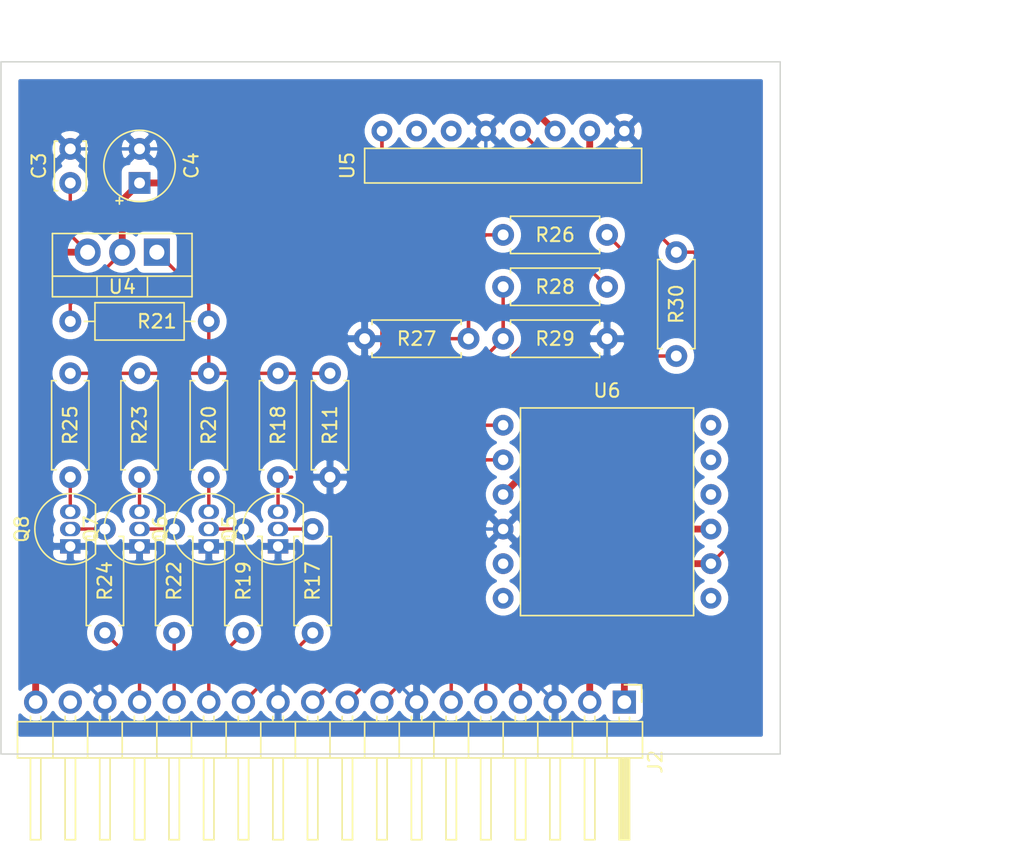
<source format=kicad_pcb>
(kicad_pcb (version 20171130) (host pcbnew "(5.1.6-0-10_14)")

  (general
    (thickness 1.6)
    (drawings 6)
    (tracks 138)
    (zones 0)
    (modules 25)
    (nets 35)
  )

  (page A4)
  (layers
    (0 F.Cu signal)
    (31 B.Cu signal hide)
    (32 B.Adhes user hide)
    (33 F.Adhes user hide)
    (34 B.Paste user hide)
    (35 F.Paste user hide)
    (36 B.SilkS user hide)
    (37 F.SilkS user)
    (38 B.Mask user hide)
    (39 F.Mask user hide)
    (40 Dwgs.User user)
    (41 Cmts.User user hide)
    (42 Eco1.User user hide)
    (43 Eco2.User user hide)
    (44 Edge.Cuts user)
    (45 Margin user hide)
    (46 B.CrtYd user hide)
    (47 F.CrtYd user hide)
    (48 B.Fab user hide)
    (49 F.Fab user hide)
  )

  (setup
    (last_trace_width 0.25)
    (trace_clearance 0.2)
    (zone_clearance 0.508)
    (zone_45_only no)
    (trace_min 0.2)
    (via_size 0.8)
    (via_drill 0.4)
    (via_min_size 0.4)
    (via_min_drill 0.3)
    (uvia_size 0.3)
    (uvia_drill 0.1)
    (uvias_allowed no)
    (uvia_min_size 0.2)
    (uvia_min_drill 0.1)
    (edge_width 0.1)
    (segment_width 0.2)
    (pcb_text_width 0.3)
    (pcb_text_size 1.5 1.5)
    (mod_edge_width 0.15)
    (mod_text_size 1 1)
    (mod_text_width 0.15)
    (pad_size 1.524 1.524)
    (pad_drill 0.762)
    (pad_to_mask_clearance 0)
    (aux_axis_origin 0 0)
    (visible_elements FFFFFF7F)
    (pcbplotparams
      (layerselection 0x01030_ffffffff)
      (usegerberextensions false)
      (usegerberattributes true)
      (usegerberadvancedattributes true)
      (creategerberjobfile true)
      (excludeedgelayer true)
      (linewidth 0.100000)
      (plotframeref false)
      (viasonmask false)
      (mode 1)
      (useauxorigin false)
      (hpglpennumber 1)
      (hpglpenspeed 20)
      (hpglpendiameter 15.000000)
      (psnegative false)
      (psa4output false)
      (plotreference true)
      (plotvalue true)
      (plotinvisibletext false)
      (padsonsilk false)
      (subtractmaskfromsilk false)
      (outputformat 1)
      (mirror false)
      (drillshape 0)
      (scaleselection 1)
      (outputdirectory "gerber_canton2/"))
  )

  (net 0 "")
  (net 1 GND)
  (net 2 12Vunreg)
  (net 3 "Net-(C4-Pad1)")
  (net 4 CT3)
  (net 5 CT2)
  (net 6 CT1)
  (net 7 CT0)
  (net 8 PWM2)
  (net 9 PWM1)
  (net 10 3.3V)
  (net 11 ISENSE)
  (net 12 VSENSE0)
  (net 13 VSENSE1)
  (net 14 TRACK1)
  (net 15 TRACK0)
  (net 16 "Net-(Q5-Pad3)")
  (net 17 "Net-(Q5-Pad2)")
  (net 18 "Net-(Q6-Pad3)")
  (net 19 "Net-(Q6-Pad2)")
  (net 20 "Net-(Q7-Pad3)")
  (net 21 "Net-(Q7-Pad2)")
  (net 22 "Net-(Q8-Pad3)")
  (net 23 "Net-(Q8-Pad2)")
  (net 24 "Net-(R11-Pad1)")
  (net 25 "Net-(U5-Pad2)")
  (net 26 "Net-(U5-Pad6)")
  (net 27 "Net-(U5-Pad7)")
  (net 28 "Net-(U6-Pad11)")
  (net 29 "Net-(U6-Pad12)")
  (net 30 "Net-(U6-Pad1)")
  (net 31 "Net-(U6-Pad4)")
  (net 32 "Net-(U6-Pad5)")
  (net 33 "Net-(U6-Pad6)")
  (net 34 "Net-(J2-Pad17)")

  (net_class Default "Ceci est la Netclass par défaut."
    (clearance 0.2)
    (trace_width 0.25)
    (via_dia 0.8)
    (via_drill 0.4)
    (uvia_dia 0.3)
    (uvia_drill 0.1)
    (add_net 12Vunreg)
    (add_net 3.3V)
    (add_net CT0)
    (add_net CT1)
    (add_net CT2)
    (add_net CT3)
    (add_net GND)
    (add_net ISENSE)
    (add_net "Net-(C4-Pad1)")
    (add_net "Net-(J2-Pad17)")
    (add_net "Net-(Q5-Pad2)")
    (add_net "Net-(Q5-Pad3)")
    (add_net "Net-(Q6-Pad2)")
    (add_net "Net-(Q6-Pad3)")
    (add_net "Net-(Q7-Pad2)")
    (add_net "Net-(Q7-Pad3)")
    (add_net "Net-(Q8-Pad2)")
    (add_net "Net-(Q8-Pad3)")
    (add_net "Net-(R11-Pad1)")
    (add_net "Net-(U5-Pad2)")
    (add_net "Net-(U5-Pad6)")
    (add_net "Net-(U5-Pad7)")
    (add_net "Net-(U6-Pad1)")
    (add_net "Net-(U6-Pad11)")
    (add_net "Net-(U6-Pad12)")
    (add_net "Net-(U6-Pad4)")
    (add_net "Net-(U6-Pad5)")
    (add_net "Net-(U6-Pad6)")
    (add_net PWM1)
    (add_net PWM2)
    (add_net TRACK0)
    (add_net TRACK1)
    (add_net VSENSE0)
    (add_net VSENSE1)
  )

  (module Module:module_2x6 (layer F.Cu) (tedit 5FC404AD) (tstamp 5FAEB7B3)
    (at 134.62 86.36 180)
    (path /5FB0EC7B)
    (fp_text reference U6 (at 1.27 -2.54 180) (layer F.SilkS)
      (effects (font (size 1 1) (thickness 0.15)))
    )
    (fp_text value ModuleDRV8833 (at 1.27 -8.89 180) (layer F.Fab)
      (effects (font (size 1 1) (thickness 0.15)))
    )
    (fp_line (start 7.62 -19.05) (end -5.08 -19.05) (layer F.SilkS) (width 0.12))
    (fp_line (start 7.62 -3.81) (end 7.62 -19.05) (layer F.SilkS) (width 0.12))
    (fp_line (start -5.08 -3.81) (end 7.62 -3.81) (layer F.SilkS) (width 0.12))
    (fp_line (start -5.08 -19.05) (end -5.08 -3.81) (layer F.SilkS) (width 0.12))
    (pad 7 thru_hole circle (at 8.89 -5.08 180) (size 1.524 1.524) (drill 0.762) (layers *.Cu *.Mask)
      (net 9 PWM1))
    (pad 8 thru_hole circle (at 8.89 -7.62 180) (size 1.524 1.524) (drill 0.762) (layers *.Cu *.Mask)
      (net 8 PWM2))
    (pad 9 thru_hole circle (at 8.89 -10.16 180) (size 1.524 1.524) (drill 0.762) (layers *.Cu *.Mask)
      (net 25 "Net-(U5-Pad2)"))
    (pad 10 thru_hole circle (at 8.89 -12.7 180) (size 1.524 1.524) (drill 0.762) (layers *.Cu *.Mask)
      (net 1 GND))
    (pad 11 thru_hole circle (at 8.89 -15.24 180) (size 1.524 1.524) (drill 0.762) (layers *.Cu *.Mask)
      (net 28 "Net-(U6-Pad11)"))
    (pad 12 thru_hole circle (at 8.89 -17.78 180) (size 1.524 1.524) (drill 0.762) (layers *.Cu *.Mask)
      (net 29 "Net-(U6-Pad12)"))
    (pad 1 thru_hole circle (at -6.35 -17.78 180) (size 1.524 1.524) (drill 0.762) (layers *.Cu *.Mask)
      (net 30 "Net-(U6-Pad1)"))
    (pad 2 thru_hole circle (at -6.35 -15.24 180) (size 1.524 1.524) (drill 0.762) (layers *.Cu *.Mask)
      (net 15 TRACK0))
    (pad 3 thru_hole circle (at -6.35 -12.7 180) (size 1.524 1.524) (drill 0.762) (layers *.Cu *.Mask)
      (net 14 TRACK1))
    (pad 4 thru_hole circle (at -6.35 -10.16 180) (size 1.524 1.524) (drill 0.762) (layers *.Cu *.Mask)
      (net 31 "Net-(U6-Pad4)"))
    (pad 5 thru_hole circle (at -6.35 -7.62 180) (size 1.524 1.524) (drill 0.762) (layers *.Cu *.Mask)
      (net 32 "Net-(U6-Pad5)"))
    (pad 6 thru_hole circle (at -6.35 -5.08 180) (size 1.524 1.524) (drill 0.762) (layers *.Cu *.Mask)
      (net 33 "Net-(U6-Pad6)"))
  )

  (module Module:module_1x8 (layer F.Cu) (tedit 5FC40478) (tstamp 5FAEB7A2)
    (at 113.03 76.2 270)
    (path /5FB0EC7E)
    (fp_text reference U5 (at -3.81 -1.27 270) (layer F.SilkS)
      (effects (font (size 1 1) (thickness 0.15)))
    )
    (fp_text value CJMCU-4080 (at -3.81 -11.43 180) (layer F.Fab)
      (effects (font (size 1 1) (thickness 0.15)))
    )
    (fp_line (start -5.08 -2.54) (end -5.08 -22.86) (layer F.SilkS) (width 0.12))
    (fp_line (start -2.54 -2.54) (end -5.08 -2.54) (layer F.SilkS) (width 0.12))
    (fp_line (start -2.54 -22.86) (end -2.54 -2.54) (layer F.SilkS) (width 0.12))
    (fp_line (start -5.08 -22.86) (end -2.54 -22.86) (layer F.SilkS) (width 0.12))
    (pad 8 thru_hole circle (at -6.35 -3.81 270) (size 1.524 1.524) (drill 0.762) (layers *.Cu *.Mask)
      (net 11 ISENSE))
    (pad 1 thru_hole circle (at -6.35 -21.59 270) (size 1.524 1.524) (drill 0.762) (layers *.Cu *.Mask)
      (net 1 GND))
    (pad 2 thru_hole circle (at -6.35 -19.05 270) (size 1.524 1.524) (drill 0.762) (layers *.Cu *.Mask)
      (net 25 "Net-(U5-Pad2)"))
    (pad 3 thru_hole circle (at -6.35 -16.51 270) (size 1.524 1.524) (drill 0.762) (layers *.Cu *.Mask)
      (net 3 "Net-(C4-Pad1)"))
    (pad 4 thru_hole circle (at -6.35 -13.97 270) (size 1.524 1.524) (drill 0.762) (layers *.Cu *.Mask)
      (net 10 3.3V))
    (pad 5 thru_hole circle (at -6.35 -11.43 270) (size 1.524 1.524) (drill 0.762) (layers *.Cu *.Mask)
      (net 1 GND))
    (pad 6 thru_hole circle (at -6.35 -8.89 270) (size 1.524 1.524) (drill 0.762) (layers *.Cu *.Mask)
      (net 26 "Net-(U5-Pad6)"))
    (pad 7 thru_hole circle (at -6.35 -6.35 270) (size 1.524 1.524) (drill 0.762) (layers *.Cu *.Mask)
      (net 27 "Net-(U5-Pad7)"))
  )

  (module Connector_PinHeader_2.54mm:PinHeader_1x18_P2.54mm_Horizontal (layer F.Cu) (tedit 59FED5CB) (tstamp 5FAEB5DA)
    (at 134.62 111.76 270)
    (descr "Through hole angled pin header, 1x18, 2.54mm pitch, 6mm pin length, single row")
    (tags "Through hole angled pin header THT 1x18 2.54mm single row")
    (path /5F987D23)
    (fp_text reference J2 (at 4.385 -2.27 90) (layer F.SilkS)
      (effects (font (size 1 1) (thickness 0.15)))
    )
    (fp_text value Conn_01x18 (at 4.385 45.45 90) (layer F.Fab)
      (effects (font (size 1 1) (thickness 0.15)))
    )
    (fp_line (start 2.135 -1.27) (end 4.04 -1.27) (layer F.Fab) (width 0.1))
    (fp_line (start 4.04 -1.27) (end 4.04 44.45) (layer F.Fab) (width 0.1))
    (fp_line (start 4.04 44.45) (end 1.5 44.45) (layer F.Fab) (width 0.1))
    (fp_line (start 1.5 44.45) (end 1.5 -0.635) (layer F.Fab) (width 0.1))
    (fp_line (start 1.5 -0.635) (end 2.135 -1.27) (layer F.Fab) (width 0.1))
    (fp_line (start -0.32 -0.32) (end 1.5 -0.32) (layer F.Fab) (width 0.1))
    (fp_line (start -0.32 -0.32) (end -0.32 0.32) (layer F.Fab) (width 0.1))
    (fp_line (start -0.32 0.32) (end 1.5 0.32) (layer F.Fab) (width 0.1))
    (fp_line (start 4.04 -0.32) (end 10.04 -0.32) (layer F.Fab) (width 0.1))
    (fp_line (start 10.04 -0.32) (end 10.04 0.32) (layer F.Fab) (width 0.1))
    (fp_line (start 4.04 0.32) (end 10.04 0.32) (layer F.Fab) (width 0.1))
    (fp_line (start -0.32 2.22) (end 1.5 2.22) (layer F.Fab) (width 0.1))
    (fp_line (start -0.32 2.22) (end -0.32 2.86) (layer F.Fab) (width 0.1))
    (fp_line (start -0.32 2.86) (end 1.5 2.86) (layer F.Fab) (width 0.1))
    (fp_line (start 4.04 2.22) (end 10.04 2.22) (layer F.Fab) (width 0.1))
    (fp_line (start 10.04 2.22) (end 10.04 2.86) (layer F.Fab) (width 0.1))
    (fp_line (start 4.04 2.86) (end 10.04 2.86) (layer F.Fab) (width 0.1))
    (fp_line (start -0.32 4.76) (end 1.5 4.76) (layer F.Fab) (width 0.1))
    (fp_line (start -0.32 4.76) (end -0.32 5.4) (layer F.Fab) (width 0.1))
    (fp_line (start -0.32 5.4) (end 1.5 5.4) (layer F.Fab) (width 0.1))
    (fp_line (start 4.04 4.76) (end 10.04 4.76) (layer F.Fab) (width 0.1))
    (fp_line (start 10.04 4.76) (end 10.04 5.4) (layer F.Fab) (width 0.1))
    (fp_line (start 4.04 5.4) (end 10.04 5.4) (layer F.Fab) (width 0.1))
    (fp_line (start -0.32 7.3) (end 1.5 7.3) (layer F.Fab) (width 0.1))
    (fp_line (start -0.32 7.3) (end -0.32 7.94) (layer F.Fab) (width 0.1))
    (fp_line (start -0.32 7.94) (end 1.5 7.94) (layer F.Fab) (width 0.1))
    (fp_line (start 4.04 7.3) (end 10.04 7.3) (layer F.Fab) (width 0.1))
    (fp_line (start 10.04 7.3) (end 10.04 7.94) (layer F.Fab) (width 0.1))
    (fp_line (start 4.04 7.94) (end 10.04 7.94) (layer F.Fab) (width 0.1))
    (fp_line (start -0.32 9.84) (end 1.5 9.84) (layer F.Fab) (width 0.1))
    (fp_line (start -0.32 9.84) (end -0.32 10.48) (layer F.Fab) (width 0.1))
    (fp_line (start -0.32 10.48) (end 1.5 10.48) (layer F.Fab) (width 0.1))
    (fp_line (start 4.04 9.84) (end 10.04 9.84) (layer F.Fab) (width 0.1))
    (fp_line (start 10.04 9.84) (end 10.04 10.48) (layer F.Fab) (width 0.1))
    (fp_line (start 4.04 10.48) (end 10.04 10.48) (layer F.Fab) (width 0.1))
    (fp_line (start -0.32 12.38) (end 1.5 12.38) (layer F.Fab) (width 0.1))
    (fp_line (start -0.32 12.38) (end -0.32 13.02) (layer F.Fab) (width 0.1))
    (fp_line (start -0.32 13.02) (end 1.5 13.02) (layer F.Fab) (width 0.1))
    (fp_line (start 4.04 12.38) (end 10.04 12.38) (layer F.Fab) (width 0.1))
    (fp_line (start 10.04 12.38) (end 10.04 13.02) (layer F.Fab) (width 0.1))
    (fp_line (start 4.04 13.02) (end 10.04 13.02) (layer F.Fab) (width 0.1))
    (fp_line (start -0.32 14.92) (end 1.5 14.92) (layer F.Fab) (width 0.1))
    (fp_line (start -0.32 14.92) (end -0.32 15.56) (layer F.Fab) (width 0.1))
    (fp_line (start -0.32 15.56) (end 1.5 15.56) (layer F.Fab) (width 0.1))
    (fp_line (start 4.04 14.92) (end 10.04 14.92) (layer F.Fab) (width 0.1))
    (fp_line (start 10.04 14.92) (end 10.04 15.56) (layer F.Fab) (width 0.1))
    (fp_line (start 4.04 15.56) (end 10.04 15.56) (layer F.Fab) (width 0.1))
    (fp_line (start -0.32 17.46) (end 1.5 17.46) (layer F.Fab) (width 0.1))
    (fp_line (start -0.32 17.46) (end -0.32 18.1) (layer F.Fab) (width 0.1))
    (fp_line (start -0.32 18.1) (end 1.5 18.1) (layer F.Fab) (width 0.1))
    (fp_line (start 4.04 17.46) (end 10.04 17.46) (layer F.Fab) (width 0.1))
    (fp_line (start 10.04 17.46) (end 10.04 18.1) (layer F.Fab) (width 0.1))
    (fp_line (start 4.04 18.1) (end 10.04 18.1) (layer F.Fab) (width 0.1))
    (fp_line (start -0.32 20) (end 1.5 20) (layer F.Fab) (width 0.1))
    (fp_line (start -0.32 20) (end -0.32 20.64) (layer F.Fab) (width 0.1))
    (fp_line (start -0.32 20.64) (end 1.5 20.64) (layer F.Fab) (width 0.1))
    (fp_line (start 4.04 20) (end 10.04 20) (layer F.Fab) (width 0.1))
    (fp_line (start 10.04 20) (end 10.04 20.64) (layer F.Fab) (width 0.1))
    (fp_line (start 4.04 20.64) (end 10.04 20.64) (layer F.Fab) (width 0.1))
    (fp_line (start -0.32 22.54) (end 1.5 22.54) (layer F.Fab) (width 0.1))
    (fp_line (start -0.32 22.54) (end -0.32 23.18) (layer F.Fab) (width 0.1))
    (fp_line (start -0.32 23.18) (end 1.5 23.18) (layer F.Fab) (width 0.1))
    (fp_line (start 4.04 22.54) (end 10.04 22.54) (layer F.Fab) (width 0.1))
    (fp_line (start 10.04 22.54) (end 10.04 23.18) (layer F.Fab) (width 0.1))
    (fp_line (start 4.04 23.18) (end 10.04 23.18) (layer F.Fab) (width 0.1))
    (fp_line (start -0.32 25.08) (end 1.5 25.08) (layer F.Fab) (width 0.1))
    (fp_line (start -0.32 25.08) (end -0.32 25.72) (layer F.Fab) (width 0.1))
    (fp_line (start -0.32 25.72) (end 1.5 25.72) (layer F.Fab) (width 0.1))
    (fp_line (start 4.04 25.08) (end 10.04 25.08) (layer F.Fab) (width 0.1))
    (fp_line (start 10.04 25.08) (end 10.04 25.72) (layer F.Fab) (width 0.1))
    (fp_line (start 4.04 25.72) (end 10.04 25.72) (layer F.Fab) (width 0.1))
    (fp_line (start -0.32 27.62) (end 1.5 27.62) (layer F.Fab) (width 0.1))
    (fp_line (start -0.32 27.62) (end -0.32 28.26) (layer F.Fab) (width 0.1))
    (fp_line (start -0.32 28.26) (end 1.5 28.26) (layer F.Fab) (width 0.1))
    (fp_line (start 4.04 27.62) (end 10.04 27.62) (layer F.Fab) (width 0.1))
    (fp_line (start 10.04 27.62) (end 10.04 28.26) (layer F.Fab) (width 0.1))
    (fp_line (start 4.04 28.26) (end 10.04 28.26) (layer F.Fab) (width 0.1))
    (fp_line (start -0.32 30.16) (end 1.5 30.16) (layer F.Fab) (width 0.1))
    (fp_line (start -0.32 30.16) (end -0.32 30.8) (layer F.Fab) (width 0.1))
    (fp_line (start -0.32 30.8) (end 1.5 30.8) (layer F.Fab) (width 0.1))
    (fp_line (start 4.04 30.16) (end 10.04 30.16) (layer F.Fab) (width 0.1))
    (fp_line (start 10.04 30.16) (end 10.04 30.8) (layer F.Fab) (width 0.1))
    (fp_line (start 4.04 30.8) (end 10.04 30.8) (layer F.Fab) (width 0.1))
    (fp_line (start -0.32 32.7) (end 1.5 32.7) (layer F.Fab) (width 0.1))
    (fp_line (start -0.32 32.7) (end -0.32 33.34) (layer F.Fab) (width 0.1))
    (fp_line (start -0.32 33.34) (end 1.5 33.34) (layer F.Fab) (width 0.1))
    (fp_line (start 4.04 32.7) (end 10.04 32.7) (layer F.Fab) (width 0.1))
    (fp_line (start 10.04 32.7) (end 10.04 33.34) (layer F.Fab) (width 0.1))
    (fp_line (start 4.04 33.34) (end 10.04 33.34) (layer F.Fab) (width 0.1))
    (fp_line (start -0.32 35.24) (end 1.5 35.24) (layer F.Fab) (width 0.1))
    (fp_line (start -0.32 35.24) (end -0.32 35.88) (layer F.Fab) (width 0.1))
    (fp_line (start -0.32 35.88) (end 1.5 35.88) (layer F.Fab) (width 0.1))
    (fp_line (start 4.04 35.24) (end 10.04 35.24) (layer F.Fab) (width 0.1))
    (fp_line (start 10.04 35.24) (end 10.04 35.88) (layer F.Fab) (width 0.1))
    (fp_line (start 4.04 35.88) (end 10.04 35.88) (layer F.Fab) (width 0.1))
    (fp_line (start -0.32 37.78) (end 1.5 37.78) (layer F.Fab) (width 0.1))
    (fp_line (start -0.32 37.78) (end -0.32 38.42) (layer F.Fab) (width 0.1))
    (fp_line (start -0.32 38.42) (end 1.5 38.42) (layer F.Fab) (width 0.1))
    (fp_line (start 4.04 37.78) (end 10.04 37.78) (layer F.Fab) (width 0.1))
    (fp_line (start 10.04 37.78) (end 10.04 38.42) (layer F.Fab) (width 0.1))
    (fp_line (start 4.04 38.42) (end 10.04 38.42) (layer F.Fab) (width 0.1))
    (fp_line (start -0.32 40.32) (end 1.5 40.32) (layer F.Fab) (width 0.1))
    (fp_line (start -0.32 40.32) (end -0.32 40.96) (layer F.Fab) (width 0.1))
    (fp_line (start -0.32 40.96) (end 1.5 40.96) (layer F.Fab) (width 0.1))
    (fp_line (start 4.04 40.32) (end 10.04 40.32) (layer F.Fab) (width 0.1))
    (fp_line (start 10.04 40.32) (end 10.04 40.96) (layer F.Fab) (width 0.1))
    (fp_line (start 4.04 40.96) (end 10.04 40.96) (layer F.Fab) (width 0.1))
    (fp_line (start -0.32 42.86) (end 1.5 42.86) (layer F.Fab) (width 0.1))
    (fp_line (start -0.32 42.86) (end -0.32 43.5) (layer F.Fab) (width 0.1))
    (fp_line (start -0.32 43.5) (end 1.5 43.5) (layer F.Fab) (width 0.1))
    (fp_line (start 4.04 42.86) (end 10.04 42.86) (layer F.Fab) (width 0.1))
    (fp_line (start 10.04 42.86) (end 10.04 43.5) (layer F.Fab) (width 0.1))
    (fp_line (start 4.04 43.5) (end 10.04 43.5) (layer F.Fab) (width 0.1))
    (fp_line (start 1.44 -1.33) (end 1.44 44.51) (layer F.SilkS) (width 0.12))
    (fp_line (start 1.44 44.51) (end 4.1 44.51) (layer F.SilkS) (width 0.12))
    (fp_line (start 4.1 44.51) (end 4.1 -1.33) (layer F.SilkS) (width 0.12))
    (fp_line (start 4.1 -1.33) (end 1.44 -1.33) (layer F.SilkS) (width 0.12))
    (fp_line (start 4.1 -0.38) (end 10.1 -0.38) (layer F.SilkS) (width 0.12))
    (fp_line (start 10.1 -0.38) (end 10.1 0.38) (layer F.SilkS) (width 0.12))
    (fp_line (start 10.1 0.38) (end 4.1 0.38) (layer F.SilkS) (width 0.12))
    (fp_line (start 4.1 -0.32) (end 10.1 -0.32) (layer F.SilkS) (width 0.12))
    (fp_line (start 4.1 -0.2) (end 10.1 -0.2) (layer F.SilkS) (width 0.12))
    (fp_line (start 4.1 -0.08) (end 10.1 -0.08) (layer F.SilkS) (width 0.12))
    (fp_line (start 4.1 0.04) (end 10.1 0.04) (layer F.SilkS) (width 0.12))
    (fp_line (start 4.1 0.16) (end 10.1 0.16) (layer F.SilkS) (width 0.12))
    (fp_line (start 4.1 0.28) (end 10.1 0.28) (layer F.SilkS) (width 0.12))
    (fp_line (start 1.11 -0.38) (end 1.44 -0.38) (layer F.SilkS) (width 0.12))
    (fp_line (start 1.11 0.38) (end 1.44 0.38) (layer F.SilkS) (width 0.12))
    (fp_line (start 1.44 1.27) (end 4.1 1.27) (layer F.SilkS) (width 0.12))
    (fp_line (start 4.1 2.16) (end 10.1 2.16) (layer F.SilkS) (width 0.12))
    (fp_line (start 10.1 2.16) (end 10.1 2.92) (layer F.SilkS) (width 0.12))
    (fp_line (start 10.1 2.92) (end 4.1 2.92) (layer F.SilkS) (width 0.12))
    (fp_line (start 1.042929 2.16) (end 1.44 2.16) (layer F.SilkS) (width 0.12))
    (fp_line (start 1.042929 2.92) (end 1.44 2.92) (layer F.SilkS) (width 0.12))
    (fp_line (start 1.44 3.81) (end 4.1 3.81) (layer F.SilkS) (width 0.12))
    (fp_line (start 4.1 4.7) (end 10.1 4.7) (layer F.SilkS) (width 0.12))
    (fp_line (start 10.1 4.7) (end 10.1 5.46) (layer F.SilkS) (width 0.12))
    (fp_line (start 10.1 5.46) (end 4.1 5.46) (layer F.SilkS) (width 0.12))
    (fp_line (start 1.042929 4.7) (end 1.44 4.7) (layer F.SilkS) (width 0.12))
    (fp_line (start 1.042929 5.46) (end 1.44 5.46) (layer F.SilkS) (width 0.12))
    (fp_line (start 1.44 6.35) (end 4.1 6.35) (layer F.SilkS) (width 0.12))
    (fp_line (start 4.1 7.24) (end 10.1 7.24) (layer F.SilkS) (width 0.12))
    (fp_line (start 10.1 7.24) (end 10.1 8) (layer F.SilkS) (width 0.12))
    (fp_line (start 10.1 8) (end 4.1 8) (layer F.SilkS) (width 0.12))
    (fp_line (start 1.042929 7.24) (end 1.44 7.24) (layer F.SilkS) (width 0.12))
    (fp_line (start 1.042929 8) (end 1.44 8) (layer F.SilkS) (width 0.12))
    (fp_line (start 1.44 8.89) (end 4.1 8.89) (layer F.SilkS) (width 0.12))
    (fp_line (start 4.1 9.78) (end 10.1 9.78) (layer F.SilkS) (width 0.12))
    (fp_line (start 10.1 9.78) (end 10.1 10.54) (layer F.SilkS) (width 0.12))
    (fp_line (start 10.1 10.54) (end 4.1 10.54) (layer F.SilkS) (width 0.12))
    (fp_line (start 1.042929 9.78) (end 1.44 9.78) (layer F.SilkS) (width 0.12))
    (fp_line (start 1.042929 10.54) (end 1.44 10.54) (layer F.SilkS) (width 0.12))
    (fp_line (start 1.44 11.43) (end 4.1 11.43) (layer F.SilkS) (width 0.12))
    (fp_line (start 4.1 12.32) (end 10.1 12.32) (layer F.SilkS) (width 0.12))
    (fp_line (start 10.1 12.32) (end 10.1 13.08) (layer F.SilkS) (width 0.12))
    (fp_line (start 10.1 13.08) (end 4.1 13.08) (layer F.SilkS) (width 0.12))
    (fp_line (start 1.042929 12.32) (end 1.44 12.32) (layer F.SilkS) (width 0.12))
    (fp_line (start 1.042929 13.08) (end 1.44 13.08) (layer F.SilkS) (width 0.12))
    (fp_line (start 1.44 13.97) (end 4.1 13.97) (layer F.SilkS) (width 0.12))
    (fp_line (start 4.1 14.86) (end 10.1 14.86) (layer F.SilkS) (width 0.12))
    (fp_line (start 10.1 14.86) (end 10.1 15.62) (layer F.SilkS) (width 0.12))
    (fp_line (start 10.1 15.62) (end 4.1 15.62) (layer F.SilkS) (width 0.12))
    (fp_line (start 1.042929 14.86) (end 1.44 14.86) (layer F.SilkS) (width 0.12))
    (fp_line (start 1.042929 15.62) (end 1.44 15.62) (layer F.SilkS) (width 0.12))
    (fp_line (start 1.44 16.51) (end 4.1 16.51) (layer F.SilkS) (width 0.12))
    (fp_line (start 4.1 17.4) (end 10.1 17.4) (layer F.SilkS) (width 0.12))
    (fp_line (start 10.1 17.4) (end 10.1 18.16) (layer F.SilkS) (width 0.12))
    (fp_line (start 10.1 18.16) (end 4.1 18.16) (layer F.SilkS) (width 0.12))
    (fp_line (start 1.042929 17.4) (end 1.44 17.4) (layer F.SilkS) (width 0.12))
    (fp_line (start 1.042929 18.16) (end 1.44 18.16) (layer F.SilkS) (width 0.12))
    (fp_line (start 1.44 19.05) (end 4.1 19.05) (layer F.SilkS) (width 0.12))
    (fp_line (start 4.1 19.94) (end 10.1 19.94) (layer F.SilkS) (width 0.12))
    (fp_line (start 10.1 19.94) (end 10.1 20.7) (layer F.SilkS) (width 0.12))
    (fp_line (start 10.1 20.7) (end 4.1 20.7) (layer F.SilkS) (width 0.12))
    (fp_line (start 1.042929 19.94) (end 1.44 19.94) (layer F.SilkS) (width 0.12))
    (fp_line (start 1.042929 20.7) (end 1.44 20.7) (layer F.SilkS) (width 0.12))
    (fp_line (start 1.44 21.59) (end 4.1 21.59) (layer F.SilkS) (width 0.12))
    (fp_line (start 4.1 22.48) (end 10.1 22.48) (layer F.SilkS) (width 0.12))
    (fp_line (start 10.1 22.48) (end 10.1 23.24) (layer F.SilkS) (width 0.12))
    (fp_line (start 10.1 23.24) (end 4.1 23.24) (layer F.SilkS) (width 0.12))
    (fp_line (start 1.042929 22.48) (end 1.44 22.48) (layer F.SilkS) (width 0.12))
    (fp_line (start 1.042929 23.24) (end 1.44 23.24) (layer F.SilkS) (width 0.12))
    (fp_line (start 1.44 24.13) (end 4.1 24.13) (layer F.SilkS) (width 0.12))
    (fp_line (start 4.1 25.02) (end 10.1 25.02) (layer F.SilkS) (width 0.12))
    (fp_line (start 10.1 25.02) (end 10.1 25.78) (layer F.SilkS) (width 0.12))
    (fp_line (start 10.1 25.78) (end 4.1 25.78) (layer F.SilkS) (width 0.12))
    (fp_line (start 1.042929 25.02) (end 1.44 25.02) (layer F.SilkS) (width 0.12))
    (fp_line (start 1.042929 25.78) (end 1.44 25.78) (layer F.SilkS) (width 0.12))
    (fp_line (start 1.44 26.67) (end 4.1 26.67) (layer F.SilkS) (width 0.12))
    (fp_line (start 4.1 27.56) (end 10.1 27.56) (layer F.SilkS) (width 0.12))
    (fp_line (start 10.1 27.56) (end 10.1 28.32) (layer F.SilkS) (width 0.12))
    (fp_line (start 10.1 28.32) (end 4.1 28.32) (layer F.SilkS) (width 0.12))
    (fp_line (start 1.042929 27.56) (end 1.44 27.56) (layer F.SilkS) (width 0.12))
    (fp_line (start 1.042929 28.32) (end 1.44 28.32) (layer F.SilkS) (width 0.12))
    (fp_line (start 1.44 29.21) (end 4.1 29.21) (layer F.SilkS) (width 0.12))
    (fp_line (start 4.1 30.1) (end 10.1 30.1) (layer F.SilkS) (width 0.12))
    (fp_line (start 10.1 30.1) (end 10.1 30.86) (layer F.SilkS) (width 0.12))
    (fp_line (start 10.1 30.86) (end 4.1 30.86) (layer F.SilkS) (width 0.12))
    (fp_line (start 1.042929 30.1) (end 1.44 30.1) (layer F.SilkS) (width 0.12))
    (fp_line (start 1.042929 30.86) (end 1.44 30.86) (layer F.SilkS) (width 0.12))
    (fp_line (start 1.44 31.75) (end 4.1 31.75) (layer F.SilkS) (width 0.12))
    (fp_line (start 4.1 32.64) (end 10.1 32.64) (layer F.SilkS) (width 0.12))
    (fp_line (start 10.1 32.64) (end 10.1 33.4) (layer F.SilkS) (width 0.12))
    (fp_line (start 10.1 33.4) (end 4.1 33.4) (layer F.SilkS) (width 0.12))
    (fp_line (start 1.042929 32.64) (end 1.44 32.64) (layer F.SilkS) (width 0.12))
    (fp_line (start 1.042929 33.4) (end 1.44 33.4) (layer F.SilkS) (width 0.12))
    (fp_line (start 1.44 34.29) (end 4.1 34.29) (layer F.SilkS) (width 0.12))
    (fp_line (start 4.1 35.18) (end 10.1 35.18) (layer F.SilkS) (width 0.12))
    (fp_line (start 10.1 35.18) (end 10.1 35.94) (layer F.SilkS) (width 0.12))
    (fp_line (start 10.1 35.94) (end 4.1 35.94) (layer F.SilkS) (width 0.12))
    (fp_line (start 1.042929 35.18) (end 1.44 35.18) (layer F.SilkS) (width 0.12))
    (fp_line (start 1.042929 35.94) (end 1.44 35.94) (layer F.SilkS) (width 0.12))
    (fp_line (start 1.44 36.83) (end 4.1 36.83) (layer F.SilkS) (width 0.12))
    (fp_line (start 4.1 37.72) (end 10.1 37.72) (layer F.SilkS) (width 0.12))
    (fp_line (start 10.1 37.72) (end 10.1 38.48) (layer F.SilkS) (width 0.12))
    (fp_line (start 10.1 38.48) (end 4.1 38.48) (layer F.SilkS) (width 0.12))
    (fp_line (start 1.042929 37.72) (end 1.44 37.72) (layer F.SilkS) (width 0.12))
    (fp_line (start 1.042929 38.48) (end 1.44 38.48) (layer F.SilkS) (width 0.12))
    (fp_line (start 1.44 39.37) (end 4.1 39.37) (layer F.SilkS) (width 0.12))
    (fp_line (start 4.1 40.26) (end 10.1 40.26) (layer F.SilkS) (width 0.12))
    (fp_line (start 10.1 40.26) (end 10.1 41.02) (layer F.SilkS) (width 0.12))
    (fp_line (start 10.1 41.02) (end 4.1 41.02) (layer F.SilkS) (width 0.12))
    (fp_line (start 1.042929 40.26) (end 1.44 40.26) (layer F.SilkS) (width 0.12))
    (fp_line (start 1.042929 41.02) (end 1.44 41.02) (layer F.SilkS) (width 0.12))
    (fp_line (start 1.44 41.91) (end 4.1 41.91) (layer F.SilkS) (width 0.12))
    (fp_line (start 4.1 42.8) (end 10.1 42.8) (layer F.SilkS) (width 0.12))
    (fp_line (start 10.1 42.8) (end 10.1 43.56) (layer F.SilkS) (width 0.12))
    (fp_line (start 10.1 43.56) (end 4.1 43.56) (layer F.SilkS) (width 0.12))
    (fp_line (start 1.042929 42.8) (end 1.44 42.8) (layer F.SilkS) (width 0.12))
    (fp_line (start 1.042929 43.56) (end 1.44 43.56) (layer F.SilkS) (width 0.12))
    (fp_line (start -1.27 0) (end -1.27 -1.27) (layer F.SilkS) (width 0.12))
    (fp_line (start -1.27 -1.27) (end 0 -1.27) (layer F.SilkS) (width 0.12))
    (fp_line (start -1.8 -1.8) (end -1.8 44.95) (layer F.CrtYd) (width 0.05))
    (fp_line (start -1.8 44.95) (end 10.55 44.95) (layer F.CrtYd) (width 0.05))
    (fp_line (start 10.55 44.95) (end 10.55 -1.8) (layer F.CrtYd) (width 0.05))
    (fp_line (start 10.55 -1.8) (end -1.8 -1.8) (layer F.CrtYd) (width 0.05))
    (fp_text user %R (at 2.77 21.59) (layer F.Fab)
      (effects (font (size 1 1) (thickness 0.15)))
    )
    (pad 18 thru_hole oval (at 0 43.18 270) (size 1.7 1.7) (drill 1) (layers *.Cu *.Mask)
      (net 2 12Vunreg))
    (pad 17 thru_hole oval (at 0 40.64 270) (size 1.7 1.7) (drill 1) (layers *.Cu *.Mask)
      (net 34 "Net-(J2-Pad17)"))
    (pad 16 thru_hole oval (at 0 38.1 270) (size 1.7 1.7) (drill 1) (layers *.Cu *.Mask)
      (net 1 GND))
    (pad 15 thru_hole oval (at 0 35.56 270) (size 1.7 1.7) (drill 1) (layers *.Cu *.Mask)
      (net 4 CT3))
    (pad 14 thru_hole oval (at 0 33.02 270) (size 1.7 1.7) (drill 1) (layers *.Cu *.Mask)
      (net 5 CT2))
    (pad 13 thru_hole oval (at 0 30.48 270) (size 1.7 1.7) (drill 1) (layers *.Cu *.Mask)
      (net 6 CT1))
    (pad 12 thru_hole oval (at 0 27.94 270) (size 1.7 1.7) (drill 1) (layers *.Cu *.Mask)
      (net 7 CT0))
    (pad 11 thru_hole oval (at 0 25.4 270) (size 1.7 1.7) (drill 1) (layers *.Cu *.Mask)
      (net 1 GND))
    (pad 10 thru_hole oval (at 0 22.86 270) (size 1.7 1.7) (drill 1) (layers *.Cu *.Mask)
      (net 11 ISENSE))
    (pad 9 thru_hole oval (at 0 20.32 270) (size 1.7 1.7) (drill 1) (layers *.Cu *.Mask)
      (net 12 VSENSE0))
    (pad 8 thru_hole oval (at 0 17.78 270) (size 1.7 1.7) (drill 1) (layers *.Cu *.Mask)
      (net 13 VSENSE1))
    (pad 7 thru_hole oval (at 0 15.24 270) (size 1.7 1.7) (drill 1) (layers *.Cu *.Mask)
      (net 1 GND))
    (pad 6 thru_hole oval (at 0 12.7 270) (size 1.7 1.7) (drill 1) (layers *.Cu *.Mask)
      (net 10 3.3V))
    (pad 5 thru_hole oval (at 0 10.16 270) (size 1.7 1.7) (drill 1) (layers *.Cu *.Mask)
      (net 9 PWM1))
    (pad 4 thru_hole oval (at 0 7.62 270) (size 1.7 1.7) (drill 1) (layers *.Cu *.Mask)
      (net 8 PWM2))
    (pad 3 thru_hole oval (at 0 5.08 270) (size 1.7 1.7) (drill 1) (layers *.Cu *.Mask)
      (net 1 GND))
    (pad 2 thru_hole oval (at 0 2.54 270) (size 1.7 1.7) (drill 1) (layers *.Cu *.Mask)
      (net 14 TRACK1))
    (pad 1 thru_hole rect (at 0 0 270) (size 1.7 1.7) (drill 1) (layers *.Cu *.Mask)
      (net 15 TRACK0))
    (model ${KISYS3DMOD}/Connector_PinHeader_2.54mm.3dshapes/PinHeader_1x18_P2.54mm_Horizontal.wrl
      (at (xyz 0 0 0))
      (scale (xyz 1 1 1))
      (rotate (xyz 0 0 0))
    )
  )

  (module Resistor_THT:R_Axial_DIN0207_L6.3mm_D2.5mm_P7.62mm_Horizontal (layer F.Cu) (tedit 5AE5139B) (tstamp 5FAEB736)
    (at 123.19 85.09 180)
    (descr "Resistor, Axial_DIN0207 series, Axial, Horizontal, pin pitch=7.62mm, 0.25W = 1/4W, length*diameter=6.3*2.5mm^2, http://cdn-reichelt.de/documents/datenblatt/B400/1_4W%23YAG.pdf")
    (tags "Resistor Axial_DIN0207 series Axial Horizontal pin pitch 7.62mm 0.25W = 1/4W length 6.3mm diameter 2.5mm")
    (path /5FB0EC71)
    (fp_text reference R27 (at 3.81 0) (layer F.SilkS)
      (effects (font (size 1 1) (thickness 0.15)))
    )
    (fp_text value 2200 (at 3.81 2.37) (layer F.Fab)
      (effects (font (size 1 1) (thickness 0.15)))
    )
    (fp_line (start 0.66 -1.25) (end 0.66 1.25) (layer F.Fab) (width 0.1))
    (fp_line (start 0.66 1.25) (end 6.96 1.25) (layer F.Fab) (width 0.1))
    (fp_line (start 6.96 1.25) (end 6.96 -1.25) (layer F.Fab) (width 0.1))
    (fp_line (start 6.96 -1.25) (end 0.66 -1.25) (layer F.Fab) (width 0.1))
    (fp_line (start 0 0) (end 0.66 0) (layer F.Fab) (width 0.1))
    (fp_line (start 7.62 0) (end 6.96 0) (layer F.Fab) (width 0.1))
    (fp_line (start 0.54 -1.04) (end 0.54 -1.37) (layer F.SilkS) (width 0.12))
    (fp_line (start 0.54 -1.37) (end 7.08 -1.37) (layer F.SilkS) (width 0.12))
    (fp_line (start 7.08 -1.37) (end 7.08 -1.04) (layer F.SilkS) (width 0.12))
    (fp_line (start 0.54 1.04) (end 0.54 1.37) (layer F.SilkS) (width 0.12))
    (fp_line (start 0.54 1.37) (end 7.08 1.37) (layer F.SilkS) (width 0.12))
    (fp_line (start 7.08 1.37) (end 7.08 1.04) (layer F.SilkS) (width 0.12))
    (fp_line (start -1.05 -1.5) (end -1.05 1.5) (layer F.CrtYd) (width 0.05))
    (fp_line (start -1.05 1.5) (end 8.67 1.5) (layer F.CrtYd) (width 0.05))
    (fp_line (start 8.67 1.5) (end 8.67 -1.5) (layer F.CrtYd) (width 0.05))
    (fp_line (start 8.67 -1.5) (end -1.05 -1.5) (layer F.CrtYd) (width 0.05))
    (fp_text user %R (at 3.81 0) (layer F.Fab)
      (effects (font (size 1 1) (thickness 0.15)))
    )
    (pad 2 thru_hole oval (at 7.62 0 180) (size 1.6 1.6) (drill 0.8) (layers *.Cu *.Mask)
      (net 1 GND))
    (pad 1 thru_hole circle (at 0 0 180) (size 1.6 1.6) (drill 0.8) (layers *.Cu *.Mask)
      (net 12 VSENSE0))
    (model ${KISYS3DMOD}/Resistor_THT.3dshapes/R_Axial_DIN0207_L6.3mm_D2.5mm_P7.62mm_Horizontal.wrl
      (at (xyz 0 0 0))
      (scale (xyz 1 1 1))
      (rotate (xyz 0 0 0))
    )
  )

  (module Package_TO_SOT_THT:TO-220-3_Vertical (layer F.Cu) (tedit 5AC8BA0D) (tstamp 5FAEB795)
    (at 100.33 78.74 180)
    (descr "TO-220-3, Vertical, RM 2.54mm, see https://www.vishay.com/docs/66542/to-220-1.pdf")
    (tags "TO-220-3 Vertical RM 2.54mm")
    (path /5F248AF8)
    (fp_text reference U4 (at 2.54 -2.54) (layer F.SilkS)
      (effects (font (size 1 1) (thickness 0.15)))
    )
    (fp_text value LM317_TO220 (at 2.54 2.5) (layer F.Fab)
      (effects (font (size 1 1) (thickness 0.15)))
    )
    (fp_line (start 7.79 -3.4) (end -2.71 -3.4) (layer F.CrtYd) (width 0.05))
    (fp_line (start 7.79 1.51) (end 7.79 -3.4) (layer F.CrtYd) (width 0.05))
    (fp_line (start -2.71 1.51) (end 7.79 1.51) (layer F.CrtYd) (width 0.05))
    (fp_line (start -2.71 -3.4) (end -2.71 1.51) (layer F.CrtYd) (width 0.05))
    (fp_line (start 4.391 -3.27) (end 4.391 -1.76) (layer F.SilkS) (width 0.12))
    (fp_line (start 0.69 -3.27) (end 0.69 -1.76) (layer F.SilkS) (width 0.12))
    (fp_line (start -2.58 -1.76) (end 7.66 -1.76) (layer F.SilkS) (width 0.12))
    (fp_line (start 7.66 -3.27) (end 7.66 1.371) (layer F.SilkS) (width 0.12))
    (fp_line (start -2.58 -3.27) (end -2.58 1.371) (layer F.SilkS) (width 0.12))
    (fp_line (start -2.58 1.371) (end 7.66 1.371) (layer F.SilkS) (width 0.12))
    (fp_line (start -2.58 -3.27) (end 7.66 -3.27) (layer F.SilkS) (width 0.12))
    (fp_line (start 4.39 -3.15) (end 4.39 -1.88) (layer F.Fab) (width 0.1))
    (fp_line (start 0.69 -3.15) (end 0.69 -1.88) (layer F.Fab) (width 0.1))
    (fp_line (start -2.46 -1.88) (end 7.54 -1.88) (layer F.Fab) (width 0.1))
    (fp_line (start 7.54 -3.15) (end -2.46 -3.15) (layer F.Fab) (width 0.1))
    (fp_line (start 7.54 1.25) (end 7.54 -3.15) (layer F.Fab) (width 0.1))
    (fp_line (start -2.46 1.25) (end 7.54 1.25) (layer F.Fab) (width 0.1))
    (fp_line (start -2.46 -3.15) (end -2.46 1.25) (layer F.Fab) (width 0.1))
    (fp_text user %R (at 2.54 -4.27) (layer F.Fab)
      (effects (font (size 1 1) (thickness 0.15)))
    )
    (pad 3 thru_hole oval (at 5.08 0 180) (size 1.905 2) (drill 1.1) (layers *.Cu *.Mask)
      (net 2 12Vunreg))
    (pad 2 thru_hole oval (at 2.54 0 180) (size 1.905 2) (drill 1.1) (layers *.Cu *.Mask)
      (net 3 "Net-(C4-Pad1)"))
    (pad 1 thru_hole rect (at 0 0 180) (size 1.905 2) (drill 1.1) (layers *.Cu *.Mask)
      (net 24 "Net-(R11-Pad1)"))
    (model ${KISYS3DMOD}/Package_TO_SOT_THT.3dshapes/TO-220-3_Vertical.wrl
      (at (xyz 0 0 0))
      (scale (xyz 1 1 1))
      (rotate (xyz 0 0 0))
    )
  )

  (module Resistor_THT:R_Axial_DIN0207_L6.3mm_D2.5mm_P7.62mm_Horizontal (layer F.Cu) (tedit 5AE5139B) (tstamp 5FAEB77B)
    (at 138.43 78.74 270)
    (descr "Resistor, Axial_DIN0207 series, Axial, Horizontal, pin pitch=7.62mm, 0.25W = 1/4W, length*diameter=6.3*2.5mm^2, http://cdn-reichelt.de/documents/datenblatt/B400/1_4W%23YAG.pdf")
    (tags "Resistor Axial_DIN0207 series Axial Horizontal pin pitch 7.62mm 0.25W = 1/4W length 6.3mm diameter 2.5mm")
    (path /5FB0EC7D)
    (fp_text reference R30 (at 3.81 0 90) (layer F.SilkS)
      (effects (font (size 1 1) (thickness 0.15)))
    )
    (fp_text value 3k (at 3.81 2.37 90) (layer F.Fab)
      (effects (font (size 1 1) (thickness 0.15)))
    )
    (fp_line (start 8.67 -1.5) (end -1.05 -1.5) (layer F.CrtYd) (width 0.05))
    (fp_line (start 8.67 1.5) (end 8.67 -1.5) (layer F.CrtYd) (width 0.05))
    (fp_line (start -1.05 1.5) (end 8.67 1.5) (layer F.CrtYd) (width 0.05))
    (fp_line (start -1.05 -1.5) (end -1.05 1.5) (layer F.CrtYd) (width 0.05))
    (fp_line (start 7.08 1.37) (end 7.08 1.04) (layer F.SilkS) (width 0.12))
    (fp_line (start 0.54 1.37) (end 7.08 1.37) (layer F.SilkS) (width 0.12))
    (fp_line (start 0.54 1.04) (end 0.54 1.37) (layer F.SilkS) (width 0.12))
    (fp_line (start 7.08 -1.37) (end 7.08 -1.04) (layer F.SilkS) (width 0.12))
    (fp_line (start 0.54 -1.37) (end 7.08 -1.37) (layer F.SilkS) (width 0.12))
    (fp_line (start 0.54 -1.04) (end 0.54 -1.37) (layer F.SilkS) (width 0.12))
    (fp_line (start 7.62 0) (end 6.96 0) (layer F.Fab) (width 0.1))
    (fp_line (start 0 0) (end 0.66 0) (layer F.Fab) (width 0.1))
    (fp_line (start 6.96 -1.25) (end 0.66 -1.25) (layer F.Fab) (width 0.1))
    (fp_line (start 6.96 1.25) (end 6.96 -1.25) (layer F.Fab) (width 0.1))
    (fp_line (start 0.66 1.25) (end 6.96 1.25) (layer F.Fab) (width 0.1))
    (fp_line (start 0.66 -1.25) (end 0.66 1.25) (layer F.Fab) (width 0.1))
    (fp_text user %R (at 3.81 0 90) (layer F.Fab)
      (effects (font (size 1 1) (thickness 0.15)))
    )
    (pad 2 thru_hole oval (at 7.62 0 270) (size 1.6 1.6) (drill 0.8) (layers *.Cu *.Mask)
      (net 14 TRACK1))
    (pad 1 thru_hole circle (at 0 0 270) (size 1.6 1.6) (drill 0.8) (layers *.Cu *.Mask)
      (net 15 TRACK0))
    (model ${KISYS3DMOD}/Resistor_THT.3dshapes/R_Axial_DIN0207_L6.3mm_D2.5mm_P7.62mm_Horizontal.wrl
      (at (xyz 0 0 0))
      (scale (xyz 1 1 1))
      (rotate (xyz 0 0 0))
    )
  )

  (module Resistor_THT:R_Axial_DIN0207_L6.3mm_D2.5mm_P7.62mm_Horizontal (layer F.Cu) (tedit 5AE5139B) (tstamp 5FAEB764)
    (at 125.73 85.09)
    (descr "Resistor, Axial_DIN0207 series, Axial, Horizontal, pin pitch=7.62mm, 0.25W = 1/4W, length*diameter=6.3*2.5mm^2, http://cdn-reichelt.de/documents/datenblatt/B400/1_4W%23YAG.pdf")
    (tags "Resistor Axial_DIN0207 series Axial Horizontal pin pitch 7.62mm 0.25W = 1/4W length 6.3mm diameter 2.5mm")
    (path /5FB0EC6F)
    (fp_text reference R29 (at 3.81 0) (layer F.SilkS)
      (effects (font (size 1 1) (thickness 0.15)))
    )
    (fp_text value 2200 (at 3.81 2.37) (layer F.Fab)
      (effects (font (size 1 1) (thickness 0.15)))
    )
    (fp_line (start 8.67 -1.5) (end -1.05 -1.5) (layer F.CrtYd) (width 0.05))
    (fp_line (start 8.67 1.5) (end 8.67 -1.5) (layer F.CrtYd) (width 0.05))
    (fp_line (start -1.05 1.5) (end 8.67 1.5) (layer F.CrtYd) (width 0.05))
    (fp_line (start -1.05 -1.5) (end -1.05 1.5) (layer F.CrtYd) (width 0.05))
    (fp_line (start 7.08 1.37) (end 7.08 1.04) (layer F.SilkS) (width 0.12))
    (fp_line (start 0.54 1.37) (end 7.08 1.37) (layer F.SilkS) (width 0.12))
    (fp_line (start 0.54 1.04) (end 0.54 1.37) (layer F.SilkS) (width 0.12))
    (fp_line (start 7.08 -1.37) (end 7.08 -1.04) (layer F.SilkS) (width 0.12))
    (fp_line (start 0.54 -1.37) (end 7.08 -1.37) (layer F.SilkS) (width 0.12))
    (fp_line (start 0.54 -1.04) (end 0.54 -1.37) (layer F.SilkS) (width 0.12))
    (fp_line (start 7.62 0) (end 6.96 0) (layer F.Fab) (width 0.1))
    (fp_line (start 0 0) (end 0.66 0) (layer F.Fab) (width 0.1))
    (fp_line (start 6.96 -1.25) (end 0.66 -1.25) (layer F.Fab) (width 0.1))
    (fp_line (start 6.96 1.25) (end 6.96 -1.25) (layer F.Fab) (width 0.1))
    (fp_line (start 0.66 1.25) (end 6.96 1.25) (layer F.Fab) (width 0.1))
    (fp_line (start 0.66 -1.25) (end 0.66 1.25) (layer F.Fab) (width 0.1))
    (fp_text user %R (at 3.81 0) (layer F.Fab)
      (effects (font (size 1 1) (thickness 0.15)))
    )
    (pad 2 thru_hole oval (at 7.62 0) (size 1.6 1.6) (drill 0.8) (layers *.Cu *.Mask)
      (net 1 GND))
    (pad 1 thru_hole circle (at 0 0) (size 1.6 1.6) (drill 0.8) (layers *.Cu *.Mask)
      (net 13 VSENSE1))
    (model ${KISYS3DMOD}/Resistor_THT.3dshapes/R_Axial_DIN0207_L6.3mm_D2.5mm_P7.62mm_Horizontal.wrl
      (at (xyz 0 0 0))
      (scale (xyz 1 1 1))
      (rotate (xyz 0 0 0))
    )
  )

  (module Resistor_THT:R_Axial_DIN0207_L6.3mm_D2.5mm_P7.62mm_Horizontal (layer F.Cu) (tedit 5AE5139B) (tstamp 5FAEB74D)
    (at 133.35 81.28 180)
    (descr "Resistor, Axial_DIN0207 series, Axial, Horizontal, pin pitch=7.62mm, 0.25W = 1/4W, length*diameter=6.3*2.5mm^2, http://cdn-reichelt.de/documents/datenblatt/B400/1_4W%23YAG.pdf")
    (tags "Resistor Axial_DIN0207 series Axial Horizontal pin pitch 7.62mm 0.25W = 1/4W length 6.3mm diameter 2.5mm")
    (path /5FB0EC6E)
    (fp_text reference R28 (at 3.81 0) (layer F.SilkS)
      (effects (font (size 1 1) (thickness 0.15)))
    )
    (fp_text value 10k (at 3.81 2.37) (layer F.Fab)
      (effects (font (size 1 1) (thickness 0.15)))
    )
    (fp_line (start 8.67 -1.5) (end -1.05 -1.5) (layer F.CrtYd) (width 0.05))
    (fp_line (start 8.67 1.5) (end 8.67 -1.5) (layer F.CrtYd) (width 0.05))
    (fp_line (start -1.05 1.5) (end 8.67 1.5) (layer F.CrtYd) (width 0.05))
    (fp_line (start -1.05 -1.5) (end -1.05 1.5) (layer F.CrtYd) (width 0.05))
    (fp_line (start 7.08 1.37) (end 7.08 1.04) (layer F.SilkS) (width 0.12))
    (fp_line (start 0.54 1.37) (end 7.08 1.37) (layer F.SilkS) (width 0.12))
    (fp_line (start 0.54 1.04) (end 0.54 1.37) (layer F.SilkS) (width 0.12))
    (fp_line (start 7.08 -1.37) (end 7.08 -1.04) (layer F.SilkS) (width 0.12))
    (fp_line (start 0.54 -1.37) (end 7.08 -1.37) (layer F.SilkS) (width 0.12))
    (fp_line (start 0.54 -1.04) (end 0.54 -1.37) (layer F.SilkS) (width 0.12))
    (fp_line (start 7.62 0) (end 6.96 0) (layer F.Fab) (width 0.1))
    (fp_line (start 0 0) (end 0.66 0) (layer F.Fab) (width 0.1))
    (fp_line (start 6.96 -1.25) (end 0.66 -1.25) (layer F.Fab) (width 0.1))
    (fp_line (start 6.96 1.25) (end 6.96 -1.25) (layer F.Fab) (width 0.1))
    (fp_line (start 0.66 1.25) (end 6.96 1.25) (layer F.Fab) (width 0.1))
    (fp_line (start 0.66 -1.25) (end 0.66 1.25) (layer F.Fab) (width 0.1))
    (fp_text user %R (at 3.81 0 180) (layer F.Fab)
      (effects (font (size 1 1) (thickness 0.15)))
    )
    (pad 2 thru_hole oval (at 7.62 0 180) (size 1.6 1.6) (drill 0.8) (layers *.Cu *.Mask)
      (net 13 VSENSE1))
    (pad 1 thru_hole circle (at 0 0 180) (size 1.6 1.6) (drill 0.8) (layers *.Cu *.Mask)
      (net 15 TRACK0))
    (model ${KISYS3DMOD}/Resistor_THT.3dshapes/R_Axial_DIN0207_L6.3mm_D2.5mm_P7.62mm_Horizontal.wrl
      (at (xyz 0 0 0))
      (scale (xyz 1 1 1))
      (rotate (xyz 0 0 0))
    )
  )

  (module Resistor_THT:R_Axial_DIN0207_L6.3mm_D2.5mm_P7.62mm_Horizontal (layer F.Cu) (tedit 5AE5139B) (tstamp 5FAF1D07)
    (at 133.35 77.47 180)
    (descr "Resistor, Axial_DIN0207 series, Axial, Horizontal, pin pitch=7.62mm, 0.25W = 1/4W, length*diameter=6.3*2.5mm^2, http://cdn-reichelt.de/documents/datenblatt/B400/1_4W%23YAG.pdf")
    (tags "Resistor Axial_DIN0207 series Axial Horizontal pin pitch 7.62mm 0.25W = 1/4W length 6.3mm diameter 2.5mm")
    (path /5FB0EC70)
    (fp_text reference R26 (at 3.81 0) (layer F.SilkS)
      (effects (font (size 1 1) (thickness 0.15)))
    )
    (fp_text value 10k (at 3.81 2.37) (layer F.Fab)
      (effects (font (size 1 1) (thickness 0.15)))
    )
    (fp_line (start 8.67 -1.5) (end -1.05 -1.5) (layer F.CrtYd) (width 0.05))
    (fp_line (start 8.67 1.5) (end 8.67 -1.5) (layer F.CrtYd) (width 0.05))
    (fp_line (start -1.05 1.5) (end 8.67 1.5) (layer F.CrtYd) (width 0.05))
    (fp_line (start -1.05 -1.5) (end -1.05 1.5) (layer F.CrtYd) (width 0.05))
    (fp_line (start 7.08 1.37) (end 7.08 1.04) (layer F.SilkS) (width 0.12))
    (fp_line (start 0.54 1.37) (end 7.08 1.37) (layer F.SilkS) (width 0.12))
    (fp_line (start 0.54 1.04) (end 0.54 1.37) (layer F.SilkS) (width 0.12))
    (fp_line (start 7.08 -1.37) (end 7.08 -1.04) (layer F.SilkS) (width 0.12))
    (fp_line (start 0.54 -1.37) (end 7.08 -1.37) (layer F.SilkS) (width 0.12))
    (fp_line (start 0.54 -1.04) (end 0.54 -1.37) (layer F.SilkS) (width 0.12))
    (fp_line (start 7.62 0) (end 6.96 0) (layer F.Fab) (width 0.1))
    (fp_line (start 0 0) (end 0.66 0) (layer F.Fab) (width 0.1))
    (fp_line (start 6.96 -1.25) (end 0.66 -1.25) (layer F.Fab) (width 0.1))
    (fp_line (start 6.96 1.25) (end 6.96 -1.25) (layer F.Fab) (width 0.1))
    (fp_line (start 0.66 1.25) (end 6.96 1.25) (layer F.Fab) (width 0.1))
    (fp_line (start 0.66 -1.25) (end 0.66 1.25) (layer F.Fab) (width 0.1))
    (fp_text user %R (at 3.81 0) (layer F.Fab)
      (effects (font (size 1 1) (thickness 0.15)))
    )
    (pad 2 thru_hole oval (at 7.62 0 180) (size 1.6 1.6) (drill 0.8) (layers *.Cu *.Mask)
      (net 12 VSENSE0))
    (pad 1 thru_hole circle (at 0 0 180) (size 1.6 1.6) (drill 0.8) (layers *.Cu *.Mask)
      (net 14 TRACK1))
    (model ${KISYS3DMOD}/Resistor_THT.3dshapes/R_Axial_DIN0207_L6.3mm_D2.5mm_P7.62mm_Horizontal.wrl
      (at (xyz 0 0 0))
      (scale (xyz 1 1 1))
      (rotate (xyz 0 0 0))
    )
  )

  (module Resistor_THT:R_Axial_DIN0207_L6.3mm_D2.5mm_P7.62mm_Horizontal (layer F.Cu) (tedit 5AE5139B) (tstamp 5FAEB708)
    (at 93.98 87.63 270)
    (descr "Resistor, Axial_DIN0207 series, Axial, Horizontal, pin pitch=7.62mm, 0.25W = 1/4W, length*diameter=6.3*2.5mm^2, http://cdn-reichelt.de/documents/datenblatt/B400/1_4W%23YAG.pdf")
    (tags "Resistor Axial_DIN0207 series Axial Horizontal pin pitch 7.62mm 0.25W = 1/4W length 6.3mm diameter 2.5mm")
    (path /5F25C453)
    (fp_text reference R25 (at 3.81 0 90) (layer F.SilkS)
      (effects (font (size 1 1) (thickness 0.15)))
    )
    (fp_text value R (at 3.81 2.37 90) (layer F.Fab)
      (effects (font (size 1 1) (thickness 0.15)))
    )
    (fp_line (start 8.67 -1.5) (end -1.05 -1.5) (layer F.CrtYd) (width 0.05))
    (fp_line (start 8.67 1.5) (end 8.67 -1.5) (layer F.CrtYd) (width 0.05))
    (fp_line (start -1.05 1.5) (end 8.67 1.5) (layer F.CrtYd) (width 0.05))
    (fp_line (start -1.05 -1.5) (end -1.05 1.5) (layer F.CrtYd) (width 0.05))
    (fp_line (start 7.08 1.37) (end 7.08 1.04) (layer F.SilkS) (width 0.12))
    (fp_line (start 0.54 1.37) (end 7.08 1.37) (layer F.SilkS) (width 0.12))
    (fp_line (start 0.54 1.04) (end 0.54 1.37) (layer F.SilkS) (width 0.12))
    (fp_line (start 7.08 -1.37) (end 7.08 -1.04) (layer F.SilkS) (width 0.12))
    (fp_line (start 0.54 -1.37) (end 7.08 -1.37) (layer F.SilkS) (width 0.12))
    (fp_line (start 0.54 -1.04) (end 0.54 -1.37) (layer F.SilkS) (width 0.12))
    (fp_line (start 7.62 0) (end 6.96 0) (layer F.Fab) (width 0.1))
    (fp_line (start 0 0) (end 0.66 0) (layer F.Fab) (width 0.1))
    (fp_line (start 6.96 -1.25) (end 0.66 -1.25) (layer F.Fab) (width 0.1))
    (fp_line (start 6.96 1.25) (end 6.96 -1.25) (layer F.Fab) (width 0.1))
    (fp_line (start 0.66 1.25) (end 6.96 1.25) (layer F.Fab) (width 0.1))
    (fp_line (start 0.66 -1.25) (end 0.66 1.25) (layer F.Fab) (width 0.1))
    (fp_text user %R (at 3.81 0 90) (layer F.Fab)
      (effects (font (size 1 1) (thickness 0.15)))
    )
    (pad 2 thru_hole oval (at 7.62 0 270) (size 1.6 1.6) (drill 0.8) (layers *.Cu *.Mask)
      (net 22 "Net-(Q8-Pad3)"))
    (pad 1 thru_hole circle (at 0 0 270) (size 1.6 1.6) (drill 0.8) (layers *.Cu *.Mask)
      (net 24 "Net-(R11-Pad1)"))
    (model ${KISYS3DMOD}/Resistor_THT.3dshapes/R_Axial_DIN0207_L6.3mm_D2.5mm_P7.62mm_Horizontal.wrl
      (at (xyz 0 0 0))
      (scale (xyz 1 1 1))
      (rotate (xyz 0 0 0))
    )
  )

  (module Resistor_THT:R_Axial_DIN0207_L6.3mm_D2.5mm_P7.62mm_Horizontal (layer F.Cu) (tedit 5AE5139B) (tstamp 5FAEB6F1)
    (at 96.52 99.06 270)
    (descr "Resistor, Axial_DIN0207 series, Axial, Horizontal, pin pitch=7.62mm, 0.25W = 1/4W, length*diameter=6.3*2.5mm^2, http://cdn-reichelt.de/documents/datenblatt/B400/1_4W%23YAG.pdf")
    (tags "Resistor Axial_DIN0207 series Axial Horizontal pin pitch 7.62mm 0.25W = 1/4W length 6.3mm diameter 2.5mm")
    (path /5FB0EC6D)
    (fp_text reference R24 (at 3.81 0 90) (layer F.SilkS)
      (effects (font (size 1 1) (thickness 0.15)))
    )
    (fp_text value 2200 (at 3.81 2.37 90) (layer F.Fab)
      (effects (font (size 1 1) (thickness 0.15)))
    )
    (fp_line (start 8.67 -1.5) (end -1.05 -1.5) (layer F.CrtYd) (width 0.05))
    (fp_line (start 8.67 1.5) (end 8.67 -1.5) (layer F.CrtYd) (width 0.05))
    (fp_line (start -1.05 1.5) (end 8.67 1.5) (layer F.CrtYd) (width 0.05))
    (fp_line (start -1.05 -1.5) (end -1.05 1.5) (layer F.CrtYd) (width 0.05))
    (fp_line (start 7.08 1.37) (end 7.08 1.04) (layer F.SilkS) (width 0.12))
    (fp_line (start 0.54 1.37) (end 7.08 1.37) (layer F.SilkS) (width 0.12))
    (fp_line (start 0.54 1.04) (end 0.54 1.37) (layer F.SilkS) (width 0.12))
    (fp_line (start 7.08 -1.37) (end 7.08 -1.04) (layer F.SilkS) (width 0.12))
    (fp_line (start 0.54 -1.37) (end 7.08 -1.37) (layer F.SilkS) (width 0.12))
    (fp_line (start 0.54 -1.04) (end 0.54 -1.37) (layer F.SilkS) (width 0.12))
    (fp_line (start 7.62 0) (end 6.96 0) (layer F.Fab) (width 0.1))
    (fp_line (start 0 0) (end 0.66 0) (layer F.Fab) (width 0.1))
    (fp_line (start 6.96 -1.25) (end 0.66 -1.25) (layer F.Fab) (width 0.1))
    (fp_line (start 6.96 1.25) (end 6.96 -1.25) (layer F.Fab) (width 0.1))
    (fp_line (start 0.66 1.25) (end 6.96 1.25) (layer F.Fab) (width 0.1))
    (fp_line (start 0.66 -1.25) (end 0.66 1.25) (layer F.Fab) (width 0.1))
    (fp_text user %R (at 3.81 0 90) (layer F.Fab)
      (effects (font (size 1 1) (thickness 0.15)))
    )
    (pad 2 thru_hole oval (at 7.62 0 270) (size 1.6 1.6) (drill 0.8) (layers *.Cu *.Mask)
      (net 4 CT3))
    (pad 1 thru_hole circle (at 0 0 270) (size 1.6 1.6) (drill 0.8) (layers *.Cu *.Mask)
      (net 23 "Net-(Q8-Pad2)"))
    (model ${KISYS3DMOD}/Resistor_THT.3dshapes/R_Axial_DIN0207_L6.3mm_D2.5mm_P7.62mm_Horizontal.wrl
      (at (xyz 0 0 0))
      (scale (xyz 1 1 1))
      (rotate (xyz 0 0 0))
    )
  )

  (module Resistor_THT:R_Axial_DIN0207_L6.3mm_D2.5mm_P7.62mm_Horizontal (layer F.Cu) (tedit 5AE5139B) (tstamp 5FAEDD00)
    (at 99.06 87.63 270)
    (descr "Resistor, Axial_DIN0207 series, Axial, Horizontal, pin pitch=7.62mm, 0.25W = 1/4W, length*diameter=6.3*2.5mm^2, http://cdn-reichelt.de/documents/datenblatt/B400/1_4W%23YAG.pdf")
    (tags "Resistor Axial_DIN0207 series Axial Horizontal pin pitch 7.62mm 0.25W = 1/4W length 6.3mm diameter 2.5mm")
    (path /5FB0EC64)
    (fp_text reference R23 (at 3.81 0 90) (layer F.SilkS)
      (effects (font (size 1 1) (thickness 0.15)))
    )
    (fp_text value R (at 3.81 2.37 90) (layer F.Fab)
      (effects (font (size 1 1) (thickness 0.15)))
    )
    (fp_line (start 8.67 -1.5) (end -1.05 -1.5) (layer F.CrtYd) (width 0.05))
    (fp_line (start 8.67 1.5) (end 8.67 -1.5) (layer F.CrtYd) (width 0.05))
    (fp_line (start -1.05 1.5) (end 8.67 1.5) (layer F.CrtYd) (width 0.05))
    (fp_line (start -1.05 -1.5) (end -1.05 1.5) (layer F.CrtYd) (width 0.05))
    (fp_line (start 7.08 1.37) (end 7.08 1.04) (layer F.SilkS) (width 0.12))
    (fp_line (start 0.54 1.37) (end 7.08 1.37) (layer F.SilkS) (width 0.12))
    (fp_line (start 0.54 1.04) (end 0.54 1.37) (layer F.SilkS) (width 0.12))
    (fp_line (start 7.08 -1.37) (end 7.08 -1.04) (layer F.SilkS) (width 0.12))
    (fp_line (start 0.54 -1.37) (end 7.08 -1.37) (layer F.SilkS) (width 0.12))
    (fp_line (start 0.54 -1.04) (end 0.54 -1.37) (layer F.SilkS) (width 0.12))
    (fp_line (start 7.62 0) (end 6.96 0) (layer F.Fab) (width 0.1))
    (fp_line (start 0 0) (end 0.66 0) (layer F.Fab) (width 0.1))
    (fp_line (start 6.96 -1.25) (end 0.66 -1.25) (layer F.Fab) (width 0.1))
    (fp_line (start 6.96 1.25) (end 6.96 -1.25) (layer F.Fab) (width 0.1))
    (fp_line (start 0.66 1.25) (end 6.96 1.25) (layer F.Fab) (width 0.1))
    (fp_line (start 0.66 -1.25) (end 0.66 1.25) (layer F.Fab) (width 0.1))
    (fp_text user %R (at 3.81 0 90) (layer F.Fab)
      (effects (font (size 1 1) (thickness 0.15)))
    )
    (pad 2 thru_hole oval (at 7.62 0 270) (size 1.6 1.6) (drill 0.8) (layers *.Cu *.Mask)
      (net 20 "Net-(Q7-Pad3)"))
    (pad 1 thru_hole circle (at 0 0 270) (size 1.6 1.6) (drill 0.8) (layers *.Cu *.Mask)
      (net 24 "Net-(R11-Pad1)"))
    (model ${KISYS3DMOD}/Resistor_THT.3dshapes/R_Axial_DIN0207_L6.3mm_D2.5mm_P7.62mm_Horizontal.wrl
      (at (xyz 0 0 0))
      (scale (xyz 1 1 1))
      (rotate (xyz 0 0 0))
    )
  )

  (module Resistor_THT:R_Axial_DIN0207_L6.3mm_D2.5mm_P7.62mm_Horizontal (layer F.Cu) (tedit 5AE5139B) (tstamp 5FAEB6C3)
    (at 101.6 99.06 270)
    (descr "Resistor, Axial_DIN0207 series, Axial, Horizontal, pin pitch=7.62mm, 0.25W = 1/4W, length*diameter=6.3*2.5mm^2, http://cdn-reichelt.de/documents/datenblatt/B400/1_4W%23YAG.pdf")
    (tags "Resistor Axial_DIN0207 series Axial Horizontal pin pitch 7.62mm 0.25W = 1/4W length 6.3mm diameter 2.5mm")
    (path /5FB0EC6C)
    (fp_text reference R22 (at 3.81 0 90) (layer F.SilkS)
      (effects (font (size 1 1) (thickness 0.15)))
    )
    (fp_text value 2200 (at 3.81 2.37 90) (layer F.Fab)
      (effects (font (size 1 1) (thickness 0.15)))
    )
    (fp_line (start 8.67 -1.5) (end -1.05 -1.5) (layer F.CrtYd) (width 0.05))
    (fp_line (start 8.67 1.5) (end 8.67 -1.5) (layer F.CrtYd) (width 0.05))
    (fp_line (start -1.05 1.5) (end 8.67 1.5) (layer F.CrtYd) (width 0.05))
    (fp_line (start -1.05 -1.5) (end -1.05 1.5) (layer F.CrtYd) (width 0.05))
    (fp_line (start 7.08 1.37) (end 7.08 1.04) (layer F.SilkS) (width 0.12))
    (fp_line (start 0.54 1.37) (end 7.08 1.37) (layer F.SilkS) (width 0.12))
    (fp_line (start 0.54 1.04) (end 0.54 1.37) (layer F.SilkS) (width 0.12))
    (fp_line (start 7.08 -1.37) (end 7.08 -1.04) (layer F.SilkS) (width 0.12))
    (fp_line (start 0.54 -1.37) (end 7.08 -1.37) (layer F.SilkS) (width 0.12))
    (fp_line (start 0.54 -1.04) (end 0.54 -1.37) (layer F.SilkS) (width 0.12))
    (fp_line (start 7.62 0) (end 6.96 0) (layer F.Fab) (width 0.1))
    (fp_line (start 0 0) (end 0.66 0) (layer F.Fab) (width 0.1))
    (fp_line (start 6.96 -1.25) (end 0.66 -1.25) (layer F.Fab) (width 0.1))
    (fp_line (start 6.96 1.25) (end 6.96 -1.25) (layer F.Fab) (width 0.1))
    (fp_line (start 0.66 1.25) (end 6.96 1.25) (layer F.Fab) (width 0.1))
    (fp_line (start 0.66 -1.25) (end 0.66 1.25) (layer F.Fab) (width 0.1))
    (fp_text user %R (at 3.81 0 90) (layer F.Fab)
      (effects (font (size 1 1) (thickness 0.15)))
    )
    (pad 2 thru_hole oval (at 7.62 0 270) (size 1.6 1.6) (drill 0.8) (layers *.Cu *.Mask)
      (net 5 CT2))
    (pad 1 thru_hole circle (at 0 0 270) (size 1.6 1.6) (drill 0.8) (layers *.Cu *.Mask)
      (net 21 "Net-(Q7-Pad2)"))
    (model ${KISYS3DMOD}/Resistor_THT.3dshapes/R_Axial_DIN0207_L6.3mm_D2.5mm_P7.62mm_Horizontal.wrl
      (at (xyz 0 0 0))
      (scale (xyz 1 1 1))
      (rotate (xyz 0 0 0))
    )
  )

  (module Resistor_THT:R_Axial_DIN0207_L6.3mm_D2.5mm_P10.16mm_Horizontal (layer F.Cu) (tedit 5AE5139B) (tstamp 5FAEB6AC)
    (at 93.98 83.82)
    (descr "Resistor, Axial_DIN0207 series, Axial, Horizontal, pin pitch=10.16mm, 0.25W = 1/4W, length*diameter=6.3*2.5mm^2, http://cdn-reichelt.de/documents/datenblatt/B400/1_4W%23YAG.pdf")
    (tags "Resistor Axial_DIN0207 series Axial Horizontal pin pitch 10.16mm 0.25W = 1/4W length 6.3mm diameter 2.5mm")
    (path /5F24E0D0)
    (fp_text reference R21 (at 6.35 0) (layer F.SilkS)
      (effects (font (size 1 1) (thickness 0.15)))
    )
    (fp_text value 240 (at 5.08 2.37) (layer F.Fab)
      (effects (font (size 1 1) (thickness 0.15)))
    )
    (fp_line (start 11.21 -1.5) (end -1.05 -1.5) (layer F.CrtYd) (width 0.05))
    (fp_line (start 11.21 1.5) (end 11.21 -1.5) (layer F.CrtYd) (width 0.05))
    (fp_line (start -1.05 1.5) (end 11.21 1.5) (layer F.CrtYd) (width 0.05))
    (fp_line (start -1.05 -1.5) (end -1.05 1.5) (layer F.CrtYd) (width 0.05))
    (fp_line (start 9.12 0) (end 8.35 0) (layer F.SilkS) (width 0.12))
    (fp_line (start 1.04 0) (end 1.81 0) (layer F.SilkS) (width 0.12))
    (fp_line (start 8.35 -1.37) (end 1.81 -1.37) (layer F.SilkS) (width 0.12))
    (fp_line (start 8.35 1.37) (end 8.35 -1.37) (layer F.SilkS) (width 0.12))
    (fp_line (start 1.81 1.37) (end 8.35 1.37) (layer F.SilkS) (width 0.12))
    (fp_line (start 1.81 -1.37) (end 1.81 1.37) (layer F.SilkS) (width 0.12))
    (fp_line (start 10.16 0) (end 8.23 0) (layer F.Fab) (width 0.1))
    (fp_line (start 0 0) (end 1.93 0) (layer F.Fab) (width 0.1))
    (fp_line (start 8.23 -1.25) (end 1.93 -1.25) (layer F.Fab) (width 0.1))
    (fp_line (start 8.23 1.25) (end 8.23 -1.25) (layer F.Fab) (width 0.1))
    (fp_line (start 1.93 1.25) (end 8.23 1.25) (layer F.Fab) (width 0.1))
    (fp_line (start 1.93 -1.25) (end 1.93 1.25) (layer F.Fab) (width 0.1))
    (pad 2 thru_hole oval (at 10.16 0) (size 1.6 1.6) (drill 0.8) (layers *.Cu *.Mask)
      (net 24 "Net-(R11-Pad1)"))
    (pad 1 thru_hole circle (at 0 0) (size 1.6 1.6) (drill 0.8) (layers *.Cu *.Mask)
      (net 3 "Net-(C4-Pad1)"))
    (model ${KISYS3DMOD}/Resistor_THT.3dshapes/R_Axial_DIN0207_L6.3mm_D2.5mm_P10.16mm_Horizontal.wrl
      (at (xyz 0 0 0))
      (scale (xyz 1 1 1))
      (rotate (xyz 0 0 0))
    )
  )

  (module Resistor_THT:R_Axial_DIN0207_L6.3mm_D2.5mm_P7.62mm_Horizontal (layer F.Cu) (tedit 5AE5139B) (tstamp 5FAEB695)
    (at 104.14 87.63 270)
    (descr "Resistor, Axial_DIN0207 series, Axial, Horizontal, pin pitch=7.62mm, 0.25W = 1/4W, length*diameter=6.3*2.5mm^2, http://cdn-reichelt.de/documents/datenblatt/B400/1_4W%23YAG.pdf")
    (tags "Resistor Axial_DIN0207 series Axial Horizontal pin pitch 7.62mm 0.25W = 1/4W length 6.3mm diameter 2.5mm")
    (path /5FB0EC63)
    (fp_text reference R20 (at 3.81 0 90) (layer F.SilkS)
      (effects (font (size 1 1) (thickness 0.15)))
    )
    (fp_text value R (at 3.81 2.37 90) (layer F.Fab)
      (effects (font (size 1 1) (thickness 0.15)))
    )
    (fp_line (start 8.67 -1.5) (end -1.05 -1.5) (layer F.CrtYd) (width 0.05))
    (fp_line (start 8.67 1.5) (end 8.67 -1.5) (layer F.CrtYd) (width 0.05))
    (fp_line (start -1.05 1.5) (end 8.67 1.5) (layer F.CrtYd) (width 0.05))
    (fp_line (start -1.05 -1.5) (end -1.05 1.5) (layer F.CrtYd) (width 0.05))
    (fp_line (start 7.08 1.37) (end 7.08 1.04) (layer F.SilkS) (width 0.12))
    (fp_line (start 0.54 1.37) (end 7.08 1.37) (layer F.SilkS) (width 0.12))
    (fp_line (start 0.54 1.04) (end 0.54 1.37) (layer F.SilkS) (width 0.12))
    (fp_line (start 7.08 -1.37) (end 7.08 -1.04) (layer F.SilkS) (width 0.12))
    (fp_line (start 0.54 -1.37) (end 7.08 -1.37) (layer F.SilkS) (width 0.12))
    (fp_line (start 0.54 -1.04) (end 0.54 -1.37) (layer F.SilkS) (width 0.12))
    (fp_line (start 7.62 0) (end 6.96 0) (layer F.Fab) (width 0.1))
    (fp_line (start 0 0) (end 0.66 0) (layer F.Fab) (width 0.1))
    (fp_line (start 6.96 -1.25) (end 0.66 -1.25) (layer F.Fab) (width 0.1))
    (fp_line (start 6.96 1.25) (end 6.96 -1.25) (layer F.Fab) (width 0.1))
    (fp_line (start 0.66 1.25) (end 6.96 1.25) (layer F.Fab) (width 0.1))
    (fp_line (start 0.66 -1.25) (end 0.66 1.25) (layer F.Fab) (width 0.1))
    (fp_text user %R (at 3.81 0 90) (layer F.Fab)
      (effects (font (size 1 1) (thickness 0.15)))
    )
    (pad 2 thru_hole oval (at 7.62 0 270) (size 1.6 1.6) (drill 0.8) (layers *.Cu *.Mask)
      (net 18 "Net-(Q6-Pad3)"))
    (pad 1 thru_hole circle (at 0 0 270) (size 1.6 1.6) (drill 0.8) (layers *.Cu *.Mask)
      (net 24 "Net-(R11-Pad1)"))
    (model ${KISYS3DMOD}/Resistor_THT.3dshapes/R_Axial_DIN0207_L6.3mm_D2.5mm_P7.62mm_Horizontal.wrl
      (at (xyz 0 0 0))
      (scale (xyz 1 1 1))
      (rotate (xyz 0 0 0))
    )
  )

  (module Resistor_THT:R_Axial_DIN0207_L6.3mm_D2.5mm_P7.62mm_Horizontal (layer F.Cu) (tedit 5AE5139B) (tstamp 5FAEB67E)
    (at 106.68 99.06 270)
    (descr "Resistor, Axial_DIN0207 series, Axial, Horizontal, pin pitch=7.62mm, 0.25W = 1/4W, length*diameter=6.3*2.5mm^2, http://cdn-reichelt.de/documents/datenblatt/B400/1_4W%23YAG.pdf")
    (tags "Resistor Axial_DIN0207 series Axial Horizontal pin pitch 7.62mm 0.25W = 1/4W length 6.3mm diameter 2.5mm")
    (path /5F2623C3)
    (fp_text reference R19 (at 3.81 0 90) (layer F.SilkS)
      (effects (font (size 1 1) (thickness 0.15)))
    )
    (fp_text value 2200 (at 3.81 2.37 90) (layer F.Fab)
      (effects (font (size 1 1) (thickness 0.15)))
    )
    (fp_line (start 8.67 -1.5) (end -1.05 -1.5) (layer F.CrtYd) (width 0.05))
    (fp_line (start 8.67 1.5) (end 8.67 -1.5) (layer F.CrtYd) (width 0.05))
    (fp_line (start -1.05 1.5) (end 8.67 1.5) (layer F.CrtYd) (width 0.05))
    (fp_line (start -1.05 -1.5) (end -1.05 1.5) (layer F.CrtYd) (width 0.05))
    (fp_line (start 7.08 1.37) (end 7.08 1.04) (layer F.SilkS) (width 0.12))
    (fp_line (start 0.54 1.37) (end 7.08 1.37) (layer F.SilkS) (width 0.12))
    (fp_line (start 0.54 1.04) (end 0.54 1.37) (layer F.SilkS) (width 0.12))
    (fp_line (start 7.08 -1.37) (end 7.08 -1.04) (layer F.SilkS) (width 0.12))
    (fp_line (start 0.54 -1.37) (end 7.08 -1.37) (layer F.SilkS) (width 0.12))
    (fp_line (start 0.54 -1.04) (end 0.54 -1.37) (layer F.SilkS) (width 0.12))
    (fp_line (start 7.62 0) (end 6.96 0) (layer F.Fab) (width 0.1))
    (fp_line (start 0 0) (end 0.66 0) (layer F.Fab) (width 0.1))
    (fp_line (start 6.96 -1.25) (end 0.66 -1.25) (layer F.Fab) (width 0.1))
    (fp_line (start 6.96 1.25) (end 6.96 -1.25) (layer F.Fab) (width 0.1))
    (fp_line (start 0.66 1.25) (end 6.96 1.25) (layer F.Fab) (width 0.1))
    (fp_line (start 0.66 -1.25) (end 0.66 1.25) (layer F.Fab) (width 0.1))
    (fp_text user %R (at 3.81 0 90) (layer F.Fab)
      (effects (font (size 1 1) (thickness 0.15)))
    )
    (pad 2 thru_hole oval (at 7.62 0 270) (size 1.6 1.6) (drill 0.8) (layers *.Cu *.Mask)
      (net 6 CT1))
    (pad 1 thru_hole circle (at 0 0 270) (size 1.6 1.6) (drill 0.8) (layers *.Cu *.Mask)
      (net 19 "Net-(Q6-Pad2)"))
    (model ${KISYS3DMOD}/Resistor_THT.3dshapes/R_Axial_DIN0207_L6.3mm_D2.5mm_P7.62mm_Horizontal.wrl
      (at (xyz 0 0 0))
      (scale (xyz 1 1 1))
      (rotate (xyz 0 0 0))
    )
  )

  (module Resistor_THT:R_Axial_DIN0207_L6.3mm_D2.5mm_P7.62mm_Horizontal (layer F.Cu) (tedit 5AE5139B) (tstamp 5FAEB667)
    (at 109.22 87.63 270)
    (descr "Resistor, Axial_DIN0207 series, Axial, Horizontal, pin pitch=7.62mm, 0.25W = 1/4W, length*diameter=6.3*2.5mm^2, http://cdn-reichelt.de/documents/datenblatt/B400/1_4W%23YAG.pdf")
    (tags "Resistor Axial_DIN0207 series Axial Horizontal pin pitch 7.62mm 0.25W = 1/4W length 6.3mm diameter 2.5mm")
    (path /5F24EEA1)
    (fp_text reference R18 (at 3.81 0 90) (layer F.SilkS)
      (effects (font (size 1 1) (thickness 0.15)))
    )
    (fp_text value R (at 3.81 2.37 90) (layer F.Fab)
      (effects (font (size 1 1) (thickness 0.15)))
    )
    (fp_line (start 8.67 -1.5) (end -1.05 -1.5) (layer F.CrtYd) (width 0.05))
    (fp_line (start 8.67 1.5) (end 8.67 -1.5) (layer F.CrtYd) (width 0.05))
    (fp_line (start -1.05 1.5) (end 8.67 1.5) (layer F.CrtYd) (width 0.05))
    (fp_line (start -1.05 -1.5) (end -1.05 1.5) (layer F.CrtYd) (width 0.05))
    (fp_line (start 7.08 1.37) (end 7.08 1.04) (layer F.SilkS) (width 0.12))
    (fp_line (start 0.54 1.37) (end 7.08 1.37) (layer F.SilkS) (width 0.12))
    (fp_line (start 0.54 1.04) (end 0.54 1.37) (layer F.SilkS) (width 0.12))
    (fp_line (start 7.08 -1.37) (end 7.08 -1.04) (layer F.SilkS) (width 0.12))
    (fp_line (start 0.54 -1.37) (end 7.08 -1.37) (layer F.SilkS) (width 0.12))
    (fp_line (start 0.54 -1.04) (end 0.54 -1.37) (layer F.SilkS) (width 0.12))
    (fp_line (start 7.62 0) (end 6.96 0) (layer F.Fab) (width 0.1))
    (fp_line (start 0 0) (end 0.66 0) (layer F.Fab) (width 0.1))
    (fp_line (start 6.96 -1.25) (end 0.66 -1.25) (layer F.Fab) (width 0.1))
    (fp_line (start 6.96 1.25) (end 6.96 -1.25) (layer F.Fab) (width 0.1))
    (fp_line (start 0.66 1.25) (end 6.96 1.25) (layer F.Fab) (width 0.1))
    (fp_line (start 0.66 -1.25) (end 0.66 1.25) (layer F.Fab) (width 0.1))
    (fp_text user %R (at 3.81 0 90) (layer F.Fab)
      (effects (font (size 1 1) (thickness 0.15)))
    )
    (pad 2 thru_hole oval (at 7.62 0 270) (size 1.6 1.6) (drill 0.8) (layers *.Cu *.Mask)
      (net 16 "Net-(Q5-Pad3)"))
    (pad 1 thru_hole circle (at 0 0 270) (size 1.6 1.6) (drill 0.8) (layers *.Cu *.Mask)
      (net 24 "Net-(R11-Pad1)"))
    (model ${KISYS3DMOD}/Resistor_THT.3dshapes/R_Axial_DIN0207_L6.3mm_D2.5mm_P7.62mm_Horizontal.wrl
      (at (xyz 0 0 0))
      (scale (xyz 1 1 1))
      (rotate (xyz 0 0 0))
    )
  )

  (module Resistor_THT:R_Axial_DIN0207_L6.3mm_D2.5mm_P7.62mm_Horizontal (layer F.Cu) (tedit 5AE5139B) (tstamp 5FAEB650)
    (at 111.76 99.06 270)
    (descr "Resistor, Axial_DIN0207 series, Axial, Horizontal, pin pitch=7.62mm, 0.25W = 1/4W, length*diameter=6.3*2.5mm^2, http://cdn-reichelt.de/documents/datenblatt/B400/1_4W%23YAG.pdf")
    (tags "Resistor Axial_DIN0207 series Axial Horizontal pin pitch 7.62mm 0.25W = 1/4W length 6.3mm diameter 2.5mm")
    (path /5FB0EC6A)
    (fp_text reference R17 (at 3.81 0 90) (layer F.SilkS)
      (effects (font (size 1 1) (thickness 0.15)))
    )
    (fp_text value 2200 (at 3.81 2.37 90) (layer F.Fab)
      (effects (font (size 1 1) (thickness 0.15)))
    )
    (fp_line (start 8.67 -1.5) (end -1.05 -1.5) (layer F.CrtYd) (width 0.05))
    (fp_line (start 8.67 1.5) (end 8.67 -1.5) (layer F.CrtYd) (width 0.05))
    (fp_line (start -1.05 1.5) (end 8.67 1.5) (layer F.CrtYd) (width 0.05))
    (fp_line (start -1.05 -1.5) (end -1.05 1.5) (layer F.CrtYd) (width 0.05))
    (fp_line (start 7.08 1.37) (end 7.08 1.04) (layer F.SilkS) (width 0.12))
    (fp_line (start 0.54 1.37) (end 7.08 1.37) (layer F.SilkS) (width 0.12))
    (fp_line (start 0.54 1.04) (end 0.54 1.37) (layer F.SilkS) (width 0.12))
    (fp_line (start 7.08 -1.37) (end 7.08 -1.04) (layer F.SilkS) (width 0.12))
    (fp_line (start 0.54 -1.37) (end 7.08 -1.37) (layer F.SilkS) (width 0.12))
    (fp_line (start 0.54 -1.04) (end 0.54 -1.37) (layer F.SilkS) (width 0.12))
    (fp_line (start 7.62 0) (end 6.96 0) (layer F.Fab) (width 0.1))
    (fp_line (start 0 0) (end 0.66 0) (layer F.Fab) (width 0.1))
    (fp_line (start 6.96 -1.25) (end 0.66 -1.25) (layer F.Fab) (width 0.1))
    (fp_line (start 6.96 1.25) (end 6.96 -1.25) (layer F.Fab) (width 0.1))
    (fp_line (start 0.66 1.25) (end 6.96 1.25) (layer F.Fab) (width 0.1))
    (fp_line (start 0.66 -1.25) (end 0.66 1.25) (layer F.Fab) (width 0.1))
    (fp_text user %R (at 3.81 0 90) (layer F.Fab)
      (effects (font (size 1 1) (thickness 0.15)))
    )
    (pad 2 thru_hole oval (at 7.62 0 270) (size 1.6 1.6) (drill 0.8) (layers *.Cu *.Mask)
      (net 7 CT0))
    (pad 1 thru_hole circle (at 0 0 270) (size 1.6 1.6) (drill 0.8) (layers *.Cu *.Mask)
      (net 17 "Net-(Q5-Pad2)"))
    (model ${KISYS3DMOD}/Resistor_THT.3dshapes/R_Axial_DIN0207_L6.3mm_D2.5mm_P7.62mm_Horizontal.wrl
      (at (xyz 0 0 0))
      (scale (xyz 1 1 1))
      (rotate (xyz 0 0 0))
    )
  )

  (module Resistor_THT:R_Axial_DIN0207_L6.3mm_D2.5mm_P7.62mm_Horizontal (layer F.Cu) (tedit 5AE5139B) (tstamp 5FB02CE3)
    (at 113.03 87.63 270)
    (descr "Resistor, Axial_DIN0207 series, Axial, Horizontal, pin pitch=7.62mm, 0.25W = 1/4W, length*diameter=6.3*2.5mm^2, http://cdn-reichelt.de/documents/datenblatt/B400/1_4W%23YAG.pdf")
    (tags "Resistor Axial_DIN0207 series Axial Horizontal pin pitch 7.62mm 0.25W = 1/4W length 6.3mm diameter 2.5mm")
    (path /5FB0EC75)
    (fp_text reference R11 (at 3.81 0 90) (layer F.SilkS)
      (effects (font (size 1 1) (thickness 0.15)))
    )
    (fp_text value R (at 3.81 2.37 90) (layer F.Fab)
      (effects (font (size 1 1) (thickness 0.15)))
    )
    (fp_line (start 8.67 -1.5) (end -1.05 -1.5) (layer F.CrtYd) (width 0.05))
    (fp_line (start 8.67 1.5) (end 8.67 -1.5) (layer F.CrtYd) (width 0.05))
    (fp_line (start -1.05 1.5) (end 8.67 1.5) (layer F.CrtYd) (width 0.05))
    (fp_line (start -1.05 -1.5) (end -1.05 1.5) (layer F.CrtYd) (width 0.05))
    (fp_line (start 7.08 1.37) (end 7.08 1.04) (layer F.SilkS) (width 0.12))
    (fp_line (start 0.54 1.37) (end 7.08 1.37) (layer F.SilkS) (width 0.12))
    (fp_line (start 0.54 1.04) (end 0.54 1.37) (layer F.SilkS) (width 0.12))
    (fp_line (start 7.08 -1.37) (end 7.08 -1.04) (layer F.SilkS) (width 0.12))
    (fp_line (start 0.54 -1.37) (end 7.08 -1.37) (layer F.SilkS) (width 0.12))
    (fp_line (start 0.54 -1.04) (end 0.54 -1.37) (layer F.SilkS) (width 0.12))
    (fp_line (start 7.62 0) (end 6.96 0) (layer F.Fab) (width 0.1))
    (fp_line (start 0 0) (end 0.66 0) (layer F.Fab) (width 0.1))
    (fp_line (start 6.96 -1.25) (end 0.66 -1.25) (layer F.Fab) (width 0.1))
    (fp_line (start 6.96 1.25) (end 6.96 -1.25) (layer F.Fab) (width 0.1))
    (fp_line (start 0.66 1.25) (end 6.96 1.25) (layer F.Fab) (width 0.1))
    (fp_line (start 0.66 -1.25) (end 0.66 1.25) (layer F.Fab) (width 0.1))
    (fp_text user %R (at 3.81 0 90) (layer F.Fab)
      (effects (font (size 1 1) (thickness 0.15)))
    )
    (pad 2 thru_hole oval (at 7.62 0 270) (size 1.6 1.6) (drill 0.8) (layers *.Cu *.Mask)
      (net 1 GND))
    (pad 1 thru_hole circle (at 0 0 270) (size 1.6 1.6) (drill 0.8) (layers *.Cu *.Mask)
      (net 24 "Net-(R11-Pad1)"))
    (model ${KISYS3DMOD}/Resistor_THT.3dshapes/R_Axial_DIN0207_L6.3mm_D2.5mm_P7.62mm_Horizontal.wrl
      (at (xyz 0 0 0))
      (scale (xyz 1 1 1))
      (rotate (xyz 0 0 0))
    )
  )

  (module Package_TO_SOT_THT:TO-92_Inline (layer F.Cu) (tedit 5A1DD157) (tstamp 5FAEB622)
    (at 93.98 100.33 90)
    (descr "TO-92 leads in-line, narrow, oval pads, drill 0.75mm (see NXP sot054_po.pdf)")
    (tags "to-92 sc-43 sc-43a sot54 PA33 transistor")
    (path /5FB0EC60)
    (fp_text reference Q8 (at 1.27 -3.56 90) (layer F.SilkS)
      (effects (font (size 1 1) (thickness 0.15)))
    )
    (fp_text value PN2222A (at 1.27 2.79 90) (layer F.Fab)
      (effects (font (size 1 1) (thickness 0.15)))
    )
    (fp_line (start 4 2.01) (end -1.46 2.01) (layer F.CrtYd) (width 0.05))
    (fp_line (start 4 2.01) (end 4 -2.73) (layer F.CrtYd) (width 0.05))
    (fp_line (start -1.46 -2.73) (end -1.46 2.01) (layer F.CrtYd) (width 0.05))
    (fp_line (start -1.46 -2.73) (end 4 -2.73) (layer F.CrtYd) (width 0.05))
    (fp_line (start -0.5 1.75) (end 3 1.75) (layer F.Fab) (width 0.1))
    (fp_line (start -0.53 1.85) (end 3.07 1.85) (layer F.SilkS) (width 0.12))
    (fp_arc (start 1.27 0) (end 1.27 -2.6) (angle 135) (layer F.SilkS) (width 0.12))
    (fp_arc (start 1.27 0) (end 1.27 -2.48) (angle -135) (layer F.Fab) (width 0.1))
    (fp_arc (start 1.27 0) (end 1.27 -2.6) (angle -135) (layer F.SilkS) (width 0.12))
    (fp_arc (start 1.27 0) (end 1.27 -2.48) (angle 135) (layer F.Fab) (width 0.1))
    (fp_text user %R (at 1.27 -3.56 90) (layer F.Fab)
      (effects (font (size 1 1) (thickness 0.15)))
    )
    (pad 1 thru_hole rect (at 0 0 90) (size 1.05 1.5) (drill 0.75) (layers *.Cu *.Mask)
      (net 1 GND))
    (pad 3 thru_hole oval (at 2.54 0 90) (size 1.05 1.5) (drill 0.75) (layers *.Cu *.Mask)
      (net 22 "Net-(Q8-Pad3)"))
    (pad 2 thru_hole oval (at 1.27 0 90) (size 1.05 1.5) (drill 0.75) (layers *.Cu *.Mask)
      (net 23 "Net-(Q8-Pad2)"))
    (model ${KISYS3DMOD}/Package_TO_SOT_THT.3dshapes/TO-92_Inline.wrl
      (at (xyz 0 0 0))
      (scale (xyz 1 1 1))
      (rotate (xyz 0 0 0))
    )
  )

  (module Package_TO_SOT_THT:TO-92_Inline (layer F.Cu) (tedit 5A1DD157) (tstamp 5FAEB610)
    (at 99.06 100.33 90)
    (descr "TO-92 leads in-line, narrow, oval pads, drill 0.75mm (see NXP sot054_po.pdf)")
    (tags "to-92 sc-43 sc-43a sot54 PA33 transistor")
    (path /5F24C377)
    (fp_text reference Q7 (at 1.27 -3.56 90) (layer F.SilkS)
      (effects (font (size 1 1) (thickness 0.15)))
    )
    (fp_text value PN2222A (at 1.27 2.79 90) (layer F.Fab)
      (effects (font (size 1 1) (thickness 0.15)))
    )
    (fp_line (start 4 2.01) (end -1.46 2.01) (layer F.CrtYd) (width 0.05))
    (fp_line (start 4 2.01) (end 4 -2.73) (layer F.CrtYd) (width 0.05))
    (fp_line (start -1.46 -2.73) (end -1.46 2.01) (layer F.CrtYd) (width 0.05))
    (fp_line (start -1.46 -2.73) (end 4 -2.73) (layer F.CrtYd) (width 0.05))
    (fp_line (start -0.5 1.75) (end 3 1.75) (layer F.Fab) (width 0.1))
    (fp_line (start -0.53 1.85) (end 3.07 1.85) (layer F.SilkS) (width 0.12))
    (fp_arc (start 1.27 0) (end 1.27 -2.6) (angle 135) (layer F.SilkS) (width 0.12))
    (fp_arc (start 1.27 0) (end 1.27 -2.48) (angle -135) (layer F.Fab) (width 0.1))
    (fp_arc (start 1.27 0) (end 1.27 -2.6) (angle -135) (layer F.SilkS) (width 0.12))
    (fp_arc (start 1.27 0) (end 1.27 -2.48) (angle 135) (layer F.Fab) (width 0.1))
    (fp_text user %R (at 1.27 -3.56 90) (layer F.Fab)
      (effects (font (size 1 1) (thickness 0.15)))
    )
    (pad 1 thru_hole rect (at 0 0 90) (size 1.05 1.5) (drill 0.75) (layers *.Cu *.Mask)
      (net 1 GND))
    (pad 3 thru_hole oval (at 2.54 0 90) (size 1.05 1.5) (drill 0.75) (layers *.Cu *.Mask)
      (net 20 "Net-(Q7-Pad3)"))
    (pad 2 thru_hole oval (at 1.27 0 90) (size 1.05 1.5) (drill 0.75) (layers *.Cu *.Mask)
      (net 21 "Net-(Q7-Pad2)"))
    (model ${KISYS3DMOD}/Package_TO_SOT_THT.3dshapes/TO-92_Inline.wrl
      (at (xyz 0 0 0))
      (scale (xyz 1 1 1))
      (rotate (xyz 0 0 0))
    )
  )

  (module Package_TO_SOT_THT:TO-92_Inline (layer F.Cu) (tedit 5A1DD157) (tstamp 5FAEDE86)
    (at 104.14 100.33 90)
    (descr "TO-92 leads in-line, narrow, oval pads, drill 0.75mm (see NXP sot054_po.pdf)")
    (tags "to-92 sc-43 sc-43a sot54 PA33 transistor")
    (path /5F24B2EA)
    (fp_text reference Q6 (at 1.27 -3.56 90) (layer F.SilkS)
      (effects (font (size 1 1) (thickness 0.15)))
    )
    (fp_text value PN2222A (at 2.13 2.79 90) (layer F.Fab)
      (effects (font (size 1 1) (thickness 0.15)))
    )
    (fp_line (start 4 2.01) (end -1.46 2.01) (layer F.CrtYd) (width 0.05))
    (fp_line (start 4 2.01) (end 4 -2.73) (layer F.CrtYd) (width 0.05))
    (fp_line (start -1.46 -2.73) (end -1.46 2.01) (layer F.CrtYd) (width 0.05))
    (fp_line (start -1.46 -2.73) (end 4 -2.73) (layer F.CrtYd) (width 0.05))
    (fp_line (start -0.5 1.75) (end 3 1.75) (layer F.Fab) (width 0.1))
    (fp_line (start -0.53 1.85) (end 3.07 1.85) (layer F.SilkS) (width 0.12))
    (fp_arc (start 1.27 0) (end 1.27 -2.6) (angle 135) (layer F.SilkS) (width 0.12))
    (fp_arc (start 1.27 0) (end 1.27 -2.48) (angle -135) (layer F.Fab) (width 0.1))
    (fp_arc (start 1.27 0) (end 1.27 -2.6) (angle -135) (layer F.SilkS) (width 0.12))
    (fp_arc (start 1.27 0) (end 1.27 -2.48) (angle 135) (layer F.Fab) (width 0.1))
    (fp_text user %R (at 1.27 -3.56 90) (layer F.Fab)
      (effects (font (size 1 1) (thickness 0.15)))
    )
    (pad 1 thru_hole rect (at 0 0 90) (size 1.05 1.5) (drill 0.75) (layers *.Cu *.Mask)
      (net 1 GND))
    (pad 3 thru_hole oval (at 2.54 0 90) (size 1.05 1.5) (drill 0.75) (layers *.Cu *.Mask)
      (net 18 "Net-(Q6-Pad3)"))
    (pad 2 thru_hole oval (at 1.27 0 90) (size 1.05 1.5) (drill 0.75) (layers *.Cu *.Mask)
      (net 19 "Net-(Q6-Pad2)"))
    (model ${KISYS3DMOD}/Package_TO_SOT_THT.3dshapes/TO-92_Inline.wrl
      (at (xyz 0 0 0))
      (scale (xyz 1 1 1))
      (rotate (xyz 0 0 0))
    )
  )

  (module Package_TO_SOT_THT:TO-92_Inline (layer F.Cu) (tedit 5A1DD157) (tstamp 5FAEB5EC)
    (at 109.22 100.33 90)
    (descr "TO-92 leads in-line, narrow, oval pads, drill 0.75mm (see NXP sot054_po.pdf)")
    (tags "to-92 sc-43 sc-43a sot54 PA33 transistor")
    (path /5F249FAC)
    (fp_text reference Q5 (at 1.27 -3.56 90) (layer F.SilkS)
      (effects (font (size 1 1) (thickness 0.15)))
    )
    (fp_text value PN2222A (at 1.27 2.79 90) (layer F.Fab)
      (effects (font (size 1 1) (thickness 0.15)))
    )
    (fp_line (start 4 2.01) (end -1.46 2.01) (layer F.CrtYd) (width 0.05))
    (fp_line (start 4 2.01) (end 4 -2.73) (layer F.CrtYd) (width 0.05))
    (fp_line (start -1.46 -2.73) (end -1.46 2.01) (layer F.CrtYd) (width 0.05))
    (fp_line (start -1.46 -2.73) (end 4 -2.73) (layer F.CrtYd) (width 0.05))
    (fp_line (start -0.5 1.75) (end 3 1.75) (layer F.Fab) (width 0.1))
    (fp_line (start -0.53 1.85) (end 3.07 1.85) (layer F.SilkS) (width 0.12))
    (fp_arc (start 1.27 0) (end 1.27 -2.6) (angle 135) (layer F.SilkS) (width 0.12))
    (fp_arc (start 1.27 0) (end 1.27 -2.48) (angle -135) (layer F.Fab) (width 0.1))
    (fp_arc (start 1.27 0) (end 1.27 -2.6) (angle -135) (layer F.SilkS) (width 0.12))
    (fp_arc (start 1.27 0) (end 1.27 -2.48) (angle 135) (layer F.Fab) (width 0.1))
    (fp_text user %R (at 1.27 -3.56 90) (layer F.Fab)
      (effects (font (size 1 1) (thickness 0.15)))
    )
    (pad 1 thru_hole rect (at 0 0 90) (size 1.05 1.5) (drill 0.75) (layers *.Cu *.Mask)
      (net 1 GND))
    (pad 3 thru_hole oval (at 2.54 0 90) (size 1.05 1.5) (drill 0.75) (layers *.Cu *.Mask)
      (net 16 "Net-(Q5-Pad3)"))
    (pad 2 thru_hole oval (at 1.27 0 90) (size 1.05 1.5) (drill 0.75) (layers *.Cu *.Mask)
      (net 17 "Net-(Q5-Pad2)"))
    (model ${KISYS3DMOD}/Package_TO_SOT_THT.3dshapes/TO-92_Inline.wrl
      (at (xyz 0 0 0))
      (scale (xyz 1 1 1))
      (rotate (xyz 0 0 0))
    )
  )

  (module Capacitor_THT:CP_Radial_Tantal_D5.0mm_P2.50mm (layer F.Cu) (tedit 5AE50EF0) (tstamp 5FAEB4F1)
    (at 99.06 73.66 90)
    (descr "CP, Radial_Tantal series, Radial, pin pitch=2.50mm, , diameter=5.0mm, Tantal Electrolytic Capacitor, http://cdn-reichelt.de/documents/datenblatt/B300/TANTAL-TB-Serie%23.pdf")
    (tags "CP Radial_Tantal series Radial pin pitch 2.50mm  diameter 5.0mm Tantal Electrolytic Capacitor")
    (path /5FB0EC78)
    (fp_text reference C4 (at 1.27 3.81 270) (layer F.SilkS)
      (effects (font (size 1 1) (thickness 0.15)))
    )
    (fp_text value 10µF (at 1.25 3.75 90) (layer F.Fab)
      (effects (font (size 1 1) (thickness 0.15)))
    )
    (fp_line (start -1.304775 -1.725) (end -1.304775 -1.225) (layer F.SilkS) (width 0.12))
    (fp_line (start -1.554775 -1.475) (end -1.054775 -1.475) (layer F.SilkS) (width 0.12))
    (fp_line (start -0.633605 -1.3375) (end -0.633605 -0.8375) (layer F.Fab) (width 0.1))
    (fp_line (start -0.883605 -1.0875) (end -0.383605 -1.0875) (layer F.Fab) (width 0.1))
    (fp_circle (center 1.25 0) (end 4 0) (layer F.CrtYd) (width 0.05))
    (fp_circle (center 1.25 0) (end 3.87 0) (layer F.SilkS) (width 0.12))
    (fp_circle (center 1.25 0) (end 3.75 0) (layer F.Fab) (width 0.1))
    (fp_text user %R (at 1.25 0 90) (layer F.Fab)
      (effects (font (size 1 1) (thickness 0.15)))
    )
    (pad 2 thru_hole circle (at 2.5 0 90) (size 1.6 1.6) (drill 0.8) (layers *.Cu *.Mask)
      (net 1 GND))
    (pad 1 thru_hole rect (at 0 0 90) (size 1.6 1.6) (drill 0.8) (layers *.Cu *.Mask)
      (net 3 "Net-(C4-Pad1)"))
    (model ${KISYS3DMOD}/Capacitor_THT.3dshapes/CP_Radial_Tantal_D5.0mm_P2.50mm.wrl
      (at (xyz 0 0 0))
      (scale (xyz 1 1 1))
      (rotate (xyz 0 0 0))
    )
  )

  (module Capacitor_THT:C_Disc_D3.4mm_W2.1mm_P2.50mm (layer F.Cu) (tedit 5AE50EF0) (tstamp 5FAEDA9F)
    (at 93.98 73.66 90)
    (descr "C, Disc series, Radial, pin pitch=2.50mm, , diameter*width=3.4*2.1mm^2, Capacitor, http://www.vishay.com/docs/45233/krseries.pdf")
    (tags "C Disc series Radial pin pitch 2.50mm  diameter 3.4mm width 2.1mm Capacitor")
    (path /5F2FD364)
    (fp_text reference C3 (at 1.25 -2.3 90) (layer F.SilkS)
      (effects (font (size 1 1) (thickness 0.15)))
    )
    (fp_text value 0.1µF (at 1.25 2.3 90) (layer F.Fab)
      (effects (font (size 1 1) (thickness 0.15)))
    )
    (fp_line (start 3.55 -1.3) (end -1.05 -1.3) (layer F.CrtYd) (width 0.05))
    (fp_line (start 3.55 1.3) (end 3.55 -1.3) (layer F.CrtYd) (width 0.05))
    (fp_line (start -1.05 1.3) (end 3.55 1.3) (layer F.CrtYd) (width 0.05))
    (fp_line (start -1.05 -1.3) (end -1.05 1.3) (layer F.CrtYd) (width 0.05))
    (fp_line (start 3.07 0.925) (end 3.07 1.17) (layer F.SilkS) (width 0.12))
    (fp_line (start 3.07 -1.17) (end 3.07 -0.925) (layer F.SilkS) (width 0.12))
    (fp_line (start -0.57 0.925) (end -0.57 1.17) (layer F.SilkS) (width 0.12))
    (fp_line (start -0.57 -1.17) (end -0.57 -0.925) (layer F.SilkS) (width 0.12))
    (fp_line (start -0.57 1.17) (end 3.07 1.17) (layer F.SilkS) (width 0.12))
    (fp_line (start -0.57 -1.17) (end 3.07 -1.17) (layer F.SilkS) (width 0.12))
    (fp_line (start 2.95 -1.05) (end -0.45 -1.05) (layer F.Fab) (width 0.1))
    (fp_line (start 2.95 1.05) (end 2.95 -1.05) (layer F.Fab) (width 0.1))
    (fp_line (start -0.45 1.05) (end 2.95 1.05) (layer F.Fab) (width 0.1))
    (fp_line (start -0.45 -1.05) (end -0.45 1.05) (layer F.Fab) (width 0.1))
    (fp_text user %R (at 1.25 0 90) (layer F.Fab)
      (effects (font (size 0.68 0.68) (thickness 0.102)))
    )
    (pad 2 thru_hole circle (at 2.5 0 90) (size 1.6 1.6) (drill 0.8) (layers *.Cu *.Mask)
      (net 1 GND))
    (pad 1 thru_hole circle (at 0 0 90) (size 1.6 1.6) (drill 0.8) (layers *.Cu *.Mask)
      (net 2 12Vunreg))
    (model ${KISYS3DMOD}/Capacitor_THT.3dshapes/C_Disc_D3.4mm_W2.1mm_P2.50mm.wrl
      (at (xyz 0 0 0))
      (scale (xyz 1 1 1))
      (rotate (xyz 0 0 0))
    )
  )

  (dimension 57.15 (width 0.15) (layer Dwgs.User)
    (gr_text "57.150 mm" (at 117.475 60.93) (layer Dwgs.User)
      (effects (font (size 1 1) (thickness 0.15)))
    )
    (feature1 (pts (xy 88.9 64.77) (xy 88.9 61.643579)))
    (feature2 (pts (xy 146.05 64.77) (xy 146.05 61.643579)))
    (crossbar (pts (xy 146.05 62.23) (xy 88.9 62.23)))
    (arrow1a (pts (xy 88.9 62.23) (xy 90.026504 61.643579)))
    (arrow1b (pts (xy 88.9 62.23) (xy 90.026504 62.816421)))
    (arrow2a (pts (xy 146.05 62.23) (xy 144.923496 61.643579)))
    (arrow2b (pts (xy 146.05 62.23) (xy 144.923496 62.816421)))
  )
  (dimension 50.8 (width 0.15) (layer Dwgs.User)
    (gr_text "50.800 mm" (at 162.59 90.17 90) (layer Dwgs.User)
      (effects (font (size 1 1) (thickness 0.15)))
    )
    (feature1 (pts (xy 146.05 64.77) (xy 161.876421 64.77)))
    (feature2 (pts (xy 146.05 115.57) (xy 161.876421 115.57)))
    (crossbar (pts (xy 161.29 115.57) (xy 161.29 64.77)))
    (arrow1a (pts (xy 161.29 64.77) (xy 161.876421 65.896504)))
    (arrow1b (pts (xy 161.29 64.77) (xy 160.703579 65.896504)))
    (arrow2a (pts (xy 161.29 115.57) (xy 161.876421 114.443496)))
    (arrow2b (pts (xy 161.29 115.57) (xy 160.703579 114.443496)))
  )
  (gr_line (start 146.05 64.77) (end 88.9 64.77) (layer Edge.Cuts) (width 0.1) (tstamp 5FC3EDDB))
  (gr_line (start 146.05 115.57) (end 146.05 64.77) (layer Edge.Cuts) (width 0.1))
  (gr_line (start 88.9 115.57) (end 146.05 115.57) (layer Edge.Cuts) (width 0.1))
  (gr_line (start 88.9 64.77) (end 88.9 115.57) (layer Edge.Cuts) (width 0.1))

  (segment (start 93.98 100.33) (end 99.06 100.33) (width 0.25) (layer B.Cu) (net 1))
  (segment (start 99.06 100.33) (end 104.14 100.33) (width 0.25) (layer B.Cu) (net 1))
  (segment (start 104.14 100.33) (end 109.22 100.33) (width 0.25) (layer B.Cu) (net 1))
  (segment (start 109.22 100.33) (end 113.03 100.33) (width 0.25) (layer B.Cu) (net 1))
  (segment (start 113.03 100.33) (end 113.03 95.25) (width 0.25) (layer B.Cu) (net 1))
  (segment (start 124.46 99.06) (end 125.73 99.06) (width 0.25) (layer B.Cu) (net 1))
  (segment (start 120.65 95.25) (end 124.46 99.06) (width 0.25) (layer B.Cu) (net 1))
  (segment (start 113.03 95.25) (end 115.57 95.25) (width 0.25) (layer B.Cu) (net 1))
  (segment (start 115.57 95.25) (end 115.57 85.09) (width 0.25) (layer B.Cu) (net 1))
  (segment (start 115.57 95.25) (end 120.65 95.25) (width 0.25) (layer B.Cu) (net 1))
  (segment (start 115.57 85.09) (end 115.57 78.74) (width 0.25) (layer B.Cu) (net 1))
  (segment (start 132.08 72.39) (end 134.62 69.85) (width 0.25) (layer B.Cu) (net 1))
  (segment (start 127 72.39) (end 132.08 72.39) (width 0.25) (layer B.Cu) (net 1))
  (segment (start 115.57 78.74) (end 115.57 76.2) (width 0.25) (layer B.Cu) (net 1))
  (segment (start 110.53 71.16) (end 99.06 71.16) (width 0.25) (layer B.Cu) (net 1))
  (segment (start 115.57 76.2) (end 110.53 71.16) (width 0.25) (layer B.Cu) (net 1))
  (segment (start 99.06 71.16) (end 93.98 71.16) (width 0.25) (layer B.Cu) (net 1))
  (segment (start 93.98 109.22) (end 96.52 111.76) (width 0.25) (layer B.Cu) (net 1))
  (segment (start 93.98 100.33) (end 93.98 109.22) (width 0.25) (layer B.Cu) (net 1))
  (segment (start 116.84 109.22) (end 119.38 111.76) (width 0.25) (layer B.Cu) (net 1))
  (segment (start 109.22 109.22) (end 116.84 109.22) (width 0.25) (layer B.Cu) (net 1))
  (segment (start 109.22 100.33) (end 109.22 109.22) (width 0.25) (layer B.Cu) (net 1))
  (segment (start 109.22 109.22) (end 109.22 111.76) (width 0.25) (layer B.Cu) (net 1))
  (segment (start 127 109.22) (end 129.54 111.76) (width 0.25) (layer B.Cu) (net 1))
  (segment (start 116.84 109.22) (end 127 109.22) (width 0.25) (layer B.Cu) (net 1))
  (segment (start 129.54 102.87) (end 125.73 99.06) (width 0.25) (layer B.Cu) (net 1))
  (segment (start 129.54 111.76) (end 129.54 102.87) (width 0.25) (layer B.Cu) (net 1))
  (segment (start 125.73 99.06) (end 133.35 91.44) (width 0.25) (layer B.Cu) (net 1))
  (segment (start 133.35 91.44) (end 133.35 85.09) (width 0.25) (layer B.Cu) (net 1))
  (segment (start 121.92 72.39) (end 119.38 72.39) (width 0.25) (layer B.Cu) (net 1))
  (segment (start 119.38 72.39) (end 115.57 76.2) (width 0.25) (layer B.Cu) (net 1))
  (segment (start 124.46 72.39) (end 124.46 69.85) (width 0.25) (layer B.Cu) (net 1))
  (segment (start 127 72.39) (end 124.46 72.39) (width 0.25) (layer B.Cu) (net 1))
  (segment (start 124.46 72.39) (end 121.92 72.39) (width 0.25) (layer B.Cu) (net 1))
  (segment (start 92.71 78.74) (end 95.25 78.74) (width 0.5) (layer F.Cu) (net 2))
  (segment (start 91.44 80.01) (end 92.71 78.74) (width 0.5) (layer F.Cu) (net 2))
  (segment (start 91.44 111.76) (end 91.44 80.01) (width 0.5) (layer F.Cu) (net 2))
  (segment (start 93.98 77.47) (end 95.25 78.74) (width 0.25) (layer F.Cu) (net 2))
  (segment (start 93.98 73.66) (end 93.98 77.47) (width 0.25) (layer F.Cu) (net 2))
  (segment (start 93.98 82.55) (end 97.79 78.74) (width 0.25) (layer F.Cu) (net 3))
  (segment (start 93.98 83.82) (end 93.98 82.55) (width 0.25) (layer F.Cu) (net 3))
  (segment (start 99.06 73.66) (end 97.79 74.93) (width 0.5) (layer F.Cu) (net 3))
  (segment (start 97.79 74.93) (end 97.79 78.74) (width 0.5) (layer F.Cu) (net 3))
  (segment (start 127.635 67.945) (end 129.54 69.85) (width 0.5) (layer F.Cu) (net 3))
  (segment (start 110.49 67.31) (end 127 67.31) (width 0.5) (layer F.Cu) (net 3))
  (segment (start 104.14 73.66) (end 110.49 67.31) (width 0.5) (layer F.Cu) (net 3))
  (segment (start 127 67.31) (end 127.635 67.945) (width 0.5) (layer F.Cu) (net 3))
  (segment (start 99.06 73.66) (end 104.14 73.66) (width 0.5) (layer F.Cu) (net 3))
  (segment (start 99.06 109.22) (end 96.52 106.68) (width 0.25) (layer F.Cu) (net 4))
  (segment (start 99.06 111.76) (end 99.06 109.22) (width 0.25) (layer F.Cu) (net 4))
  (segment (start 101.6 106.68) (end 101.6 109.22) (width 0.25) (layer F.Cu) (net 5))
  (segment (start 101.6 111.76) (end 101.6 109.22) (width 0.25) (layer F.Cu) (net 5))
  (segment (start 104.14 109.22) (end 106.68 106.68) (width 0.25) (layer F.Cu) (net 6))
  (segment (start 104.14 111.76) (end 104.14 109.22) (width 0.25) (layer F.Cu) (net 6))
  (segment (start 109.22 109.22) (end 111.76 106.68) (width 0.25) (layer F.Cu) (net 7))
  (segment (start 106.68 111.76) (end 109.22 109.22) (width 0.25) (layer F.Cu) (net 7))
  (segment (start 125.73 93.98) (end 124.46 93.98) (width 0.25) (layer F.Cu) (net 8))
  (segment (start 124.46 93.98) (end 123.19 95.25) (width 0.25) (layer F.Cu) (net 8))
  (segment (start 123.19 95.25) (end 123.19 106.68) (width 0.25) (layer F.Cu) (net 8))
  (segment (start 127 110.49) (end 127 111.76) (width 0.25) (layer F.Cu) (net 8))
  (segment (start 123.19 106.68) (end 127 110.49) (width 0.25) (layer F.Cu) (net 8))
  (segment (start 124.46 111.76) (end 124.46 109.22) (width 0.25) (layer F.Cu) (net 9))
  (segment (start 124.46 109.22) (end 121.92 106.68) (width 0.25) (layer F.Cu) (net 9))
  (segment (start 121.92 106.68) (end 121.92 92.71) (width 0.25) (layer F.Cu) (net 9))
  (segment (start 123.19 91.44) (end 125.73 91.44) (width 0.25) (layer F.Cu) (net 9))
  (segment (start 121.92 92.71) (end 123.19 91.44) (width 0.25) (layer F.Cu) (net 9))
  (segment (start 121.92 110.49) (end 121.92 111.76) (width 0.25) (layer F.Cu) (net 10))
  (segment (start 120.65 92.07641) (end 120.65 107.95) (width 0.25) (layer F.Cu) (net 10))
  (segment (start 120.65 107.95) (end 121.92 109.22) (width 0.25) (layer F.Cu) (net 10))
  (segment (start 128.27 84.45641) (end 120.65 92.07641) (width 0.25) (layer F.Cu) (net 10))
  (segment (start 121.92 109.22) (end 121.92 110.49) (width 0.25) (layer F.Cu) (net 10))
  (segment (start 128.27 71.12) (end 127 69.85) (width 0.25) (layer F.Cu) (net 10))
  (segment (start 128.27 71.12) (end 128.27 84.45641) (width 0.25) (layer F.Cu) (net 10))
  (segment (start 111.76 111.76) (end 116.84 106.68) (width 0.25) (layer F.Cu) (net 11))
  (segment (start 116.84 85.72359) (end 116.84 106.68) (width 0.25) (layer F.Cu) (net 11))
  (segment (start 116.84 69.85) (end 116.84 72.39) (width 0.25) (layer F.Cu) (net 11))
  (segment (start 116.84 69.85) (end 116.84 74.93) (width 0.25) (layer F.Cu) (net 11))
  (segment (start 116.84 74.93) (end 116.84 85.72359) (width 0.25) (layer F.Cu) (net 11))
  (segment (start 120.65 85.09) (end 123.19 85.09) (width 0.25) (layer F.Cu) (net 12))
  (segment (start 118.11 87.63) (end 120.65 85.09) (width 0.25) (layer F.Cu) (net 12))
  (segment (start 123.19 82.55) (end 123.19 85.09) (width 0.25) (layer F.Cu) (net 12))
  (segment (start 114.3 111.76) (end 115.57 110.49) (width 0.25) (layer F.Cu) (net 12))
  (segment (start 115.57 110.49) (end 118.11 107.95) (width 0.25) (layer F.Cu) (net 12))
  (segment (start 118.11 107.95) (end 118.11 87.63) (width 0.25) (layer F.Cu) (net 12))
  (segment (start 125.73 77.47) (end 124.46 77.47) (width 0.25) (layer F.Cu) (net 12))
  (segment (start 124.46 77.47) (end 123.19 78.74) (width 0.25) (layer F.Cu) (net 12))
  (segment (start 123.19 78.74) (end 123.19 85.09) (width 0.25) (layer F.Cu) (net 12))
  (segment (start 125.73 82.55) (end 125.73 85.09) (width 0.25) (layer F.Cu) (net 13))
  (segment (start 125.73 81.28) (end 125.73 85.09) (width 0.25) (layer F.Cu) (net 13))
  (segment (start 119.38 88.9) (end 119.38 109.22) (width 0.25) (layer F.Cu) (net 13))
  (segment (start 120.65 87.63) (end 119.38 88.9) (width 0.25) (layer F.Cu) (net 13))
  (segment (start 123.19 87.63) (end 120.65 87.63) (width 0.25) (layer F.Cu) (net 13))
  (segment (start 119.38 109.22) (end 116.84 111.76) (width 0.25) (layer F.Cu) (net 13))
  (segment (start 125.73 85.09) (end 123.19 87.63) (width 0.25) (layer F.Cu) (net 13))
  (segment (start 132.08 110.49) (end 132.08 111.76) (width 0.25) (layer F.Cu) (net 14))
  (segment (start 134.62 99.06) (end 132.08 101.6) (width 0.5) (layer F.Cu) (net 14))
  (segment (start 132.08 101.6) (end 132.08 111.76) (width 0.5) (layer F.Cu) (net 14))
  (segment (start 140.97 99.06) (end 137.16 99.06) (width 0.5) (layer F.Cu) (net 14))
  (segment (start 135.89 80.01) (end 135.89 85.09) (width 0.25) (layer F.Cu) (net 14))
  (segment (start 135.89 80.01) (end 133.35 77.47) (width 0.25) (layer F.Cu) (net 14))
  (segment (start 135.89 85.09) (end 135.89 97.79) (width 0.25) (layer F.Cu) (net 14))
  (segment (start 135.89 97.79) (end 135.89 99.06) (width 0.25) (layer F.Cu) (net 14))
  (segment (start 135.89 99.06) (end 134.62 99.06) (width 0.5) (layer F.Cu) (net 14))
  (segment (start 137.16 99.06) (end 135.89 99.06) (width 0.5) (layer F.Cu) (net 14))
  (segment (start 138.43 86.36) (end 135.89 86.36) (width 0.25) (layer F.Cu) (net 14))
  (segment (start 135.89 101.6) (end 134.62 102.87) (width 0.5) (layer F.Cu) (net 15))
  (segment (start 140.97 101.6) (end 135.89 101.6) (width 0.5) (layer F.Cu) (net 15))
  (segment (start 134.62 102.87) (end 134.62 111.76) (width 0.5) (layer F.Cu) (net 15))
  (segment (start 133.35 81.28) (end 130.81 78.74) (width 0.25) (layer F.Cu) (net 15))
  (segment (start 130.81 78.74) (end 130.81 76.2) (width 0.25) (layer F.Cu) (net 15))
  (segment (start 130.81 76.2) (end 132.08 74.93) (width 0.25) (layer F.Cu) (net 15))
  (segment (start 143.51 82.55) (end 143.51 85.09) (width 0.25) (layer F.Cu) (net 15))
  (segment (start 143.51 85.09) (end 143.51 99.06) (width 0.25) (layer F.Cu) (net 15))
  (segment (start 143.51 99.06) (end 140.97 101.6) (width 0.25) (layer F.Cu) (net 15))
  (segment (start 143.51 82.55) (end 139.7 78.74) (width 0.25) (layer F.Cu) (net 15))
  (segment (start 139.7 78.74) (end 138.43 78.74) (width 0.25) (layer F.Cu) (net 15))
  (segment (start 138.43 78.74) (end 134.62 74.93) (width 0.25) (layer F.Cu) (net 15))
  (segment (start 134.62 74.93) (end 132.08 74.93) (width 0.25) (layer F.Cu) (net 15))
  (segment (start 110.22 95.25) (end 109.22 95.25) (width 0.25) (layer F.Cu) (net 16))
  (segment (start 109.22 97.79) (end 109.22 95.25) (width 0.25) (layer F.Cu) (net 16))
  (segment (start 111.76 99.06) (end 109.22 99.06) (width 0.25) (layer F.Cu) (net 17))
  (segment (start 104.14 97.79) (end 104.14 95.25) (width 0.25) (layer F.Cu) (net 18))
  (segment (start 106.68 99.06) (end 104.14 99.06) (width 0.25) (layer F.Cu) (net 19))
  (segment (start 99.06 97.79) (end 99.06 95.25) (width 0.25) (layer F.Cu) (net 20))
  (segment (start 101.6 99.06) (end 99.06 99.06) (width 0.25) (layer F.Cu) (net 21))
  (segment (start 93.98 97.79) (end 93.98 95.25) (width 0.25) (layer F.Cu) (net 22))
  (segment (start 96.52 99.06) (end 94.43001 99.06) (width 0.25) (layer F.Cu) (net 23))
  (segment (start 93.98 87.63) (end 99.06 87.63) (width 0.25) (layer F.Cu) (net 24))
  (segment (start 99.06 87.63) (end 104.14 87.63) (width 0.25) (layer F.Cu) (net 24))
  (segment (start 104.14 87.63) (end 109.22 87.63) (width 0.25) (layer F.Cu) (net 24))
  (segment (start 109.22 87.63) (end 113.03 87.63) (width 0.25) (layer F.Cu) (net 24))
  (segment (start 104.14 87.63) (end 104.14 83.82) (width 0.25) (layer F.Cu) (net 24))
  (segment (start 104.14 82.55) (end 100.33 78.74) (width 0.25) (layer F.Cu) (net 24))
  (segment (start 104.14 83.82) (end 104.14 82.55) (width 0.25) (layer F.Cu) (net 24))
  (segment (start 132.08 71.12) (end 129.54 73.66) (width 0.5) (layer F.Cu) (net 25))
  (segment (start 129.54 92.71) (end 125.73 96.52) (width 0.5) (layer F.Cu) (net 25))
  (segment (start 129.54 73.66) (end 129.54 92.71) (width 0.5) (layer F.Cu) (net 25))
  (segment (start 132.08 69.85) (end 132.08 71.12) (width 0.5) (layer F.Cu) (net 25))

  (zone (net 1) (net_name GND) (layer B.Cu) (tstamp 5FC40C70) (hatch edge 0.508)
    (connect_pads (clearance 0.508))
    (min_thickness 0.254)
    (fill yes (arc_segments 32) (thermal_gap 0.508) (thermal_bridge_width 0.508))
    (polygon
      (pts
        (xy 144.78 114.3) (xy 90.17 114.3) (xy 90.17 66.04) (xy 144.78 66.04)
      )
    )
    (filled_polygon
      (pts
        (xy 144.653 114.173) (xy 90.297 114.173) (xy 90.297 112.717107) (xy 90.493368 112.913475) (xy 90.736589 113.07599)
        (xy 91.006842 113.187932) (xy 91.29374 113.245) (xy 91.58626 113.245) (xy 91.873158 113.187932) (xy 92.143411 113.07599)
        (xy 92.386632 112.913475) (xy 92.593475 112.706632) (xy 92.71 112.53224) (xy 92.826525 112.706632) (xy 93.033368 112.913475)
        (xy 93.276589 113.07599) (xy 93.546842 113.187932) (xy 93.83374 113.245) (xy 94.12626 113.245) (xy 94.413158 113.187932)
        (xy 94.683411 113.07599) (xy 94.926632 112.913475) (xy 95.133475 112.706632) (xy 95.255195 112.524466) (xy 95.324822 112.641355)
        (xy 95.519731 112.857588) (xy 95.75308 113.031641) (xy 96.015901 113.156825) (xy 96.16311 113.201476) (xy 96.393 113.080155)
        (xy 96.393 111.887) (xy 96.373 111.887) (xy 96.373 111.633) (xy 96.393 111.633) (xy 96.393 110.439845)
        (xy 96.647 110.439845) (xy 96.647 111.633) (xy 96.667 111.633) (xy 96.667 111.887) (xy 96.647 111.887)
        (xy 96.647 113.080155) (xy 96.87689 113.201476) (xy 97.024099 113.156825) (xy 97.28692 113.031641) (xy 97.520269 112.857588)
        (xy 97.715178 112.641355) (xy 97.784805 112.524466) (xy 97.906525 112.706632) (xy 98.113368 112.913475) (xy 98.356589 113.07599)
        (xy 98.626842 113.187932) (xy 98.91374 113.245) (xy 99.20626 113.245) (xy 99.493158 113.187932) (xy 99.763411 113.07599)
        (xy 100.006632 112.913475) (xy 100.213475 112.706632) (xy 100.33 112.53224) (xy 100.446525 112.706632) (xy 100.653368 112.913475)
        (xy 100.896589 113.07599) (xy 101.166842 113.187932) (xy 101.45374 113.245) (xy 101.74626 113.245) (xy 102.033158 113.187932)
        (xy 102.303411 113.07599) (xy 102.546632 112.913475) (xy 102.753475 112.706632) (xy 102.87 112.53224) (xy 102.986525 112.706632)
        (xy 103.193368 112.913475) (xy 103.436589 113.07599) (xy 103.706842 113.187932) (xy 103.99374 113.245) (xy 104.28626 113.245)
        (xy 104.573158 113.187932) (xy 104.843411 113.07599) (xy 105.086632 112.913475) (xy 105.293475 112.706632) (xy 105.41 112.53224)
        (xy 105.526525 112.706632) (xy 105.733368 112.913475) (xy 105.976589 113.07599) (xy 106.246842 113.187932) (xy 106.53374 113.245)
        (xy 106.82626 113.245) (xy 107.113158 113.187932) (xy 107.383411 113.07599) (xy 107.626632 112.913475) (xy 107.833475 112.706632)
        (xy 107.955195 112.524466) (xy 108.024822 112.641355) (xy 108.219731 112.857588) (xy 108.45308 113.031641) (xy 108.715901 113.156825)
        (xy 108.86311 113.201476) (xy 109.093 113.080155) (xy 109.093 111.887) (xy 109.073 111.887) (xy 109.073 111.633)
        (xy 109.093 111.633) (xy 109.093 110.439845) (xy 109.347 110.439845) (xy 109.347 111.633) (xy 109.367 111.633)
        (xy 109.367 111.887) (xy 109.347 111.887) (xy 109.347 113.080155) (xy 109.57689 113.201476) (xy 109.724099 113.156825)
        (xy 109.98692 113.031641) (xy 110.220269 112.857588) (xy 110.415178 112.641355) (xy 110.484805 112.524466) (xy 110.606525 112.706632)
        (xy 110.813368 112.913475) (xy 111.056589 113.07599) (xy 111.326842 113.187932) (xy 111.61374 113.245) (xy 111.90626 113.245)
        (xy 112.193158 113.187932) (xy 112.463411 113.07599) (xy 112.706632 112.913475) (xy 112.913475 112.706632) (xy 113.03 112.53224)
        (xy 113.146525 112.706632) (xy 113.353368 112.913475) (xy 113.596589 113.07599) (xy 113.866842 113.187932) (xy 114.15374 113.245)
        (xy 114.44626 113.245) (xy 114.733158 113.187932) (xy 115.003411 113.07599) (xy 115.246632 112.913475) (xy 115.453475 112.706632)
        (xy 115.57 112.53224) (xy 115.686525 112.706632) (xy 115.893368 112.913475) (xy 116.136589 113.07599) (xy 116.406842 113.187932)
        (xy 116.69374 113.245) (xy 116.98626 113.245) (xy 117.273158 113.187932) (xy 117.543411 113.07599) (xy 117.786632 112.913475)
        (xy 117.993475 112.706632) (xy 118.115195 112.524466) (xy 118.184822 112.641355) (xy 118.379731 112.857588) (xy 118.61308 113.031641)
        (xy 118.875901 113.156825) (xy 119.02311 113.201476) (xy 119.253 113.080155) (xy 119.253 111.887) (xy 119.233 111.887)
        (xy 119.233 111.633) (xy 119.253 111.633) (xy 119.253 110.439845) (xy 119.507 110.439845) (xy 119.507 111.633)
        (xy 119.527 111.633) (xy 119.527 111.887) (xy 119.507 111.887) (xy 119.507 113.080155) (xy 119.73689 113.201476)
        (xy 119.884099 113.156825) (xy 120.14692 113.031641) (xy 120.380269 112.857588) (xy 120.575178 112.641355) (xy 120.644805 112.524466)
        (xy 120.766525 112.706632) (xy 120.973368 112.913475) (xy 121.216589 113.07599) (xy 121.486842 113.187932) (xy 121.77374 113.245)
        (xy 122.06626 113.245) (xy 122.353158 113.187932) (xy 122.623411 113.07599) (xy 122.866632 112.913475) (xy 123.073475 112.706632)
        (xy 123.19 112.53224) (xy 123.306525 112.706632) (xy 123.513368 112.913475) (xy 123.756589 113.07599) (xy 124.026842 113.187932)
        (xy 124.31374 113.245) (xy 124.60626 113.245) (xy 124.893158 113.187932) (xy 125.163411 113.07599) (xy 125.406632 112.913475)
        (xy 125.613475 112.706632) (xy 125.73 112.53224) (xy 125.846525 112.706632) (xy 126.053368 112.913475) (xy 126.296589 113.07599)
        (xy 126.566842 113.187932) (xy 126.85374 113.245) (xy 127.14626 113.245) (xy 127.433158 113.187932) (xy 127.703411 113.07599)
        (xy 127.946632 112.913475) (xy 128.153475 112.706632) (xy 128.275195 112.524466) (xy 128.344822 112.641355) (xy 128.539731 112.857588)
        (xy 128.77308 113.031641) (xy 129.035901 113.156825) (xy 129.18311 113.201476) (xy 129.413 113.080155) (xy 129.413 111.887)
        (xy 129.393 111.887) (xy 129.393 111.633) (xy 129.413 111.633) (xy 129.413 110.439845) (xy 129.667 110.439845)
        (xy 129.667 111.633) (xy 129.687 111.633) (xy 129.687 111.887) (xy 129.667 111.887) (xy 129.667 113.080155)
        (xy 129.89689 113.201476) (xy 130.044099 113.156825) (xy 130.30692 113.031641) (xy 130.540269 112.857588) (xy 130.735178 112.641355)
        (xy 130.804805 112.524466) (xy 130.926525 112.706632) (xy 131.133368 112.913475) (xy 131.376589 113.07599) (xy 131.646842 113.187932)
        (xy 131.93374 113.245) (xy 132.22626 113.245) (xy 132.513158 113.187932) (xy 132.783411 113.07599) (xy 133.026632 112.913475)
        (xy 133.158487 112.78162) (xy 133.180498 112.85418) (xy 133.239463 112.964494) (xy 133.318815 113.061185) (xy 133.415506 113.140537)
        (xy 133.52582 113.199502) (xy 133.645518 113.235812) (xy 133.77 113.248072) (xy 135.47 113.248072) (xy 135.594482 113.235812)
        (xy 135.71418 113.199502) (xy 135.824494 113.140537) (xy 135.921185 113.061185) (xy 136.000537 112.964494) (xy 136.059502 112.85418)
        (xy 136.095812 112.734482) (xy 136.108072 112.61) (xy 136.108072 110.91) (xy 136.095812 110.785518) (xy 136.059502 110.66582)
        (xy 136.000537 110.555506) (xy 135.921185 110.458815) (xy 135.824494 110.379463) (xy 135.71418 110.320498) (xy 135.594482 110.284188)
        (xy 135.47 110.271928) (xy 133.77 110.271928) (xy 133.645518 110.284188) (xy 133.52582 110.320498) (xy 133.415506 110.379463)
        (xy 133.318815 110.458815) (xy 133.239463 110.555506) (xy 133.180498 110.66582) (xy 133.158487 110.73838) (xy 133.026632 110.606525)
        (xy 132.783411 110.44401) (xy 132.513158 110.332068) (xy 132.22626 110.275) (xy 131.93374 110.275) (xy 131.646842 110.332068)
        (xy 131.376589 110.44401) (xy 131.133368 110.606525) (xy 130.926525 110.813368) (xy 130.804805 110.995534) (xy 130.735178 110.878645)
        (xy 130.540269 110.662412) (xy 130.30692 110.488359) (xy 130.044099 110.363175) (xy 129.89689 110.318524) (xy 129.667 110.439845)
        (xy 129.413 110.439845) (xy 129.18311 110.318524) (xy 129.035901 110.363175) (xy 128.77308 110.488359) (xy 128.539731 110.662412)
        (xy 128.344822 110.878645) (xy 128.275195 110.995534) (xy 128.153475 110.813368) (xy 127.946632 110.606525) (xy 127.703411 110.44401)
        (xy 127.433158 110.332068) (xy 127.14626 110.275) (xy 126.85374 110.275) (xy 126.566842 110.332068) (xy 126.296589 110.44401)
        (xy 126.053368 110.606525) (xy 125.846525 110.813368) (xy 125.73 110.98776) (xy 125.613475 110.813368) (xy 125.406632 110.606525)
        (xy 125.163411 110.44401) (xy 124.893158 110.332068) (xy 124.60626 110.275) (xy 124.31374 110.275) (xy 124.026842 110.332068)
        (xy 123.756589 110.44401) (xy 123.513368 110.606525) (xy 123.306525 110.813368) (xy 123.19 110.98776) (xy 123.073475 110.813368)
        (xy 122.866632 110.606525) (xy 122.623411 110.44401) (xy 122.353158 110.332068) (xy 122.06626 110.275) (xy 121.77374 110.275)
        (xy 121.486842 110.332068) (xy 121.216589 110.44401) (xy 120.973368 110.606525) (xy 120.766525 110.813368) (xy 120.644805 110.995534)
        (xy 120.575178 110.878645) (xy 120.380269 110.662412) (xy 120.14692 110.488359) (xy 119.884099 110.363175) (xy 119.73689 110.318524)
        (xy 119.507 110.439845) (xy 119.253 110.439845) (xy 119.02311 110.318524) (xy 118.875901 110.363175) (xy 118.61308 110.488359)
        (xy 118.379731 110.662412) (xy 118.184822 110.878645) (xy 118.115195 110.995534) (xy 117.993475 110.813368) (xy 117.786632 110.606525)
        (xy 117.543411 110.44401) (xy 117.273158 110.332068) (xy 116.98626 110.275) (xy 116.69374 110.275) (xy 116.406842 110.332068)
        (xy 116.136589 110.44401) (xy 115.893368 110.606525) (xy 115.686525 110.813368) (xy 115.57 110.98776) (xy 115.453475 110.813368)
        (xy 115.246632 110.606525) (xy 115.003411 110.44401) (xy 114.733158 110.332068) (xy 114.44626 110.275) (xy 114.15374 110.275)
        (xy 113.866842 110.332068) (xy 113.596589 110.44401) (xy 113.353368 110.606525) (xy 113.146525 110.813368) (xy 113.03 110.98776)
        (xy 112.913475 110.813368) (xy 112.706632 110.606525) (xy 112.463411 110.44401) (xy 112.193158 110.332068) (xy 111.90626 110.275)
        (xy 111.61374 110.275) (xy 111.326842 110.332068) (xy 111.056589 110.44401) (xy 110.813368 110.606525) (xy 110.606525 110.813368)
        (xy 110.484805 110.995534) (xy 110.415178 110.878645) (xy 110.220269 110.662412) (xy 109.98692 110.488359) (xy 109.724099 110.363175)
        (xy 109.57689 110.318524) (xy 109.347 110.439845) (xy 109.093 110.439845) (xy 108.86311 110.318524) (xy 108.715901 110.363175)
        (xy 108.45308 110.488359) (xy 108.219731 110.662412) (xy 108.024822 110.878645) (xy 107.955195 110.995534) (xy 107.833475 110.813368)
        (xy 107.626632 110.606525) (xy 107.383411 110.44401) (xy 107.113158 110.332068) (xy 106.82626 110.275) (xy 106.53374 110.275)
        (xy 106.246842 110.332068) (xy 105.976589 110.44401) (xy 105.733368 110.606525) (xy 105.526525 110.813368) (xy 105.41 110.98776)
        (xy 105.293475 110.813368) (xy 105.086632 110.606525) (xy 104.843411 110.44401) (xy 104.573158 110.332068) (xy 104.28626 110.275)
        (xy 103.99374 110.275) (xy 103.706842 110.332068) (xy 103.436589 110.44401) (xy 103.193368 110.606525) (xy 102.986525 110.813368)
        (xy 102.87 110.98776) (xy 102.753475 110.813368) (xy 102.546632 110.606525) (xy 102.303411 110.44401) (xy 102.033158 110.332068)
        (xy 101.74626 110.275) (xy 101.45374 110.275) (xy 101.166842 110.332068) (xy 100.896589 110.44401) (xy 100.653368 110.606525)
        (xy 100.446525 110.813368) (xy 100.33 110.98776) (xy 100.213475 110.813368) (xy 100.006632 110.606525) (xy 99.763411 110.44401)
        (xy 99.493158 110.332068) (xy 99.20626 110.275) (xy 98.91374 110.275) (xy 98.626842 110.332068) (xy 98.356589 110.44401)
        (xy 98.113368 110.606525) (xy 97.906525 110.813368) (xy 97.784805 110.995534) (xy 97.715178 110.878645) (xy 97.520269 110.662412)
        (xy 97.28692 110.488359) (xy 97.024099 110.363175) (xy 96.87689 110.318524) (xy 96.647 110.439845) (xy 96.393 110.439845)
        (xy 96.16311 110.318524) (xy 96.015901 110.363175) (xy 95.75308 110.488359) (xy 95.519731 110.662412) (xy 95.324822 110.878645)
        (xy 95.255195 110.995534) (xy 95.133475 110.813368) (xy 94.926632 110.606525) (xy 94.683411 110.44401) (xy 94.413158 110.332068)
        (xy 94.12626 110.275) (xy 93.83374 110.275) (xy 93.546842 110.332068) (xy 93.276589 110.44401) (xy 93.033368 110.606525)
        (xy 92.826525 110.813368) (xy 92.71 110.98776) (xy 92.593475 110.813368) (xy 92.386632 110.606525) (xy 92.143411 110.44401)
        (xy 91.873158 110.332068) (xy 91.58626 110.275) (xy 91.29374 110.275) (xy 91.006842 110.332068) (xy 90.736589 110.44401)
        (xy 90.493368 110.606525) (xy 90.297 110.802893) (xy 90.297 106.538665) (xy 95.085 106.538665) (xy 95.085 106.821335)
        (xy 95.140147 107.098574) (xy 95.24832 107.359727) (xy 95.405363 107.594759) (xy 95.605241 107.794637) (xy 95.840273 107.95168)
        (xy 96.101426 108.059853) (xy 96.378665 108.115) (xy 96.661335 108.115) (xy 96.938574 108.059853) (xy 97.199727 107.95168)
        (xy 97.434759 107.794637) (xy 97.634637 107.594759) (xy 97.79168 107.359727) (xy 97.899853 107.098574) (xy 97.955 106.821335)
        (xy 97.955 106.538665) (xy 100.165 106.538665) (xy 100.165 106.821335) (xy 100.220147 107.098574) (xy 100.32832 107.359727)
        (xy 100.485363 107.594759) (xy 100.685241 107.794637) (xy 100.920273 107.95168) (xy 101.181426 108.059853) (xy 101.458665 108.115)
        (xy 101.741335 108.115) (xy 102.018574 108.059853) (xy 102.279727 107.95168) (xy 102.514759 107.794637) (xy 102.714637 107.594759)
        (xy 102.87168 107.359727) (xy 102.979853 107.098574) (xy 103.035 106.821335) (xy 103.035 106.538665) (xy 105.245 106.538665)
        (xy 105.245 106.821335) (xy 105.300147 107.098574) (xy 105.40832 107.359727) (xy 105.565363 107.594759) (xy 105.765241 107.794637)
        (xy 106.000273 107.95168) (xy 106.261426 108.059853) (xy 106.538665 108.115) (xy 106.821335 108.115) (xy 107.098574 108.059853)
        (xy 107.359727 107.95168) (xy 107.594759 107.794637) (xy 107.794637 107.594759) (xy 107.95168 107.359727) (xy 108.059853 107.098574)
        (xy 108.115 106.821335) (xy 108.115 106.538665) (xy 110.325 106.538665) (xy 110.325 106.821335) (xy 110.380147 107.098574)
        (xy 110.48832 107.359727) (xy 110.645363 107.594759) (xy 110.845241 107.794637) (xy 111.080273 107.95168) (xy 111.341426 108.059853)
        (xy 111.618665 108.115) (xy 111.901335 108.115) (xy 112.178574 108.059853) (xy 112.439727 107.95168) (xy 112.674759 107.794637)
        (xy 112.874637 107.594759) (xy 113.03168 107.359727) (xy 113.139853 107.098574) (xy 113.195 106.821335) (xy 113.195 106.538665)
        (xy 113.139853 106.261426) (xy 113.03168 106.000273) (xy 112.874637 105.765241) (xy 112.674759 105.565363) (xy 112.439727 105.40832)
        (xy 112.178574 105.300147) (xy 111.901335 105.245) (xy 111.618665 105.245) (xy 111.341426 105.300147) (xy 111.080273 105.40832)
        (xy 110.845241 105.565363) (xy 110.645363 105.765241) (xy 110.48832 106.000273) (xy 110.380147 106.261426) (xy 110.325 106.538665)
        (xy 108.115 106.538665) (xy 108.059853 106.261426) (xy 107.95168 106.000273) (xy 107.794637 105.765241) (xy 107.594759 105.565363)
        (xy 107.359727 105.40832) (xy 107.098574 105.300147) (xy 106.821335 105.245) (xy 106.538665 105.245) (xy 106.261426 105.300147)
        (xy 106.000273 105.40832) (xy 105.765241 105.565363) (xy 105.565363 105.765241) (xy 105.40832 106.000273) (xy 105.300147 106.261426)
        (xy 105.245 106.538665) (xy 103.035 106.538665) (xy 102.979853 106.261426) (xy 102.87168 106.000273) (xy 102.714637 105.765241)
        (xy 102.514759 105.565363) (xy 102.279727 105.40832) (xy 102.018574 105.300147) (xy 101.741335 105.245) (xy 101.458665 105.245)
        (xy 101.181426 105.300147) (xy 100.920273 105.40832) (xy 100.685241 105.565363) (xy 100.485363 105.765241) (xy 100.32832 106.000273)
        (xy 100.220147 106.261426) (xy 100.165 106.538665) (xy 97.955 106.538665) (xy 97.899853 106.261426) (xy 97.79168 106.000273)
        (xy 97.634637 105.765241) (xy 97.434759 105.565363) (xy 97.199727 105.40832) (xy 96.938574 105.300147) (xy 96.661335 105.245)
        (xy 96.378665 105.245) (xy 96.101426 105.300147) (xy 95.840273 105.40832) (xy 95.605241 105.565363) (xy 95.405363 105.765241)
        (xy 95.24832 106.000273) (xy 95.140147 106.261426) (xy 95.085 106.538665) (xy 90.297 106.538665) (xy 90.297 100.855)
        (xy 92.591928 100.855) (xy 92.604188 100.979482) (xy 92.640498 101.09918) (xy 92.699463 101.209494) (xy 92.778815 101.306185)
        (xy 92.875506 101.385537) (xy 92.98582 101.444502) (xy 93.105518 101.480812) (xy 93.23 101.493072) (xy 93.69425 101.49)
        (xy 93.853 101.33125) (xy 93.853 100.457) (xy 94.107 100.457) (xy 94.107 101.33125) (xy 94.26575 101.49)
        (xy 94.73 101.493072) (xy 94.854482 101.480812) (xy 94.97418 101.444502) (xy 95.084494 101.385537) (xy 95.181185 101.306185)
        (xy 95.260537 101.209494) (xy 95.319502 101.09918) (xy 95.355812 100.979482) (xy 95.368072 100.855) (xy 97.671928 100.855)
        (xy 97.684188 100.979482) (xy 97.720498 101.09918) (xy 97.779463 101.209494) (xy 97.858815 101.306185) (xy 97.955506 101.385537)
        (xy 98.06582 101.444502) (xy 98.185518 101.480812) (xy 98.31 101.493072) (xy 98.77425 101.49) (xy 98.933 101.33125)
        (xy 98.933 100.457) (xy 99.187 100.457) (xy 99.187 101.33125) (xy 99.34575 101.49) (xy 99.81 101.493072)
        (xy 99.934482 101.480812) (xy 100.05418 101.444502) (xy 100.164494 101.385537) (xy 100.261185 101.306185) (xy 100.340537 101.209494)
        (xy 100.399502 101.09918) (xy 100.435812 100.979482) (xy 100.448072 100.855) (xy 102.751928 100.855) (xy 102.764188 100.979482)
        (xy 102.800498 101.09918) (xy 102.859463 101.209494) (xy 102.938815 101.306185) (xy 103.035506 101.385537) (xy 103.14582 101.444502)
        (xy 103.265518 101.480812) (xy 103.39 101.493072) (xy 103.85425 101.49) (xy 104.013 101.33125) (xy 104.013 100.457)
        (xy 104.267 100.457) (xy 104.267 101.33125) (xy 104.42575 101.49) (xy 104.89 101.493072) (xy 105.014482 101.480812)
        (xy 105.13418 101.444502) (xy 105.244494 101.385537) (xy 105.341185 101.306185) (xy 105.420537 101.209494) (xy 105.479502 101.09918)
        (xy 105.515812 100.979482) (xy 105.528072 100.855) (xy 107.831928 100.855) (xy 107.844188 100.979482) (xy 107.880498 101.09918)
        (xy 107.939463 101.209494) (xy 108.018815 101.306185) (xy 108.115506 101.385537) (xy 108.22582 101.444502) (xy 108.345518 101.480812)
        (xy 108.47 101.493072) (xy 108.93425 101.49) (xy 109.093 101.33125) (xy 109.093 100.457) (xy 109.347 100.457)
        (xy 109.347 101.33125) (xy 109.50575 101.49) (xy 109.97 101.493072) (xy 110.094482 101.480812) (xy 110.155151 101.462408)
        (xy 124.333 101.462408) (xy 124.333 101.737592) (xy 124.386686 102.00749) (xy 124.491995 102.261727) (xy 124.64488 102.490535)
        (xy 124.839465 102.68512) (xy 125.068273 102.838005) (xy 125.145515 102.87) (xy 125.068273 102.901995) (xy 124.839465 103.05488)
        (xy 124.64488 103.249465) (xy 124.491995 103.478273) (xy 124.386686 103.73251) (xy 124.333 104.002408) (xy 124.333 104.277592)
        (xy 124.386686 104.54749) (xy 124.491995 104.801727) (xy 124.64488 105.030535) (xy 124.839465 105.22512) (xy 125.068273 105.378005)
        (xy 125.32251 105.483314) (xy 125.592408 105.537) (xy 125.867592 105.537) (xy 126.13749 105.483314) (xy 126.391727 105.378005)
        (xy 126.620535 105.22512) (xy 126.81512 105.030535) (xy 126.968005 104.801727) (xy 127.073314 104.54749) (xy 127.127 104.277592)
        (xy 127.127 104.002408) (xy 127.073314 103.73251) (xy 126.968005 103.478273) (xy 126.81512 103.249465) (xy 126.620535 103.05488)
        (xy 126.391727 102.901995) (xy 126.314485 102.87) (xy 126.391727 102.838005) (xy 126.620535 102.68512) (xy 126.81512 102.490535)
        (xy 126.968005 102.261727) (xy 127.073314 102.00749) (xy 127.127 101.737592) (xy 127.127 101.462408) (xy 127.073314 101.19251)
        (xy 126.968005 100.938273) (xy 126.81512 100.709465) (xy 126.620535 100.51488) (xy 126.391727 100.361995) (xy 126.320057 100.332308)
        (xy 126.333023 100.327636) (xy 126.44898 100.265656) (xy 126.51596 100.025565) (xy 125.73 99.239605) (xy 124.94404 100.025565)
        (xy 125.01102 100.265656) (xy 125.14676 100.329485) (xy 125.068273 100.361995) (xy 124.839465 100.51488) (xy 124.64488 100.709465)
        (xy 124.491995 100.938273) (xy 124.386686 101.19251) (xy 124.333 101.462408) (xy 110.155151 101.462408) (xy 110.21418 101.444502)
        (xy 110.324494 101.385537) (xy 110.421185 101.306185) (xy 110.500537 101.209494) (xy 110.559502 101.09918) (xy 110.595812 100.979482)
        (xy 110.608072 100.855) (xy 110.605 100.61575) (xy 110.44625 100.457) (xy 109.347 100.457) (xy 109.093 100.457)
        (xy 107.99375 100.457) (xy 107.835 100.61575) (xy 107.831928 100.855) (xy 105.528072 100.855) (xy 105.525 100.61575)
        (xy 105.36625 100.457) (xy 104.267 100.457) (xy 104.013 100.457) (xy 102.91375 100.457) (xy 102.755 100.61575)
        (xy 102.751928 100.855) (xy 100.448072 100.855) (xy 100.445 100.61575) (xy 100.28625 100.457) (xy 99.187 100.457)
        (xy 98.933 100.457) (xy 97.83375 100.457) (xy 97.675 100.61575) (xy 97.671928 100.855) (xy 95.368072 100.855)
        (xy 95.365 100.61575) (xy 95.20625 100.457) (xy 94.107 100.457) (xy 93.853 100.457) (xy 92.75375 100.457)
        (xy 92.595 100.61575) (xy 92.591928 100.855) (xy 90.297 100.855) (xy 90.297 95.108665) (xy 92.545 95.108665)
        (xy 92.545 95.391335) (xy 92.600147 95.668574) (xy 92.70832 95.929727) (xy 92.865363 96.164759) (xy 93.065241 96.364637)
        (xy 93.300273 96.52168) (xy 93.561426 96.629853) (xy 93.607156 96.638949) (xy 93.5276 96.646785) (xy 93.30894 96.713115)
        (xy 93.107421 96.820829) (xy 92.930788 96.965788) (xy 92.785829 97.142421) (xy 92.678115 97.34394) (xy 92.611785 97.5626)
        (xy 92.589388 97.79) (xy 92.611785 98.0174) (xy 92.678115 98.23606) (xy 92.779105 98.425) (xy 92.678115 98.61394)
        (xy 92.611785 98.8326) (xy 92.589388 99.06) (xy 92.611785 99.2874) (xy 92.675093 99.496098) (xy 92.640498 99.56082)
        (xy 92.604188 99.680518) (xy 92.591928 99.805) (xy 92.595 100.04425) (xy 92.75375 100.203) (xy 93.526891 100.203)
        (xy 93.5276 100.203215) (xy 93.698021 100.22) (xy 94.261979 100.22) (xy 94.4324 100.203215) (xy 94.433109 100.203)
        (xy 95.20625 100.203) (xy 95.365 100.04425) (xy 95.366636 99.916801) (xy 95.405363 99.974759) (xy 95.605241 100.174637)
        (xy 95.840273 100.33168) (xy 96.101426 100.439853) (xy 96.378665 100.495) (xy 96.661335 100.495) (xy 96.938574 100.439853)
        (xy 97.199727 100.33168) (xy 97.434759 100.174637) (xy 97.634637 99.974759) (xy 97.673364 99.916801) (xy 97.675 100.04425)
        (xy 97.83375 100.203) (xy 98.606891 100.203) (xy 98.6076 100.203215) (xy 98.778021 100.22) (xy 99.341979 100.22)
        (xy 99.5124 100.203215) (xy 99.513109 100.203) (xy 100.28625 100.203) (xy 100.445 100.04425) (xy 100.446636 99.916801)
        (xy 100.485363 99.974759) (xy 100.685241 100.174637) (xy 100.920273 100.33168) (xy 101.181426 100.439853) (xy 101.458665 100.495)
        (xy 101.741335 100.495) (xy 102.018574 100.439853) (xy 102.279727 100.33168) (xy 102.514759 100.174637) (xy 102.714637 99.974759)
        (xy 102.753364 99.916801) (xy 102.755 100.04425) (xy 102.91375 100.203) (xy 103.686891 100.203) (xy 103.6876 100.203215)
        (xy 103.858021 100.22) (xy 104.421979 100.22) (xy 104.5924 100.203215) (xy 104.593109 100.203) (xy 105.36625 100.203)
        (xy 105.525 100.04425) (xy 105.526636 99.916801) (xy 105.565363 99.974759) (xy 105.765241 100.174637) (xy 106.000273 100.33168)
        (xy 106.261426 100.439853) (xy 106.538665 100.495) (xy 106.821335 100.495) (xy 107.098574 100.439853) (xy 107.359727 100.33168)
        (xy 107.594759 100.174637) (xy 107.794637 99.974759) (xy 107.833364 99.916801) (xy 107.835 100.04425) (xy 107.99375 100.203)
        (xy 108.766891 100.203) (xy 108.7676 100.203215) (xy 108.938021 100.22) (xy 109.501979 100.22) (xy 109.6724 100.203215)
        (xy 109.673109 100.203) (xy 110.44625 100.203) (xy 110.605 100.04425) (xy 110.606636 99.916801) (xy 110.645363 99.974759)
        (xy 110.845241 100.174637) (xy 111.080273 100.33168) (xy 111.341426 100.439853) (xy 111.618665 100.495) (xy 111.901335 100.495)
        (xy 112.178574 100.439853) (xy 112.439727 100.33168) (xy 112.674759 100.174637) (xy 112.874637 99.974759) (xy 113.03168 99.739727)
        (xy 113.139853 99.478574) (xy 113.195 99.201335) (xy 113.195 99.132017) (xy 124.32809 99.132017) (xy 124.369078 99.404133)
        (xy 124.462364 99.663023) (xy 124.524344 99.77898) (xy 124.764435 99.84596) (xy 125.550395 99.06) (xy 125.909605 99.06)
        (xy 126.695565 99.84596) (xy 126.935656 99.77898) (xy 127.052756 99.529952) (xy 127.119023 99.262865) (xy 127.13191 98.987983)
        (xy 127.090922 98.715867) (xy 126.997636 98.456977) (xy 126.935656 98.34102) (xy 126.695565 98.27404) (xy 125.909605 99.06)
        (xy 125.550395 99.06) (xy 124.764435 98.27404) (xy 124.524344 98.34102) (xy 124.407244 98.590048) (xy 124.340977 98.857135)
        (xy 124.32809 99.132017) (xy 113.195 99.132017) (xy 113.195 98.918665) (xy 113.139853 98.641426) (xy 113.03168 98.380273)
        (xy 112.874637 98.145241) (xy 112.674759 97.945363) (xy 112.439727 97.78832) (xy 112.178574 97.680147) (xy 111.901335 97.625)
        (xy 111.618665 97.625) (xy 111.341426 97.680147) (xy 111.080273 97.78832) (xy 110.845241 97.945363) (xy 110.645363 98.145241)
        (xy 110.48832 98.380273) (xy 110.448444 98.476542) (xy 110.420895 98.425) (xy 110.521885 98.23606) (xy 110.588215 98.0174)
        (xy 110.610612 97.79) (xy 110.588215 97.5626) (xy 110.521885 97.34394) (xy 110.414171 97.142421) (xy 110.269212 96.965788)
        (xy 110.092579 96.820829) (xy 109.89106 96.713115) (xy 109.6724 96.646785) (xy 109.592844 96.638949) (xy 109.638574 96.629853)
        (xy 109.899727 96.52168) (xy 110.134759 96.364637) (xy 110.334637 96.164759) (xy 110.49168 95.929727) (xy 110.599853 95.668574)
        (xy 110.613684 95.59904) (xy 111.638091 95.59904) (xy 111.73293 95.863881) (xy 111.877615 96.105131) (xy 112.066586 96.313519)
        (xy 112.29258 96.481037) (xy 112.546913 96.601246) (xy 112.680961 96.641904) (xy 112.903 96.519915) (xy 112.903 95.377)
        (xy 113.157 95.377) (xy 113.157 96.519915) (xy 113.379039 96.641904) (xy 113.513087 96.601246) (xy 113.76742 96.481037)
        (xy 113.993414 96.313519) (xy 114.182385 96.105131) (xy 114.32707 95.863881) (xy 114.421909 95.59904) (xy 114.300624 95.377)
        (xy 113.157 95.377) (xy 112.903 95.377) (xy 111.759376 95.377) (xy 111.638091 95.59904) (xy 110.613684 95.59904)
        (xy 110.655 95.391335) (xy 110.655 95.108665) (xy 110.613685 94.90096) (xy 111.638091 94.90096) (xy 111.759376 95.123)
        (xy 112.903 95.123) (xy 112.903 93.980085) (xy 113.157 93.980085) (xy 113.157 95.123) (xy 114.300624 95.123)
        (xy 114.421909 94.90096) (xy 114.32707 94.636119) (xy 114.182385 94.394869) (xy 113.993414 94.186481) (xy 113.76742 94.018963)
        (xy 113.513087 93.898754) (xy 113.379039 93.858096) (xy 113.157 93.980085) (xy 112.903 93.980085) (xy 112.680961 93.858096)
        (xy 112.546913 93.898754) (xy 112.29258 94.018963) (xy 112.066586 94.186481) (xy 111.877615 94.394869) (xy 111.73293 94.636119)
        (xy 111.638091 94.90096) (xy 110.613685 94.90096) (xy 110.599853 94.831426) (xy 110.49168 94.570273) (xy 110.334637 94.335241)
        (xy 110.134759 94.135363) (xy 109.899727 93.97832) (xy 109.638574 93.870147) (xy 109.361335 93.815) (xy 109.078665 93.815)
        (xy 108.801426 93.870147) (xy 108.540273 93.97832) (xy 108.305241 94.135363) (xy 108.105363 94.335241) (xy 107.94832 94.570273)
        (xy 107.840147 94.831426) (xy 107.785 95.108665) (xy 107.785 95.391335) (xy 107.840147 95.668574) (xy 107.94832 95.929727)
        (xy 108.105363 96.164759) (xy 108.305241 96.364637) (xy 108.540273 96.52168) (xy 108.801426 96.629853) (xy 108.847156 96.638949)
        (xy 108.7676 96.646785) (xy 108.54894 96.713115) (xy 108.347421 96.820829) (xy 108.170788 96.965788) (xy 108.025829 97.142421)
        (xy 107.918115 97.34394) (xy 107.851785 97.5626) (xy 107.829388 97.79) (xy 107.851785 98.0174) (xy 107.918115 98.23606)
        (xy 108.019105 98.425) (xy 107.991556 98.476542) (xy 107.95168 98.380273) (xy 107.794637 98.145241) (xy 107.594759 97.945363)
        (xy 107.359727 97.78832) (xy 107.098574 97.680147) (xy 106.821335 97.625) (xy 106.538665 97.625) (xy 106.261426 97.680147)
        (xy 106.000273 97.78832) (xy 105.765241 97.945363) (xy 105.565363 98.145241) (xy 105.40832 98.380273) (xy 105.368444 98.476542)
        (xy 105.340895 98.425) (xy 105.441885 98.23606) (xy 105.508215 98.0174) (xy 105.530612 97.79) (xy 105.508215 97.5626)
        (xy 105.441885 97.34394) (xy 105.334171 97.142421) (xy 105.189212 96.965788) (xy 105.012579 96.820829) (xy 104.81106 96.713115)
        (xy 104.5924 96.646785) (xy 104.512844 96.638949) (xy 104.558574 96.629853) (xy 104.819727 96.52168) (xy 105.054759 96.364637)
        (xy 105.254637 96.164759) (xy 105.41168 95.929727) (xy 105.519853 95.668574) (xy 105.575 95.391335) (xy 105.575 95.108665)
        (xy 105.519853 94.831426) (xy 105.41168 94.570273) (xy 105.254637 94.335241) (xy 105.054759 94.135363) (xy 104.819727 93.97832)
        (xy 104.558574 93.870147) (xy 104.281335 93.815) (xy 103.998665 93.815) (xy 103.721426 93.870147) (xy 103.460273 93.97832)
        (xy 103.225241 94.135363) (xy 103.025363 94.335241) (xy 102.86832 94.570273) (xy 102.760147 94.831426) (xy 102.705 95.108665)
        (xy 102.705 95.391335) (xy 102.760147 95.668574) (xy 102.86832 95.929727) (xy 103.025363 96.164759) (xy 103.225241 96.364637)
        (xy 103.460273 96.52168) (xy 103.721426 96.629853) (xy 103.767156 96.638949) (xy 103.6876 96.646785) (xy 103.46894 96.713115)
        (xy 103.267421 96.820829) (xy 103.090788 96.965788) (xy 102.945829 97.142421) (xy 102.838115 97.34394) (xy 102.771785 97.5626)
        (xy 102.749388 97.79) (xy 102.771785 98.0174) (xy 102.838115 98.23606) (xy 102.939105 98.425) (xy 102.911556 98.476542)
        (xy 102.87168 98.380273) (xy 102.714637 98.145241) (xy 102.514759 97.945363) (xy 102.279727 97.78832) (xy 102.018574 97.680147)
        (xy 101.741335 97.625) (xy 101.458665 97.625) (xy 101.181426 97.680147) (xy 100.920273 97.78832) (xy 100.685241 97.945363)
        (xy 100.485363 98.145241) (xy 100.32832 98.380273) (xy 100.288444 98.476542) (xy 100.260895 98.425) (xy 100.361885 98.23606)
        (xy 100.428215 98.0174) (xy 100.450612 97.79) (xy 100.428215 97.5626) (xy 100.361885 97.34394) (xy 100.254171 97.142421)
        (xy 100.109212 96.965788) (xy 99.932579 96.820829) (xy 99.73106 96.713115) (xy 99.5124 96.646785) (xy 99.432844 96.638949)
        (xy 99.478574 96.629853) (xy 99.739727 96.52168) (xy 99.974759 96.364637) (xy 100.174637 96.164759) (xy 100.33168 95.929727)
        (xy 100.439853 95.668574) (xy 100.495 95.391335) (xy 100.495 95.108665) (xy 100.439853 94.831426) (xy 100.33168 94.570273)
        (xy 100.174637 94.335241) (xy 99.974759 94.135363) (xy 99.739727 93.97832) (xy 99.478574 93.870147) (xy 99.201335 93.815)
        (xy 98.918665 93.815) (xy 98.641426 93.870147) (xy 98.380273 93.97832) (xy 98.145241 94.135363) (xy 97.945363 94.335241)
        (xy 97.78832 94.570273) (xy 97.680147 94.831426) (xy 97.625 95.108665) (xy 97.625 95.391335) (xy 97.680147 95.668574)
        (xy 97.78832 95.929727) (xy 97.945363 96.164759) (xy 98.145241 96.364637) (xy 98.380273 96.52168) (xy 98.641426 96.629853)
        (xy 98.687156 96.638949) (xy 98.6076 96.646785) (xy 98.38894 96.713115) (xy 98.187421 96.820829) (xy 98.010788 96.965788)
        (xy 97.865829 97.142421) (xy 97.758115 97.34394) (xy 97.691785 97.5626) (xy 97.669388 97.79) (xy 97.691785 98.0174)
        (xy 97.758115 98.23606) (xy 97.859105 98.425) (xy 97.831556 98.476542) (xy 97.79168 98.380273) (xy 97.634637 98.145241)
        (xy 97.434759 97.945363) (xy 97.199727 97.78832) (xy 96.938574 97.680147) (xy 96.661335 97.625) (xy 96.378665 97.625)
        (xy 96.101426 97.680147) (xy 95.840273 97.78832) (xy 95.605241 97.945363) (xy 95.405363 98.145241) (xy 95.24832 98.380273)
        (xy 95.208444 98.476542) (xy 95.180895 98.425) (xy 95.281885 98.23606) (xy 95.348215 98.0174) (xy 95.370612 97.79)
        (xy 95.348215 97.5626) (xy 95.281885 97.34394) (xy 95.174171 97.142421) (xy 95.029212 96.965788) (xy 94.852579 96.820829)
        (xy 94.65106 96.713115) (xy 94.4324 96.646785) (xy 94.352844 96.638949) (xy 94.398574 96.629853) (xy 94.659727 96.52168)
        (xy 94.894759 96.364637) (xy 95.094637 96.164759) (xy 95.25168 95.929727) (xy 95.359853 95.668574) (xy 95.415 95.391335)
        (xy 95.415 95.108665) (xy 95.359853 94.831426) (xy 95.25168 94.570273) (xy 95.094637 94.335241) (xy 94.894759 94.135363)
        (xy 94.659727 93.97832) (xy 94.398574 93.870147) (xy 94.121335 93.815) (xy 93.838665 93.815) (xy 93.561426 93.870147)
        (xy 93.300273 93.97832) (xy 93.065241 94.135363) (xy 92.865363 94.335241) (xy 92.70832 94.570273) (xy 92.600147 94.831426)
        (xy 92.545 95.108665) (xy 90.297 95.108665) (xy 90.297 91.302408) (xy 124.333 91.302408) (xy 124.333 91.577592)
        (xy 124.386686 91.84749) (xy 124.491995 92.101727) (xy 124.64488 92.330535) (xy 124.839465 92.52512) (xy 125.068273 92.678005)
        (xy 125.145515 92.71) (xy 125.068273 92.741995) (xy 124.839465 92.89488) (xy 124.64488 93.089465) (xy 124.491995 93.318273)
        (xy 124.386686 93.57251) (xy 124.333 93.842408) (xy 124.333 94.117592) (xy 124.386686 94.38749) (xy 124.491995 94.641727)
        (xy 124.64488 94.870535) (xy 124.839465 95.06512) (xy 125.068273 95.218005) (xy 125.145515 95.25) (xy 125.068273 95.281995)
        (xy 124.839465 95.43488) (xy 124.64488 95.629465) (xy 124.491995 95.858273) (xy 124.386686 96.11251) (xy 124.333 96.382408)
        (xy 124.333 96.657592) (xy 124.386686 96.92749) (xy 124.491995 97.181727) (xy 124.64488 97.410535) (xy 124.839465 97.60512)
        (xy 125.068273 97.758005) (xy 125.139943 97.787692) (xy 125.126977 97.792364) (xy 125.01102 97.854344) (xy 124.94404 98.094435)
        (xy 125.73 98.880395) (xy 126.51596 98.094435) (xy 126.44898 97.854344) (xy 126.31324 97.790515) (xy 126.391727 97.758005)
        (xy 126.620535 97.60512) (xy 126.81512 97.410535) (xy 126.968005 97.181727) (xy 127.073314 96.92749) (xy 127.127 96.657592)
        (xy 127.127 96.382408) (xy 127.073314 96.11251) (xy 126.968005 95.858273) (xy 126.81512 95.629465) (xy 126.620535 95.43488)
        (xy 126.391727 95.281995) (xy 126.314485 95.25) (xy 126.391727 95.218005) (xy 126.620535 95.06512) (xy 126.81512 94.870535)
        (xy 126.968005 94.641727) (xy 127.073314 94.38749) (xy 127.127 94.117592) (xy 127.127 93.842408) (xy 127.073314 93.57251)
        (xy 126.968005 93.318273) (xy 126.81512 93.089465) (xy 126.620535 92.89488) (xy 126.391727 92.741995) (xy 126.314485 92.71)
        (xy 126.391727 92.678005) (xy 126.620535 92.52512) (xy 126.81512 92.330535) (xy 126.968005 92.101727) (xy 127.073314 91.84749)
        (xy 127.127 91.577592) (xy 127.127 91.302408) (xy 139.573 91.302408) (xy 139.573 91.577592) (xy 139.626686 91.84749)
        (xy 139.731995 92.101727) (xy 139.88488 92.330535) (xy 140.079465 92.52512) (xy 140.308273 92.678005) (xy 140.385515 92.71)
        (xy 140.308273 92.741995) (xy 140.079465 92.89488) (xy 139.88488 93.089465) (xy 139.731995 93.318273) (xy 139.626686 93.57251)
        (xy 139.573 93.842408) (xy 139.573 94.117592) (xy 139.626686 94.38749) (xy 139.731995 94.641727) (xy 139.88488 94.870535)
        (xy 140.079465 95.06512) (xy 140.308273 95.218005) (xy 140.385515 95.25) (xy 140.308273 95.281995) (xy 140.079465 95.43488)
        (xy 139.88488 95.629465) (xy 139.731995 95.858273) (xy 139.626686 96.11251) (xy 139.573 96.382408) (xy 139.573 96.657592)
        (xy 139.626686 96.92749) (xy 139.731995 97.181727) (xy 139.88488 97.410535) (xy 140.079465 97.60512) (xy 140.308273 97.758005)
        (xy 140.385515 97.79) (xy 140.308273 97.821995) (xy 140.079465 97.97488) (xy 139.88488 98.169465) (xy 139.731995 98.398273)
        (xy 139.626686 98.65251) (xy 139.573 98.922408) (xy 139.573 99.197592) (xy 139.626686 99.46749) (xy 139.731995 99.721727)
        (xy 139.88488 99.950535) (xy 140.079465 100.14512) (xy 140.308273 100.298005) (xy 140.385515 100.33) (xy 140.308273 100.361995)
        (xy 140.079465 100.51488) (xy 139.88488 100.709465) (xy 139.731995 100.938273) (xy 139.626686 101.19251) (xy 139.573 101.462408)
        (xy 139.573 101.737592) (xy 139.626686 102.00749) (xy 139.731995 102.261727) (xy 139.88488 102.490535) (xy 140.079465 102.68512)
        (xy 140.308273 102.838005) (xy 140.385515 102.87) (xy 140.308273 102.901995) (xy 140.079465 103.05488) (xy 139.88488 103.249465)
        (xy 139.731995 103.478273) (xy 139.626686 103.73251) (xy 139.573 104.002408) (xy 139.573 104.277592) (xy 139.626686 104.54749)
        (xy 139.731995 104.801727) (xy 139.88488 105.030535) (xy 140.079465 105.22512) (xy 140.308273 105.378005) (xy 140.56251 105.483314)
        (xy 140.832408 105.537) (xy 141.107592 105.537) (xy 141.37749 105.483314) (xy 141.631727 105.378005) (xy 141.860535 105.22512)
        (xy 142.05512 105.030535) (xy 142.208005 104.801727) (xy 142.313314 104.54749) (xy 142.367 104.277592) (xy 142.367 104.002408)
        (xy 142.313314 103.73251) (xy 142.208005 103.478273) (xy 142.05512 103.249465) (xy 141.860535 103.05488) (xy 141.631727 102.901995)
        (xy 141.554485 102.87) (xy 141.631727 102.838005) (xy 141.860535 102.68512) (xy 142.05512 102.490535) (xy 142.208005 102.261727)
        (xy 142.313314 102.00749) (xy 142.367 101.737592) (xy 142.367 101.462408) (xy 142.313314 101.19251) (xy 142.208005 100.938273)
        (xy 142.05512 100.709465) (xy 141.860535 100.51488) (xy 141.631727 100.361995) (xy 141.554485 100.33) (xy 141.631727 100.298005)
        (xy 141.860535 100.14512) (xy 142.05512 99.950535) (xy 142.208005 99.721727) (xy 142.313314 99.46749) (xy 142.367 99.197592)
        (xy 142.367 98.922408) (xy 142.313314 98.65251) (xy 142.208005 98.398273) (xy 142.05512 98.169465) (xy 141.860535 97.97488)
        (xy 141.631727 97.821995) (xy 141.554485 97.79) (xy 141.631727 97.758005) (xy 141.860535 97.60512) (xy 142.05512 97.410535)
        (xy 142.208005 97.181727) (xy 142.313314 96.92749) (xy 142.367 96.657592) (xy 142.367 96.382408) (xy 142.313314 96.11251)
        (xy 142.208005 95.858273) (xy 142.05512 95.629465) (xy 141.860535 95.43488) (xy 141.631727 95.281995) (xy 141.554485 95.25)
        (xy 141.631727 95.218005) (xy 141.860535 95.06512) (xy 142.05512 94.870535) (xy 142.208005 94.641727) (xy 142.313314 94.38749)
        (xy 142.367 94.117592) (xy 142.367 93.842408) (xy 142.313314 93.57251) (xy 142.208005 93.318273) (xy 142.05512 93.089465)
        (xy 141.860535 92.89488) (xy 141.631727 92.741995) (xy 141.554485 92.71) (xy 141.631727 92.678005) (xy 141.860535 92.52512)
        (xy 142.05512 92.330535) (xy 142.208005 92.101727) (xy 142.313314 91.84749) (xy 142.367 91.577592) (xy 142.367 91.302408)
        (xy 142.313314 91.03251) (xy 142.208005 90.778273) (xy 142.05512 90.549465) (xy 141.860535 90.35488) (xy 141.631727 90.201995)
        (xy 141.37749 90.096686) (xy 141.107592 90.043) (xy 140.832408 90.043) (xy 140.56251 90.096686) (xy 140.308273 90.201995)
        (xy 140.079465 90.35488) (xy 139.88488 90.549465) (xy 139.731995 90.778273) (xy 139.626686 91.03251) (xy 139.573 91.302408)
        (xy 127.127 91.302408) (xy 127.073314 91.03251) (xy 126.968005 90.778273) (xy 126.81512 90.549465) (xy 126.620535 90.35488)
        (xy 126.391727 90.201995) (xy 126.13749 90.096686) (xy 125.867592 90.043) (xy 125.592408 90.043) (xy 125.32251 90.096686)
        (xy 125.068273 90.201995) (xy 124.839465 90.35488) (xy 124.64488 90.549465) (xy 124.491995 90.778273) (xy 124.386686 91.03251)
        (xy 124.333 91.302408) (xy 90.297 91.302408) (xy 90.297 87.488665) (xy 92.545 87.488665) (xy 92.545 87.771335)
        (xy 92.600147 88.048574) (xy 92.70832 88.309727) (xy 92.865363 88.544759) (xy 93.065241 88.744637) (xy 93.300273 88.90168)
        (xy 93.561426 89.009853) (xy 93.838665 89.065) (xy 94.121335 89.065) (xy 94.398574 89.009853) (xy 94.659727 88.90168)
        (xy 94.894759 88.744637) (xy 95.094637 88.544759) (xy 95.25168 88.309727) (xy 95.359853 88.048574) (xy 95.415 87.771335)
        (xy 95.415 87.488665) (xy 97.625 87.488665) (xy 97.625 87.771335) (xy 97.680147 88.048574) (xy 97.78832 88.309727)
        (xy 97.945363 88.544759) (xy 98.145241 88.744637) (xy 98.380273 88.90168) (xy 98.641426 89.009853) (xy 98.918665 89.065)
        (xy 99.201335 89.065) (xy 99.478574 89.009853) (xy 99.739727 88.90168) (xy 99.974759 88.744637) (xy 100.174637 88.544759)
        (xy 100.33168 88.309727) (xy 100.439853 88.048574) (xy 100.495 87.771335) (xy 100.495 87.488665) (xy 102.705 87.488665)
        (xy 102.705 87.771335) (xy 102.760147 88.048574) (xy 102.86832 88.309727) (xy 103.025363 88.544759) (xy 103.225241 88.744637)
        (xy 103.460273 88.90168) (xy 103.721426 89.009853) (xy 103.998665 89.065) (xy 104.281335 89.065) (xy 104.558574 89.009853)
        (xy 104.819727 88.90168) (xy 105.054759 88.744637) (xy 105.254637 88.544759) (xy 105.41168 88.309727) (xy 105.519853 88.048574)
        (xy 105.575 87.771335) (xy 105.575 87.488665) (xy 107.785 87.488665) (xy 107.785 87.771335) (xy 107.840147 88.048574)
        (xy 107.94832 88.309727) (xy 108.105363 88.544759) (xy 108.305241 88.744637) (xy 108.540273 88.90168) (xy 108.801426 89.009853)
        (xy 109.078665 89.065) (xy 109.361335 89.065) (xy 109.638574 89.009853) (xy 109.899727 88.90168) (xy 110.134759 88.744637)
        (xy 110.334637 88.544759) (xy 110.49168 88.309727) (xy 110.599853 88.048574) (xy 110.655 87.771335) (xy 110.655 87.488665)
        (xy 111.595 87.488665) (xy 111.595 87.771335) (xy 111.650147 88.048574) (xy 111.75832 88.309727) (xy 111.915363 88.544759)
        (xy 112.115241 88.744637) (xy 112.350273 88.90168) (xy 112.611426 89.009853) (xy 112.888665 89.065) (xy 113.171335 89.065)
        (xy 113.448574 89.009853) (xy 113.709727 88.90168) (xy 113.944759 88.744637) (xy 114.144637 88.544759) (xy 114.30168 88.309727)
        (xy 114.409853 88.048574) (xy 114.465 87.771335) (xy 114.465 87.488665) (xy 114.409853 87.211426) (xy 114.30168 86.950273)
        (xy 114.144637 86.715241) (xy 113.944759 86.515363) (xy 113.709727 86.35832) (xy 113.448574 86.250147) (xy 113.171335 86.195)
        (xy 112.888665 86.195) (xy 112.611426 86.250147) (xy 112.350273 86.35832) (xy 112.115241 86.515363) (xy 111.915363 86.715241)
        (xy 111.75832 86.950273) (xy 111.650147 87.211426) (xy 111.595 87.488665) (xy 110.655 87.488665) (xy 110.599853 87.211426)
        (xy 110.49168 86.950273) (xy 110.334637 86.715241) (xy 110.134759 86.515363) (xy 109.899727 86.35832) (xy 109.638574 86.250147)
        (xy 109.361335 86.195) (xy 109.078665 86.195) (xy 108.801426 86.250147) (xy 108.540273 86.35832) (xy 108.305241 86.515363)
        (xy 108.105363 86.715241) (xy 107.94832 86.950273) (xy 107.840147 87.211426) (xy 107.785 87.488665) (xy 105.575 87.488665)
        (xy 105.519853 87.211426) (xy 105.41168 86.950273) (xy 105.254637 86.715241) (xy 105.054759 86.515363) (xy 104.819727 86.35832)
        (xy 104.558574 86.250147) (xy 104.281335 86.195) (xy 103.998665 86.195) (xy 103.721426 86.250147) (xy 103.460273 86.35832)
        (xy 103.225241 86.515363) (xy 103.025363 86.715241) (xy 102.86832 86.950273) (xy 102.760147 87.211426) (xy 102.705 87.488665)
        (xy 100.495 87.488665) (xy 100.439853 87.211426) (xy 100.33168 86.950273) (xy 100.174637 86.715241) (xy 99.974759 86.515363)
        (xy 99.739727 86.35832) (xy 99.478574 86.250147) (xy 99.201335 86.195) (xy 98.918665 86.195) (xy 98.641426 86.250147)
        (xy 98.380273 86.35832) (xy 98.145241 86.515363) (xy 97.945363 86.715241) (xy 97.78832 86.950273) (xy 97.680147 87.211426)
        (xy 97.625 87.488665) (xy 95.415 87.488665) (xy 95.359853 87.211426) (xy 95.25168 86.950273) (xy 95.094637 86.715241)
        (xy 94.894759 86.515363) (xy 94.659727 86.35832) (xy 94.398574 86.250147) (xy 94.121335 86.195) (xy 93.838665 86.195)
        (xy 93.561426 86.250147) (xy 93.300273 86.35832) (xy 93.065241 86.515363) (xy 92.865363 86.715241) (xy 92.70832 86.950273)
        (xy 92.600147 87.211426) (xy 92.545 87.488665) (xy 90.297 87.488665) (xy 90.297 85.439039) (xy 114.178096 85.439039)
        (xy 114.218754 85.573087) (xy 114.338963 85.82742) (xy 114.506481 86.053414) (xy 114.714869 86.242385) (xy 114.956119 86.38707)
        (xy 115.22096 86.481909) (xy 115.443 86.360624) (xy 115.443 85.217) (xy 115.697 85.217) (xy 115.697 86.360624)
        (xy 115.91904 86.481909) (xy 116.183881 86.38707) (xy 116.425131 86.242385) (xy 116.633519 86.053414) (xy 116.801037 85.82742)
        (xy 116.921246 85.573087) (xy 116.961904 85.439039) (xy 116.839915 85.217) (xy 115.697 85.217) (xy 115.443 85.217)
        (xy 114.300085 85.217) (xy 114.178096 85.439039) (xy 90.297 85.439039) (xy 90.297 83.678665) (xy 92.545 83.678665)
        (xy 92.545 83.961335) (xy 92.600147 84.238574) (xy 92.70832 84.499727) (xy 92.865363 84.734759) (xy 93.065241 84.934637)
        (xy 93.300273 85.09168) (xy 93.561426 85.199853) (xy 93.838665 85.255) (xy 94.121335 85.255) (xy 94.398574 85.199853)
        (xy 94.659727 85.09168) (xy 94.894759 84.934637) (xy 95.094637 84.734759) (xy 95.25168 84.499727) (xy 95.359853 84.238574)
        (xy 95.415 83.961335) (xy 95.415 83.678665) (xy 102.705 83.678665) (xy 102.705 83.961335) (xy 102.760147 84.238574)
        (xy 102.86832 84.499727) (xy 103.025363 84.734759) (xy 103.225241 84.934637) (xy 103.460273 85.09168) (xy 103.721426 85.199853)
        (xy 103.998665 85.255) (xy 104.281335 85.255) (xy 104.558574 85.199853) (xy 104.819727 85.09168) (xy 105.054759 84.934637)
        (xy 105.248435 84.740961) (xy 114.178096 84.740961) (xy 114.300085 84.963) (xy 115.443 84.963) (xy 115.443 83.819376)
        (xy 115.697 83.819376) (xy 115.697 84.963) (xy 116.839915 84.963) (xy 116.84779 84.948665) (xy 121.755 84.948665)
        (xy 121.755 85.231335) (xy 121.810147 85.508574) (xy 121.91832 85.769727) (xy 122.075363 86.004759) (xy 122.275241 86.204637)
        (xy 122.510273 86.36168) (xy 122.771426 86.469853) (xy 123.048665 86.525) (xy 123.331335 86.525) (xy 123.608574 86.469853)
        (xy 123.869727 86.36168) (xy 124.104759 86.204637) (xy 124.304637 86.004759) (xy 124.46 85.772241) (xy 124.615363 86.004759)
        (xy 124.815241 86.204637) (xy 125.050273 86.36168) (xy 125.311426 86.469853) (xy 125.588665 86.525) (xy 125.871335 86.525)
        (xy 126.148574 86.469853) (xy 126.409727 86.36168) (xy 126.644759 86.204637) (xy 126.844637 86.004759) (xy 127.00168 85.769727)
        (xy 127.109853 85.508574) (xy 127.123684 85.439039) (xy 131.958096 85.439039) (xy 131.998754 85.573087) (xy 132.118963 85.82742)
        (xy 132.286481 86.053414) (xy 132.494869 86.242385) (xy 132.736119 86.38707) (xy 133.00096 86.481909) (xy 133.223 86.360624)
        (xy 133.223 85.217) (xy 133.477 85.217) (xy 133.477 86.360624) (xy 133.69904 86.481909) (xy 133.963881 86.38707)
        (xy 134.205131 86.242385) (xy 134.231288 86.218665) (xy 136.995 86.218665) (xy 136.995 86.501335) (xy 137.050147 86.778574)
        (xy 137.15832 87.039727) (xy 137.315363 87.274759) (xy 137.515241 87.474637) (xy 137.750273 87.63168) (xy 138.011426 87.739853)
        (xy 138.288665 87.795) (xy 138.571335 87.795) (xy 138.848574 87.739853) (xy 139.109727 87.63168) (xy 139.344759 87.474637)
        (xy 139.544637 87.274759) (xy 139.70168 87.039727) (xy 139.809853 86.778574) (xy 139.865 86.501335) (xy 139.865 86.218665)
        (xy 139.809853 85.941426) (xy 139.70168 85.680273) (xy 139.544637 85.445241) (xy 139.344759 85.245363) (xy 139.109727 85.08832)
        (xy 138.848574 84.980147) (xy 138.571335 84.925) (xy 138.288665 84.925) (xy 138.011426 84.980147) (xy 137.750273 85.08832)
        (xy 137.515241 85.245363) (xy 137.315363 85.445241) (xy 137.15832 85.680273) (xy 137.050147 85.941426) (xy 136.995 86.218665)
        (xy 134.231288 86.218665) (xy 134.413519 86.053414) (xy 134.581037 85.82742) (xy 134.701246 85.573087) (xy 134.741904 85.439039)
        (xy 134.619915 85.217) (xy 133.477 85.217) (xy 133.223 85.217) (xy 132.080085 85.217) (xy 131.958096 85.439039)
        (xy 127.123684 85.439039) (xy 127.165 85.231335) (xy 127.165 84.948665) (xy 127.123685 84.740961) (xy 131.958096 84.740961)
        (xy 132.080085 84.963) (xy 133.223 84.963) (xy 133.223 83.819376) (xy 133.477 83.819376) (xy 133.477 84.963)
        (xy 134.619915 84.963) (xy 134.741904 84.740961) (xy 134.701246 84.606913) (xy 134.581037 84.35258) (xy 134.413519 84.126586)
        (xy 134.205131 83.937615) (xy 133.963881 83.79293) (xy 133.69904 83.698091) (xy 133.477 83.819376) (xy 133.223 83.819376)
        (xy 133.00096 83.698091) (xy 132.736119 83.79293) (xy 132.494869 83.937615) (xy 132.286481 84.126586) (xy 132.118963 84.35258)
        (xy 131.998754 84.606913) (xy 131.958096 84.740961) (xy 127.123685 84.740961) (xy 127.109853 84.671426) (xy 127.00168 84.410273)
        (xy 126.844637 84.175241) (xy 126.644759 83.975363) (xy 126.409727 83.81832) (xy 126.148574 83.710147) (xy 125.871335 83.655)
        (xy 125.588665 83.655) (xy 125.311426 83.710147) (xy 125.050273 83.81832) (xy 124.815241 83.975363) (xy 124.615363 84.175241)
        (xy 124.46 84.407759) (xy 124.304637 84.175241) (xy 124.104759 83.975363) (xy 123.869727 83.81832) (xy 123.608574 83.710147)
        (xy 123.331335 83.655) (xy 123.048665 83.655) (xy 122.771426 83.710147) (xy 122.510273 83.81832) (xy 122.275241 83.975363)
        (xy 122.075363 84.175241) (xy 121.91832 84.410273) (xy 121.810147 84.671426) (xy 121.755 84.948665) (xy 116.84779 84.948665)
        (xy 116.961904 84.740961) (xy 116.921246 84.606913) (xy 116.801037 84.35258) (xy 116.633519 84.126586) (xy 116.425131 83.937615)
        (xy 116.183881 83.79293) (xy 115.91904 83.698091) (xy 115.697 83.819376) (xy 115.443 83.819376) (xy 115.22096 83.698091)
        (xy 114.956119 83.79293) (xy 114.714869 83.937615) (xy 114.506481 84.126586) (xy 114.338963 84.35258) (xy 114.218754 84.606913)
        (xy 114.178096 84.740961) (xy 105.248435 84.740961) (xy 105.254637 84.734759) (xy 105.41168 84.499727) (xy 105.519853 84.238574)
        (xy 105.575 83.961335) (xy 105.575 83.678665) (xy 105.519853 83.401426) (xy 105.41168 83.140273) (xy 105.254637 82.905241)
        (xy 105.054759 82.705363) (xy 104.819727 82.54832) (xy 104.558574 82.440147) (xy 104.281335 82.385) (xy 103.998665 82.385)
        (xy 103.721426 82.440147) (xy 103.460273 82.54832) (xy 103.225241 82.705363) (xy 103.025363 82.905241) (xy 102.86832 83.140273)
        (xy 102.760147 83.401426) (xy 102.705 83.678665) (xy 95.415 83.678665) (xy 95.359853 83.401426) (xy 95.25168 83.140273)
        (xy 95.094637 82.905241) (xy 94.894759 82.705363) (xy 94.659727 82.54832) (xy 94.398574 82.440147) (xy 94.121335 82.385)
        (xy 93.838665 82.385) (xy 93.561426 82.440147) (xy 93.300273 82.54832) (xy 93.065241 82.705363) (xy 92.865363 82.905241)
        (xy 92.70832 83.140273) (xy 92.600147 83.401426) (xy 92.545 83.678665) (xy 90.297 83.678665) (xy 90.297 81.138665)
        (xy 124.295 81.138665) (xy 124.295 81.421335) (xy 124.350147 81.698574) (xy 124.45832 81.959727) (xy 124.615363 82.194759)
        (xy 124.815241 82.394637) (xy 125.050273 82.55168) (xy 125.311426 82.659853) (xy 125.588665 82.715) (xy 125.871335 82.715)
        (xy 126.148574 82.659853) (xy 126.409727 82.55168) (xy 126.644759 82.394637) (xy 126.844637 82.194759) (xy 127.00168 81.959727)
        (xy 127.109853 81.698574) (xy 127.165 81.421335) (xy 127.165 81.138665) (xy 131.915 81.138665) (xy 131.915 81.421335)
        (xy 131.970147 81.698574) (xy 132.07832 81.959727) (xy 132.235363 82.194759) (xy 132.435241 82.394637) (xy 132.670273 82.55168)
        (xy 132.931426 82.659853) (xy 133.208665 82.715) (xy 133.491335 82.715) (xy 133.768574 82.659853) (xy 134.029727 82.55168)
        (xy 134.264759 82.394637) (xy 134.464637 82.194759) (xy 134.62168 81.959727) (xy 134.729853 81.698574) (xy 134.785 81.421335)
        (xy 134.785 81.138665) (xy 134.729853 80.861426) (xy 134.62168 80.600273) (xy 134.464637 80.365241) (xy 134.264759 80.165363)
        (xy 134.029727 80.00832) (xy 133.768574 79.900147) (xy 133.491335 79.845) (xy 133.208665 79.845) (xy 132.931426 79.900147)
        (xy 132.670273 80.00832) (xy 132.435241 80.165363) (xy 132.235363 80.365241) (xy 132.07832 80.600273) (xy 131.970147 80.861426)
        (xy 131.915 81.138665) (xy 127.165 81.138665) (xy 127.109853 80.861426) (xy 127.00168 80.600273) (xy 126.844637 80.365241)
        (xy 126.644759 80.165363) (xy 126.409727 80.00832) (xy 126.148574 79.900147) (xy 125.871335 79.845) (xy 125.588665 79.845)
        (xy 125.311426 79.900147) (xy 125.050273 80.00832) (xy 124.815241 80.165363) (xy 124.615363 80.365241) (xy 124.45832 80.600273)
        (xy 124.350147 80.861426) (xy 124.295 81.138665) (xy 90.297 81.138665) (xy 90.297 78.614514) (xy 93.6625 78.614514)
        (xy 93.6625 78.865485) (xy 93.68547 79.098703) (xy 93.776245 79.397948) (xy 93.923655 79.673734) (xy 94.122037 79.915463)
        (xy 94.363765 80.113845) (xy 94.639551 80.261255) (xy 94.938796 80.35203) (xy 95.25 80.382681) (xy 95.561203 80.35203)
        (xy 95.860448 80.261255) (xy 96.136234 80.113845) (xy 96.377963 79.915463) (xy 96.52 79.742391) (xy 96.662037 79.915463)
        (xy 96.903765 80.113845) (xy 97.179551 80.261255) (xy 97.478796 80.35203) (xy 97.79 80.382681) (xy 98.101203 80.35203)
        (xy 98.400448 80.261255) (xy 98.676234 80.113845) (xy 98.802095 80.010553) (xy 98.846963 80.094494) (xy 98.926315 80.191185)
        (xy 99.023006 80.270537) (xy 99.13332 80.329502) (xy 99.253018 80.365812) (xy 99.3775 80.378072) (xy 101.2825 80.378072)
        (xy 101.406982 80.365812) (xy 101.52668 80.329502) (xy 101.636994 80.270537) (xy 101.733685 80.191185) (xy 101.813037 80.094494)
        (xy 101.872002 79.98418) (xy 101.908312 79.864482) (xy 101.920572 79.74) (xy 101.920572 77.74) (xy 101.908312 77.615518)
        (xy 101.872002 77.49582) (xy 101.813037 77.385506) (xy 101.766389 77.328665) (xy 124.295 77.328665) (xy 124.295 77.611335)
        (xy 124.350147 77.888574) (xy 124.45832 78.149727) (xy 124.615363 78.384759) (xy 124.815241 78.584637) (xy 125.050273 78.74168)
        (xy 125.311426 78.849853) (xy 125.588665 78.905) (xy 125.871335 78.905) (xy 126.148574 78.849853) (xy 126.409727 78.74168)
        (xy 126.644759 78.584637) (xy 126.844637 78.384759) (xy 127.00168 78.149727) (xy 127.109853 77.888574) (xy 127.165 77.611335)
        (xy 127.165 77.328665) (xy 131.915 77.328665) (xy 131.915 77.611335) (xy 131.970147 77.888574) (xy 132.07832 78.149727)
        (xy 132.235363 78.384759) (xy 132.435241 78.584637) (xy 132.670273 78.74168) (xy 132.931426 78.849853) (xy 133.208665 78.905)
        (xy 133.491335 78.905) (xy 133.768574 78.849853) (xy 134.029727 78.74168) (xy 134.243764 78.598665) (xy 136.995 78.598665)
        (xy 136.995 78.881335) (xy 137.050147 79.158574) (xy 137.15832 79.419727) (xy 137.315363 79.654759) (xy 137.515241 79.854637)
        (xy 137.750273 80.01168) (xy 138.011426 80.119853) (xy 138.288665 80.175) (xy 138.571335 80.175) (xy 138.848574 80.119853)
        (xy 139.109727 80.01168) (xy 139.344759 79.854637) (xy 139.544637 79.654759) (xy 139.70168 79.419727) (xy 139.809853 79.158574)
        (xy 139.865 78.881335) (xy 139.865 78.598665) (xy 139.809853 78.321426) (xy 139.70168 78.060273) (xy 139.544637 77.825241)
        (xy 139.344759 77.625363) (xy 139.109727 77.46832) (xy 138.848574 77.360147) (xy 138.571335 77.305) (xy 138.288665 77.305)
        (xy 138.011426 77.360147) (xy 137.750273 77.46832) (xy 137.515241 77.625363) (xy 137.315363 77.825241) (xy 137.15832 78.060273)
        (xy 137.050147 78.321426) (xy 136.995 78.598665) (xy 134.243764 78.598665) (xy 134.264759 78.584637) (xy 134.464637 78.384759)
        (xy 134.62168 78.149727) (xy 134.729853 77.888574) (xy 134.785 77.611335) (xy 134.785 77.328665) (xy 134.729853 77.051426)
        (xy 134.62168 76.790273) (xy 134.464637 76.555241) (xy 134.264759 76.355363) (xy 134.029727 76.19832) (xy 133.768574 76.090147)
        (xy 133.491335 76.035) (xy 133.208665 76.035) (xy 132.931426 76.090147) (xy 132.670273 76.19832) (xy 132.435241 76.355363)
        (xy 132.235363 76.555241) (xy 132.07832 76.790273) (xy 131.970147 77.051426) (xy 131.915 77.328665) (xy 127.165 77.328665)
        (xy 127.109853 77.051426) (xy 127.00168 76.790273) (xy 126.844637 76.555241) (xy 126.644759 76.355363) (xy 126.409727 76.19832)
        (xy 126.148574 76.090147) (xy 125.871335 76.035) (xy 125.588665 76.035) (xy 125.311426 76.090147) (xy 125.050273 76.19832)
        (xy 124.815241 76.355363) (xy 124.615363 76.555241) (xy 124.45832 76.790273) (xy 124.350147 77.051426) (xy 124.295 77.328665)
        (xy 101.766389 77.328665) (xy 101.733685 77.288815) (xy 101.636994 77.209463) (xy 101.52668 77.150498) (xy 101.406982 77.114188)
        (xy 101.2825 77.101928) (xy 99.3775 77.101928) (xy 99.253018 77.114188) (xy 99.13332 77.150498) (xy 99.023006 77.209463)
        (xy 98.926315 77.288815) (xy 98.846963 77.385506) (xy 98.802095 77.469446) (xy 98.676235 77.366155) (xy 98.400449 77.218745)
        (xy 98.101204 77.12797) (xy 97.79 77.097319) (xy 97.478797 77.12797) (xy 97.179552 77.218745) (xy 96.903766 77.366155)
        (xy 96.662037 77.564537) (xy 96.52 77.737609) (xy 96.377963 77.564537) (xy 96.136235 77.366155) (xy 95.860449 77.218745)
        (xy 95.561204 77.12797) (xy 95.25 77.097319) (xy 94.938797 77.12797) (xy 94.639552 77.218745) (xy 94.363766 77.366155)
        (xy 94.122037 77.564537) (xy 93.923655 77.806265) (xy 93.776245 78.082051) (xy 93.68547 78.381296) (xy 93.6625 78.614514)
        (xy 90.297 78.614514) (xy 90.297 73.518665) (xy 92.545 73.518665) (xy 92.545 73.801335) (xy 92.600147 74.078574)
        (xy 92.70832 74.339727) (xy 92.865363 74.574759) (xy 93.065241 74.774637) (xy 93.300273 74.93168) (xy 93.561426 75.039853)
        (xy 93.838665 75.095) (xy 94.121335 75.095) (xy 94.398574 75.039853) (xy 94.659727 74.93168) (xy 94.894759 74.774637)
        (xy 95.094637 74.574759) (xy 95.25168 74.339727) (xy 95.359853 74.078574) (xy 95.415 73.801335) (xy 95.415 73.518665)
        (xy 95.359853 73.241426) (xy 95.25168 72.980273) (xy 95.171317 72.86) (xy 97.621928 72.86) (xy 97.621928 74.46)
        (xy 97.634188 74.584482) (xy 97.670498 74.70418) (xy 97.729463 74.814494) (xy 97.808815 74.911185) (xy 97.905506 74.990537)
        (xy 98.01582 75.049502) (xy 98.135518 75.085812) (xy 98.26 75.098072) (xy 99.86 75.098072) (xy 99.984482 75.085812)
        (xy 100.10418 75.049502) (xy 100.214494 74.990537) (xy 100.311185 74.911185) (xy 100.390537 74.814494) (xy 100.449502 74.70418)
        (xy 100.485812 74.584482) (xy 100.498072 74.46) (xy 100.498072 72.86) (xy 100.485812 72.735518) (xy 100.449502 72.61582)
        (xy 100.390537 72.505506) (xy 100.311185 72.408815) (xy 100.214494 72.329463) (xy 100.10418 72.270498) (xy 99.984482 72.234188)
        (xy 99.86 72.221928) (xy 99.852785 72.221928) (xy 99.873097 72.152702) (xy 99.06 71.339605) (xy 98.246903 72.152702)
        (xy 98.267215 72.221928) (xy 98.26 72.221928) (xy 98.135518 72.234188) (xy 98.01582 72.270498) (xy 97.905506 72.329463)
        (xy 97.808815 72.408815) (xy 97.729463 72.505506) (xy 97.670498 72.61582) (xy 97.634188 72.735518) (xy 97.621928 72.86)
        (xy 95.171317 72.86) (xy 95.094637 72.745241) (xy 94.894759 72.545363) (xy 94.694131 72.411308) (xy 94.721514 72.396671)
        (xy 94.793097 72.152702) (xy 93.98 71.339605) (xy 93.166903 72.152702) (xy 93.238486 72.396671) (xy 93.267341 72.410324)
        (xy 93.065241 72.545363) (xy 92.865363 72.745241) (xy 92.70832 72.980273) (xy 92.600147 73.241426) (xy 92.545 73.518665)
        (xy 90.297 73.518665) (xy 90.297 71.230512) (xy 92.539783 71.230512) (xy 92.581213 71.51013) (xy 92.676397 71.776292)
        (xy 92.743329 71.901514) (xy 92.987298 71.973097) (xy 93.800395 71.16) (xy 94.159605 71.16) (xy 94.972702 71.973097)
        (xy 95.216671 71.901514) (xy 95.337571 71.646004) (xy 95.4063 71.371816) (xy 95.413265 71.230512) (xy 97.619783 71.230512)
        (xy 97.661213 71.51013) (xy 97.756397 71.776292) (xy 97.823329 71.901514) (xy 98.067298 71.973097) (xy 98.880395 71.16)
        (xy 99.239605 71.16) (xy 100.052702 71.973097) (xy 100.296671 71.901514) (xy 100.417571 71.646004) (xy 100.4863 71.371816)
        (xy 100.500217 71.089488) (xy 100.458787 70.80987) (xy 100.363603 70.543708) (xy 100.296671 70.418486) (xy 100.052702 70.346903)
        (xy 99.239605 71.16) (xy 98.880395 71.16) (xy 98.067298 70.346903) (xy 97.823329 70.418486) (xy 97.702429 70.673996)
        (xy 97.6337 70.948184) (xy 97.619783 71.230512) (xy 95.413265 71.230512) (xy 95.420217 71.089488) (xy 95.378787 70.80987)
        (xy 95.283603 70.543708) (xy 95.216671 70.418486) (xy 94.972702 70.346903) (xy 94.159605 71.16) (xy 93.800395 71.16)
        (xy 92.987298 70.346903) (xy 92.743329 70.418486) (xy 92.622429 70.673996) (xy 92.5537 70.948184) (xy 92.539783 71.230512)
        (xy 90.297 71.230512) (xy 90.297 70.167298) (xy 93.166903 70.167298) (xy 93.98 70.980395) (xy 94.793097 70.167298)
        (xy 98.246903 70.167298) (xy 99.06 70.980395) (xy 99.873097 70.167298) (xy 99.801514 69.923329) (xy 99.546004 69.802429)
        (xy 99.271816 69.7337) (xy 98.989488 69.719783) (xy 98.70987 69.761213) (xy 98.443708 69.856397) (xy 98.318486 69.923329)
        (xy 98.246903 70.167298) (xy 94.793097 70.167298) (xy 94.721514 69.923329) (xy 94.466004 69.802429) (xy 94.191816 69.7337)
        (xy 93.909488 69.719783) (xy 93.62987 69.761213) (xy 93.363708 69.856397) (xy 93.238486 69.923329) (xy 93.166903 70.167298)
        (xy 90.297 70.167298) (xy 90.297 69.712408) (xy 115.443 69.712408) (xy 115.443 69.987592) (xy 115.496686 70.25749)
        (xy 115.601995 70.511727) (xy 115.75488 70.740535) (xy 115.949465 70.93512) (xy 116.178273 71.088005) (xy 116.43251 71.193314)
        (xy 116.702408 71.247) (xy 116.977592 71.247) (xy 117.24749 71.193314) (xy 117.501727 71.088005) (xy 117.730535 70.93512)
        (xy 117.92512 70.740535) (xy 118.078005 70.511727) (xy 118.11 70.434485) (xy 118.141995 70.511727) (xy 118.29488 70.740535)
        (xy 118.489465 70.93512) (xy 118.718273 71.088005) (xy 118.97251 71.193314) (xy 119.242408 71.247) (xy 119.517592 71.247)
        (xy 119.78749 71.193314) (xy 120.041727 71.088005) (xy 120.270535 70.93512) (xy 120.46512 70.740535) (xy 120.618005 70.511727)
        (xy 120.65 70.434485) (xy 120.681995 70.511727) (xy 120.83488 70.740535) (xy 121.029465 70.93512) (xy 121.258273 71.088005)
        (xy 121.51251 71.193314) (xy 121.782408 71.247) (xy 122.057592 71.247) (xy 122.32749 71.193314) (xy 122.581727 71.088005)
        (xy 122.810535 70.93512) (xy 122.93009 70.815565) (xy 123.67404 70.815565) (xy 123.74102 71.055656) (xy 123.990048 71.172756)
        (xy 124.257135 71.239023) (xy 124.532017 71.25191) (xy 124.804133 71.210922) (xy 125.063023 71.117636) (xy 125.17898 71.055656)
        (xy 125.24596 70.815565) (xy 124.46 70.029605) (xy 123.67404 70.815565) (xy 122.93009 70.815565) (xy 123.00512 70.740535)
        (xy 123.158005 70.511727) (xy 123.187692 70.440057) (xy 123.192364 70.453023) (xy 123.254344 70.56898) (xy 123.494435 70.63596)
        (xy 124.280395 69.85) (xy 124.639605 69.85) (xy 125.425565 70.63596) (xy 125.665656 70.56898) (xy 125.729485 70.43324)
        (xy 125.761995 70.511727) (xy 125.91488 70.740535) (xy 126.109465 70.93512) (xy 126.338273 71.088005) (xy 126.59251 71.193314)
        (xy 126.862408 71.247) (xy 127.137592 71.247) (xy 127.40749 71.193314) (xy 127.661727 71.088005) (xy 127.890535 70.93512)
        (xy 128.08512 70.740535) (xy 128.238005 70.511727) (xy 128.27 70.434485) (xy 128.301995 70.511727) (xy 128.45488 70.740535)
        (xy 128.649465 70.93512) (xy 128.878273 71.088005) (xy 129.13251 71.193314) (xy 129.402408 71.247) (xy 129.677592 71.247)
        (xy 129.94749 71.193314) (xy 130.201727 71.088005) (xy 130.430535 70.93512) (xy 130.62512 70.740535) (xy 130.778005 70.511727)
        (xy 130.81 70.434485) (xy 130.841995 70.511727) (xy 130.99488 70.740535) (xy 131.189465 70.93512) (xy 131.418273 71.088005)
        (xy 131.67251 71.193314) (xy 131.942408 71.247) (xy 132.217592 71.247) (xy 132.48749 71.193314) (xy 132.741727 71.088005)
        (xy 132.970535 70.93512) (xy 133.09009 70.815565) (xy 133.83404 70.815565) (xy 133.90102 71.055656) (xy 134.150048 71.172756)
        (xy 134.417135 71.239023) (xy 134.692017 71.25191) (xy 134.964133 71.210922) (xy 135.223023 71.117636) (xy 135.33898 71.055656)
        (xy 135.40596 70.815565) (xy 134.62 70.029605) (xy 133.83404 70.815565) (xy 133.09009 70.815565) (xy 133.16512 70.740535)
        (xy 133.318005 70.511727) (xy 133.347692 70.440057) (xy 133.352364 70.453023) (xy 133.414344 70.56898) (xy 133.654435 70.63596)
        (xy 134.440395 69.85) (xy 134.799605 69.85) (xy 135.585565 70.63596) (xy 135.825656 70.56898) (xy 135.942756 70.319952)
        (xy 136.009023 70.052865) (xy 136.02191 69.777983) (xy 135.980922 69.505867) (xy 135.887636 69.246977) (xy 135.825656 69.13102)
        (xy 135.585565 69.06404) (xy 134.799605 69.85) (xy 134.440395 69.85) (xy 133.654435 69.06404) (xy 133.414344 69.13102)
        (xy 133.350515 69.26676) (xy 133.318005 69.188273) (xy 133.16512 68.959465) (xy 133.09009 68.884435) (xy 133.83404 68.884435)
        (xy 134.62 69.670395) (xy 135.40596 68.884435) (xy 135.33898 68.644344) (xy 135.089952 68.527244) (xy 134.822865 68.460977)
        (xy 134.547983 68.44809) (xy 134.275867 68.489078) (xy 134.016977 68.582364) (xy 133.90102 68.644344) (xy 133.83404 68.884435)
        (xy 133.09009 68.884435) (xy 132.970535 68.76488) (xy 132.741727 68.611995) (xy 132.48749 68.506686) (xy 132.217592 68.453)
        (xy 131.942408 68.453) (xy 131.67251 68.506686) (xy 131.418273 68.611995) (xy 131.189465 68.76488) (xy 130.99488 68.959465)
        (xy 130.841995 69.188273) (xy 130.81 69.265515) (xy 130.778005 69.188273) (xy 130.62512 68.959465) (xy 130.430535 68.76488)
        (xy 130.201727 68.611995) (xy 129.94749 68.506686) (xy 129.677592 68.453) (xy 129.402408 68.453) (xy 129.13251 68.506686)
        (xy 128.878273 68.611995) (xy 128.649465 68.76488) (xy 128.45488 68.959465) (xy 128.301995 69.188273) (xy 128.27 69.265515)
        (xy 128.238005 69.188273) (xy 128.08512 68.959465) (xy 127.890535 68.76488) (xy 127.661727 68.611995) (xy 127.40749 68.506686)
        (xy 127.137592 68.453) (xy 126.862408 68.453) (xy 126.59251 68.506686) (xy 126.338273 68.611995) (xy 126.109465 68.76488)
        (xy 125.91488 68.959465) (xy 125.761995 69.188273) (xy 125.732308 69.259943) (xy 125.727636 69.246977) (xy 125.665656 69.13102)
        (xy 125.425565 69.06404) (xy 124.639605 69.85) (xy 124.280395 69.85) (xy 123.494435 69.06404) (xy 123.254344 69.13102)
        (xy 123.190515 69.26676) (xy 123.158005 69.188273) (xy 123.00512 68.959465) (xy 122.93009 68.884435) (xy 123.67404 68.884435)
        (xy 124.46 69.670395) (xy 125.24596 68.884435) (xy 125.17898 68.644344) (xy 124.929952 68.527244) (xy 124.662865 68.460977)
        (xy 124.387983 68.44809) (xy 124.115867 68.489078) (xy 123.856977 68.582364) (xy 123.74102 68.644344) (xy 123.67404 68.884435)
        (xy 122.93009 68.884435) (xy 122.810535 68.76488) (xy 122.581727 68.611995) (xy 122.32749 68.506686) (xy 122.057592 68.453)
        (xy 121.782408 68.453) (xy 121.51251 68.506686) (xy 121.258273 68.611995) (xy 121.029465 68.76488) (xy 120.83488 68.959465)
        (xy 120.681995 69.188273) (xy 120.65 69.265515) (xy 120.618005 69.188273) (xy 120.46512 68.959465) (xy 120.270535 68.76488)
        (xy 120.041727 68.611995) (xy 119.78749 68.506686) (xy 119.517592 68.453) (xy 119.242408 68.453) (xy 118.97251 68.506686)
        (xy 118.718273 68.611995) (xy 118.489465 68.76488) (xy 118.29488 68.959465) (xy 118.141995 69.188273) (xy 118.11 69.265515)
        (xy 118.078005 69.188273) (xy 117.92512 68.959465) (xy 117.730535 68.76488) (xy 117.501727 68.611995) (xy 117.24749 68.506686)
        (xy 116.977592 68.453) (xy 116.702408 68.453) (xy 116.43251 68.506686) (xy 116.178273 68.611995) (xy 115.949465 68.76488)
        (xy 115.75488 68.959465) (xy 115.601995 69.188273) (xy 115.496686 69.44251) (xy 115.443 69.712408) (xy 90.297 69.712408)
        (xy 90.297 66.167) (xy 144.653 66.167)
      )
    )
  )
)

</source>
